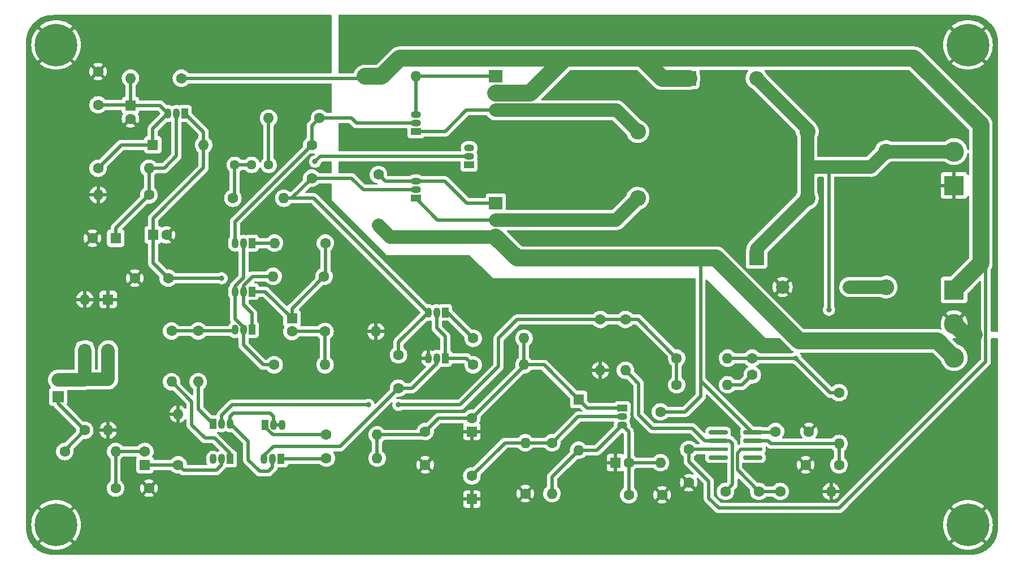
<source format=gbr>
%TF.GenerationSoftware,KiCad,Pcbnew,(6.0.5)*%
%TF.CreationDate,2022-06-29T10:50:50+01:00*%
%TF.ProjectId,PCB,5043422e-6b69-4636-9164-5f7063625858,rev?*%
%TF.SameCoordinates,Original*%
%TF.FileFunction,Copper,L1,Top*%
%TF.FilePolarity,Positive*%
%FSLAX46Y46*%
G04 Gerber Fmt 4.6, Leading zero omitted, Abs format (unit mm)*
G04 Created by KiCad (PCBNEW (6.0.5)) date 2022-06-29 10:50:50*
%MOMM*%
%LPD*%
G01*
G04 APERTURE LIST*
G04 Aperture macros list*
%AMRoundRect*
0 Rectangle with rounded corners*
0 $1 Rounding radius*
0 $2 $3 $4 $5 $6 $7 $8 $9 X,Y pos of 4 corners*
0 Add a 4 corners polygon primitive as box body*
4,1,4,$2,$3,$4,$5,$6,$7,$8,$9,$2,$3,0*
0 Add four circle primitives for the rounded corners*
1,1,$1+$1,$2,$3*
1,1,$1+$1,$4,$5*
1,1,$1+$1,$6,$7*
1,1,$1+$1,$8,$9*
0 Add four rect primitives between the rounded corners*
20,1,$1+$1,$2,$3,$4,$5,0*
20,1,$1+$1,$4,$5,$6,$7,0*
20,1,$1+$1,$6,$7,$8,$9,0*
20,1,$1+$1,$8,$9,$2,$3,0*%
G04 Aperture macros list end*
%TA.AperFunction,ComponentPad*%
%ADD10R,2.200000X2.200000*%
%TD*%
%TA.AperFunction,ComponentPad*%
%ADD11O,2.200000X2.200000*%
%TD*%
%TA.AperFunction,ComponentPad*%
%ADD12C,1.600000*%
%TD*%
%TA.AperFunction,ComponentPad*%
%ADD13O,1.600000X1.600000*%
%TD*%
%TA.AperFunction,ComponentPad*%
%ADD14R,1.050000X1.500000*%
%TD*%
%TA.AperFunction,ComponentPad*%
%ADD15O,1.050000X1.500000*%
%TD*%
%TA.AperFunction,ComponentPad*%
%ADD16C,6.400000*%
%TD*%
%TA.AperFunction,ComponentPad*%
%ADD17C,0.800000*%
%TD*%
%TA.AperFunction,ComponentPad*%
%ADD18R,1.500000X1.050000*%
%TD*%
%TA.AperFunction,ComponentPad*%
%ADD19O,1.500000X1.050000*%
%TD*%
%TA.AperFunction,ComponentPad*%
%ADD20C,2.400000*%
%TD*%
%TA.AperFunction,ComponentPad*%
%ADD21O,2.400000X2.400000*%
%TD*%
%TA.AperFunction,ComponentPad*%
%ADD22R,3.000000X3.000000*%
%TD*%
%TA.AperFunction,ComponentPad*%
%ADD23C,3.000000*%
%TD*%
%TA.AperFunction,ComponentPad*%
%ADD24R,1.600000X1.600000*%
%TD*%
%TA.AperFunction,ComponentPad*%
%ADD25R,1.700000X1.700000*%
%TD*%
%TA.AperFunction,ComponentPad*%
%ADD26O,1.700000X1.700000*%
%TD*%
%TA.AperFunction,ComponentPad*%
%ADD27C,2.000000*%
%TD*%
%TA.AperFunction,ComponentPad*%
%ADD28R,2.000000X1.905000*%
%TD*%
%TA.AperFunction,ComponentPad*%
%ADD29O,2.000000X1.905000*%
%TD*%
%TA.AperFunction,SMDPad,CuDef*%
%ADD30RoundRect,0.150000X1.250000X0.150000X-1.250000X0.150000X-1.250000X-0.150000X1.250000X-0.150000X0*%
%TD*%
%TA.AperFunction,SMDPad,CuDef*%
%ADD31RoundRect,0.133750X1.266250X0.133750X-1.266250X0.133750X-1.266250X-0.133750X1.266250X-0.133750X0*%
%TD*%
%TA.AperFunction,SMDPad,CuDef*%
%ADD32RoundRect,0.148750X1.251250X0.148750X-1.251250X0.148750X-1.251250X-0.148750X1.251250X-0.148750X0*%
%TD*%
%TA.AperFunction,SMDPad,CuDef*%
%ADD33RoundRect,0.151250X1.248750X0.151250X-1.248750X0.151250X-1.248750X-0.151250X1.248750X-0.151250X0*%
%TD*%
%TA.AperFunction,ComponentPad*%
%ADD34C,1.440000*%
%TD*%
%TA.AperFunction,ViaPad*%
%ADD35C,0.800000*%
%TD*%
%TA.AperFunction,Conductor*%
%ADD36C,0.500000*%
%TD*%
%TA.AperFunction,Conductor*%
%ADD37C,2.500000*%
%TD*%
%TA.AperFunction,Conductor*%
%ADD38C,2.000000*%
%TD*%
G04 APERTURE END LIST*
D10*
%TO.P,D6,1,K*%
%TO.N,/Output*%
X189630000Y-96000000D03*
D11*
%TO.P,D6,2,A*%
%TO.N,VEE*%
X179470000Y-96000000D03*
%TD*%
D12*
%TO.P,R29,1*%
%TO.N,VCC*%
X130975000Y-68730000D03*
D13*
%TO.P,R29,2*%
%TO.N,/vb15*%
X138595000Y-68730000D03*
%TD*%
D14*
%TO.P,Q8,1,E*%
%TO.N,/Vcc_reg*%
X114040000Y-101000000D03*
D15*
%TO.P,Q8,2,B*%
%TO.N,/ve5*%
X112770000Y-101000000D03*
%TO.P,Q8,3,C*%
%TO.N,/vb5*%
X111500000Y-101000000D03*
%TD*%
D16*
%TO.P,H4,1,1*%
%TO.N,GND*%
X221318021Y-64000000D03*
D17*
X219620965Y-65697056D03*
X223718021Y-64000000D03*
X218918021Y-64000000D03*
X223015077Y-65697056D03*
X223015077Y-62302944D03*
X221318021Y-66400000D03*
X219620965Y-62302944D03*
X221318021Y-61600000D03*
%TD*%
D18*
%TO.P,Q2,1,E*%
%TO.N,/Vee_reg*%
X169500000Y-118500000D03*
D19*
%TO.P,Q2,2,B*%
%TO.N,/vb2*%
X169500000Y-119770000D03*
%TO.P,Q2,3,C*%
%TO.N,/vc2*%
X169500000Y-121040000D03*
%TD*%
D14*
%TO.P,Q10,1,E*%
%TO.N,/ve10*%
X114040000Y-93730000D03*
D15*
%TO.P,Q10,2,B*%
%TO.N,/vb5*%
X112770000Y-93730000D03*
%TO.P,Q10,3,C*%
%TO.N,/vc12*%
X111500000Y-93730000D03*
%TD*%
D12*
%TO.P,R17,1*%
%TO.N,/ve4*%
X125190000Y-126000000D03*
D13*
%TO.P,R17,2*%
%TO.N,/Vee_reg*%
X132810000Y-126000000D03*
%TD*%
D20*
%TO.P,R33,1*%
%TO.N,/Output*%
X209050000Y-80000000D03*
D21*
%TO.P,R33,2*%
%TO.N,Net-(C19-Pad1)*%
X209050000Y-100320000D03*
%TD*%
D22*
%TO.P,J1,1,Pin_1*%
%TO.N,VCC*%
X219250000Y-100750000D03*
D23*
%TO.P,J1,2,Pin_2*%
%TO.N,GND*%
X219250000Y-105830000D03*
%TO.P,J1,3,Pin_3*%
%TO.N,VEE*%
X219250000Y-110910000D03*
%TD*%
D12*
%TO.P,R10,1*%
%TO.N,/vb1*%
X98620000Y-86500000D03*
D13*
%TO.P,R10,2*%
%TO.N,GND*%
X91000000Y-86500000D03*
%TD*%
D12*
%TO.P,R27,1*%
%TO.N,Net-(R27-Pad1)*%
X111190000Y-87000000D03*
D13*
%TO.P,R27,2*%
%TO.N,/ve12*%
X118810000Y-87000000D03*
%TD*%
D14*
%TO.P,Q6,1,E*%
%TO.N,/ve6*%
X116000000Y-121000000D03*
D15*
%TO.P,Q6,2,B*%
%TO.N,/vc7*%
X117270000Y-121000000D03*
%TO.P,Q6,3,C*%
X118540000Y-121000000D03*
%TD*%
D24*
%TO.P,D1,1,K*%
%TO.N,/vc1*%
X99190000Y-79000000D03*
D13*
%TO.P,D1,2,A*%
%TO.N,/Vcc_reg*%
X106810000Y-79000000D03*
%TD*%
D12*
%TO.P,C6,1*%
%TO.N,GND*%
X175500000Y-131500000D03*
%TO.P,C6,2*%
%TO.N,/vc2*%
X170500000Y-131500000D03*
%TD*%
%TO.P,R21,1*%
%TO.N,/ve6*%
X125190000Y-122500000D03*
D13*
%TO.P,R21,2*%
%TO.N,/Vee_reg*%
X132810000Y-122500000D03*
%TD*%
D25*
%TO.P,J2,1,Pin_1*%
%TO.N,/Input*%
X85000000Y-116775000D03*
D26*
%TO.P,J2,2,Pin_2*%
%TO.N,GND2*%
X85000000Y-114235000D03*
%TD*%
D20*
%TO.P,R32,1*%
%TO.N,/Output*%
X197250000Y-87000000D03*
D21*
%TO.P,R32,2*%
%TO.N,/vc16*%
X171850000Y-87000000D03*
%TD*%
D14*
%TO.P,Q9,1,E*%
%TO.N,/ve9*%
X143000000Y-111000000D03*
D15*
%TO.P,Q9,2,B*%
%TO.N,/vc3*%
X141730000Y-111000000D03*
%TO.P,Q9,3,C*%
%TO.N,GND*%
X140460000Y-111000000D03*
%TD*%
D12*
%TO.P,C4,1*%
%TO.N,Net-(C4-Pad1)*%
X189000000Y-113500000D03*
%TO.P,C4,2*%
%TO.N,/Output*%
X189000000Y-111000000D03*
%TD*%
%TO.P,C5,1*%
%TO.N,/vc1*%
X91000000Y-73000000D03*
%TO.P,C5,2*%
%TO.N,GND*%
X91000000Y-68000000D03*
%TD*%
D10*
%TO.P,D5,1,K*%
%TO.N,VCC*%
X179470000Y-69000000D03*
D11*
%TO.P,D5,2,A*%
%TO.N,/Output*%
X189630000Y-69000000D03*
%TD*%
D12*
%TO.P,C18,1*%
%TO.N,/vc12*%
X123000000Y-79000000D03*
%TO.P,C18,2*%
%TO.N,/ve12*%
X123000000Y-84000000D03*
%TD*%
%TO.P,C12,1*%
%TO.N,/Vcc_reg*%
X101500000Y-99000000D03*
%TO.P,C12,2*%
%TO.N,GND*%
X96500000Y-99000000D03*
%TD*%
D24*
%TO.P,D4,1,K*%
%TO.N,GND*%
X92500000Y-102190000D03*
D13*
%TO.P,D4,2,A*%
%TO.N,GND2*%
X92500000Y-109810000D03*
%TD*%
D12*
%TO.P,R22,1*%
%TO.N,/vb5*%
X117380000Y-112000000D03*
D13*
%TO.P,R22,2*%
%TO.N,/bootstrap_res*%
X125000000Y-112000000D03*
%TD*%
D24*
%TO.P,C8,1*%
%TO.N,/vb1*%
X93652651Y-93000000D03*
D12*
%TO.P,C8,2*%
%TO.N,GND*%
X90152651Y-93000000D03*
%TD*%
%TO.P,C1,1*%
%TO.N,/op_out*%
X185000000Y-131000000D03*
%TO.P,C1,2*%
%TO.N,/op_in-*%
X190000000Y-131000000D03*
%TD*%
%TO.P,R25,1*%
%TO.N,/Vcc_reg*%
X125040000Y-93730000D03*
D13*
%TO.P,R25,2*%
%TO.N,/ve10*%
X117420000Y-93730000D03*
%TD*%
D12*
%TO.P,C7,1*%
%TO.N,/op_in+*%
X202000000Y-127000000D03*
%TO.P,C7,2*%
%TO.N,GND*%
X197000000Y-127000000D03*
%TD*%
D17*
%TO.P,H3,1,1*%
%TO.N,GND*%
X84697056Y-138400000D03*
X86394112Y-137697056D03*
X86394112Y-134302944D03*
X83000000Y-137697056D03*
X82297056Y-136000000D03*
X87097056Y-136000000D03*
X84697056Y-133600000D03*
X83000000Y-134302944D03*
D16*
X84697056Y-136000000D03*
%TD*%
D12*
%TO.P,R12,1*%
%TO.N,/vb2*%
X159000000Y-123690000D03*
D13*
%TO.P,R12,2*%
%TO.N,/vc2*%
X159000000Y-131310000D03*
%TD*%
D24*
%TO.P,C16,1*%
%TO.N,/Vcc_reg*%
X120040000Y-105000000D03*
D12*
%TO.P,C16,2*%
%TO.N,/bootstrap_res*%
X120040000Y-107000000D03*
%TD*%
D24*
%TO.P,D3,1,K*%
%TO.N,GND2*%
X89000000Y-109810000D03*
D13*
%TO.P,D3,2,A*%
%TO.N,GND*%
X89000000Y-102190000D03*
%TD*%
D24*
%TO.P,C15,1*%
%TO.N,/Vinput+*%
X98000000Y-127000000D03*
D12*
%TO.P,C15,2*%
%TO.N,Net-(C14-Pad1)*%
X98000000Y-125000000D03*
%TD*%
%TO.P,R6,1*%
%TO.N,/Vinput-*%
X177690000Y-111000000D03*
D13*
%TO.P,R6,2*%
%TO.N,/Output*%
X185310000Y-111000000D03*
%TD*%
D18*
%TO.P,Q13,1,E*%
%TO.N,/vc15*%
X138595000Y-77000000D03*
D19*
%TO.P,Q13,2,B*%
%TO.N,/vc12*%
X138595000Y-75730000D03*
%TO.P,Q13,3,C*%
%TO.N,/vb15*%
X138595000Y-74460000D03*
%TD*%
D12*
%TO.P,R30,1*%
%TO.N,/vb16*%
X133000000Y-83440000D03*
D13*
%TO.P,R30,2*%
%TO.N,VEE*%
X133000000Y-91060000D03*
%TD*%
D12*
%TO.P,R15,1*%
%TO.N,GND2*%
X92500000Y-114190000D03*
D13*
%TO.P,R15,2*%
%TO.N,GND*%
X92500000Y-121810000D03*
%TD*%
D24*
%TO.P,C10,1*%
%TO.N,/Vcc_reg*%
X99250000Y-92500000D03*
D12*
%TO.P,C10,2*%
%TO.N,GND*%
X101250000Y-92500000D03*
%TD*%
D14*
%TO.P,Q1,1,E*%
%TO.N,/Vcc_reg*%
X104000000Y-74280000D03*
D15*
%TO.P,Q1,2,B*%
%TO.N,/vb1*%
X102730000Y-74280000D03*
%TO.P,Q1,3,C*%
%TO.N,/vc1*%
X101460000Y-74280000D03*
%TD*%
D12*
%TO.P,C21,1*%
%TO.N,GND*%
X197500000Y-122000000D03*
%TO.P,C21,2*%
%TO.N,VEE*%
X192500000Y-122000000D03*
%TD*%
%TO.P,R19,1*%
%TO.N,/Vinput+*%
X103000000Y-127000000D03*
D13*
%TO.P,R19,2*%
%TO.N,GND*%
X103000000Y-119380000D03*
%TD*%
D16*
%TO.P,H2,1,1*%
%TO.N,GND*%
X221318021Y-136000000D03*
D17*
X219620965Y-137697056D03*
X223015077Y-134302944D03*
X223015077Y-137697056D03*
X223718021Y-136000000D03*
X219620965Y-134302944D03*
X221318021Y-133600000D03*
X218918021Y-136000000D03*
X221318021Y-138400000D03*
%TD*%
D27*
%TO.P,C19,1*%
%TO.N,Net-(C19-Pad1)*%
X203550000Y-100320000D03*
%TO.P,C19,2*%
%TO.N,GND*%
X193550000Y-100320000D03*
%TD*%
D12*
%TO.P,R4,1*%
%TO.N,VCC*%
X103475000Y-69000000D03*
D13*
%TO.P,R4,2*%
%TO.N,/vc1*%
X95855000Y-69000000D03*
%TD*%
D12*
%TO.P,R9,1*%
%TO.N,/vc1*%
X91000000Y-82500000D03*
D13*
%TO.P,R9,2*%
%TO.N,/vb1*%
X98620000Y-82500000D03*
%TD*%
D24*
%TO.P,C11,1*%
%TO.N,GND*%
X147000000Y-122000000D03*
D12*
%TO.P,C11,2*%
%TO.N,/Vee_reg*%
X147000000Y-120000000D03*
%TD*%
D24*
%TO.P,C9,1*%
%TO.N,GND*%
X147000000Y-132152651D03*
D12*
%TO.P,C9,2*%
%TO.N,/vb2*%
X147000000Y-128652651D03*
%TD*%
%TO.P,R8,1*%
%TO.N,/Output*%
X202000000Y-116190000D03*
D13*
%TO.P,R8,2*%
%TO.N,/op_in+*%
X202000000Y-123810000D03*
%TD*%
D18*
%TO.P,Q14,1,E*%
%TO.N,/vc16*%
X138595000Y-87000000D03*
D19*
%TO.P,Q14,2,B*%
%TO.N,/ve12*%
X138595000Y-85730000D03*
%TO.P,Q14,3,C*%
%TO.N,/vb16*%
X138595000Y-84460000D03*
%TD*%
D12*
%TO.P,R3,1*%
%TO.N,VEE*%
X175250000Y-119055000D03*
D13*
%TO.P,R3,2*%
%TO.N,/vc2*%
X175250000Y-126675000D03*
%TD*%
D12*
%TO.P,R24,1*%
%TO.N,/ve9*%
X147190000Y-112000000D03*
D13*
%TO.P,R24,2*%
%TO.N,/Vee_reg*%
X154810000Y-112000000D03*
%TD*%
D14*
%TO.P,Q11,1,E*%
%TO.N,/ve11*%
X143000000Y-104140000D03*
D15*
%TO.P,Q11,2,B*%
%TO.N,/ve9*%
X141730000Y-104140000D03*
%TO.P,Q11,3,C*%
%TO.N,/ve12*%
X140460000Y-104140000D03*
%TD*%
D12*
%TO.P,R1,1*%
%TO.N,/Vinput-*%
X170000000Y-105190000D03*
D13*
%TO.P,R1,2*%
%TO.N,/op_out*%
X170000000Y-112810000D03*
%TD*%
D24*
%TO.P,C2,1*%
%TO.N,/vc1*%
X95855000Y-73089775D03*
D12*
%TO.P,C2,2*%
%TO.N,GND*%
X95855000Y-75089775D03*
%TD*%
D14*
%TO.P,Q3,1,E*%
%TO.N,/ve3*%
X110770000Y-126140000D03*
D15*
%TO.P,Q3,2,B*%
%TO.N,/Vinput+*%
X109500000Y-126140000D03*
%TO.P,Q3,3,C*%
%TO.N,/vc3*%
X108230000Y-126140000D03*
%TD*%
D22*
%TO.P,J3,1,Pin_1*%
%TO.N,GND*%
X219250000Y-85080000D03*
D23*
%TO.P,J3,2,Pin_2*%
%TO.N,/Output*%
X219250000Y-80000000D03*
%TD*%
D12*
%TO.P,R16,1*%
%TO.N,/pair_tail*%
X102000000Y-106920000D03*
D13*
%TO.P,R16,2*%
%TO.N,/ve3*%
X102000000Y-114540000D03*
%TD*%
D12*
%TO.P,R26,1*%
%TO.N,/vc12*%
X124170000Y-75000000D03*
D13*
%TO.P,R26,2*%
%TO.N,/vb12*%
X116550000Y-75000000D03*
%TD*%
D12*
%TO.P,R28,1*%
%TO.N,/ve11*%
X147190000Y-108000000D03*
D13*
%TO.P,R28,2*%
%TO.N,/Vee_reg*%
X154810000Y-108000000D03*
%TD*%
D17*
%TO.P,H1,1,1*%
%TO.N,GND*%
X86394112Y-65697056D03*
X84697056Y-61600000D03*
X83000000Y-65697056D03*
X87097056Y-64000000D03*
D16*
X84697056Y-64000000D03*
D17*
X83000000Y-62302944D03*
X82297056Y-64000000D03*
X84697056Y-66400000D03*
X86394112Y-62302944D03*
%TD*%
D18*
%TO.P,Q12,1,E*%
%TO.N,/ve12*%
X146595000Y-82000000D03*
D19*
%TO.P,Q12,2,B*%
%TO.N,/vb12*%
X146595000Y-80730000D03*
%TO.P,Q12,3,C*%
%TO.N,/vc12*%
X146595000Y-79460000D03*
%TD*%
D12*
%TO.P,R14,1*%
%TO.N,/Input*%
X86000000Y-125000000D03*
D13*
%TO.P,R14,2*%
%TO.N,Net-(C14-Pad1)*%
X93620000Y-125000000D03*
%TD*%
D12*
%TO.P,R13,1*%
%TO.N,/Input*%
X89000000Y-121810000D03*
D13*
%TO.P,R13,2*%
%TO.N,GND2*%
X89000000Y-114190000D03*
%TD*%
D12*
%TO.P,R18,1*%
%TO.N,/Vcc_reg*%
X124850000Y-98730000D03*
D13*
%TO.P,R18,2*%
%TO.N,/ve5*%
X117230000Y-98730000D03*
%TD*%
D12*
%TO.P,C13,1*%
%TO.N,GND*%
X140000000Y-127000000D03*
%TO.P,C13,2*%
%TO.N,/Vee_reg*%
X140000000Y-122000000D03*
%TD*%
D28*
%TO.P,Q16,1,B*%
%TO.N,/vb16*%
X150595000Y-87730000D03*
D29*
%TO.P,Q16,2,C*%
%TO.N,/vc16*%
X150595000Y-90270000D03*
%TO.P,Q16,3,E*%
%TO.N,VEE*%
X150595000Y-92810000D03*
%TD*%
D12*
%TO.P,C20,1*%
%TO.N,VCC*%
X179500000Y-124667500D03*
%TO.P,C20,2*%
%TO.N,GND*%
X179500000Y-129667500D03*
%TD*%
%TO.P,R11,1*%
%TO.N,GND*%
X155000000Y-131310000D03*
D13*
%TO.P,R11,2*%
%TO.N,/vb2*%
X155000000Y-123690000D03*
%TD*%
D30*
%TO.P,U1,1,NC*%
%TO.N,unconnected-(U1-Pad1)*%
X189100000Y-125905000D03*
D31*
%TO.P,U1,2,-*%
%TO.N,/op_in-*%
X189100000Y-124667500D03*
D30*
%TO.P,U1,3,+*%
%TO.N,/op_in+*%
X189100000Y-123365000D03*
D32*
%TO.P,U1,4,V-*%
%TO.N,VEE*%
X189100000Y-122097500D03*
%TO.P,U1,5,NC*%
%TO.N,unconnected-(U1-Pad5)*%
X183900000Y-122097500D03*
D30*
%TO.P,U1,6*%
%TO.N,/op_out*%
X183900000Y-123365000D03*
D31*
%TO.P,U1,7,V+*%
%TO.N,VCC*%
X183900000Y-124667500D03*
D33*
%TO.P,U1,8,NC*%
%TO.N,unconnected-(U1-Pad8)*%
X183900000Y-125902500D03*
%TD*%
D20*
%TO.P,R31,1*%
%TO.N,/vc15*%
X171850000Y-77000000D03*
D21*
%TO.P,R31,2*%
%TO.N,/Output*%
X197250000Y-77000000D03*
%TD*%
D24*
%TO.P,C3,1*%
%TO.N,GND*%
X168500000Y-126675000D03*
D12*
%TO.P,C3,2*%
%TO.N,/vc2*%
X170500000Y-126675000D03*
%TD*%
%TO.P,C14,1*%
%TO.N,Net-(C14-Pad1)*%
X93620000Y-130500000D03*
%TO.P,C14,2*%
%TO.N,GND*%
X98620000Y-130500000D03*
%TD*%
D24*
%TO.P,D2,1,K*%
%TO.N,/Vee_reg*%
X163000000Y-117190000D03*
D13*
%TO.P,D2,2,A*%
%TO.N,/vc2*%
X163000000Y-124810000D03*
%TD*%
D14*
%TO.P,Q5,1,E*%
%TO.N,/ve5*%
X114040000Y-106730000D03*
D15*
%TO.P,Q5,2,B*%
%TO.N,/vb5*%
X112770000Y-106730000D03*
%TO.P,Q5,3,C*%
%TO.N,/pair_tail*%
X111500000Y-106730000D03*
%TD*%
D12*
%TO.P,C17,1*%
%TO.N,/vc3*%
X136000000Y-115500000D03*
%TO.P,C17,2*%
%TO.N,/ve12*%
X136000000Y-110500000D03*
%TD*%
D28*
%TO.P,Q15,1,B*%
%TO.N,/vb15*%
X150595000Y-68730000D03*
D29*
%TO.P,Q15,2,C*%
%TO.N,VCC*%
X150595000Y-71270000D03*
%TO.P,Q15,3,E*%
%TO.N,/vc15*%
X150595000Y-73810000D03*
%TD*%
D12*
%TO.P,R7,1*%
%TO.N,/op_in-*%
X193190000Y-131000000D03*
D13*
%TO.P,R7,2*%
%TO.N,GND*%
X200810000Y-131000000D03*
%TD*%
D12*
%TO.P,R23,1*%
%TO.N,/bootstrap_res*%
X125000000Y-107000000D03*
D13*
%TO.P,R23,2*%
%TO.N,GND*%
X132620000Y-107000000D03*
%TD*%
D14*
%TO.P,Q7,1,E*%
%TO.N,/ve7*%
X108230000Y-120860000D03*
D15*
%TO.P,Q7,2,B*%
%TO.N,/Vinput-*%
X109500000Y-120860000D03*
%TO.P,Q7,3,C*%
%TO.N,/vc7*%
X110770000Y-120860000D03*
%TD*%
D34*
%TO.P,RV1,1,1*%
%TO.N,/vb12*%
X116550000Y-82000000D03*
%TO.P,RV1,2,2*%
%TO.N,Net-(R27-Pad1)*%
X114010000Y-82000000D03*
%TO.P,RV1,3,3*%
X111470000Y-82000000D03*
%TD*%
D12*
%TO.P,R5,1*%
%TO.N,/Vinput-*%
X177690000Y-115000000D03*
D13*
%TO.P,R5,2*%
%TO.N,Net-(C4-Pad1)*%
X185310000Y-115000000D03*
%TD*%
D12*
%TO.P,R2,1*%
%TO.N,/Vinput-*%
X166250000Y-105190000D03*
D13*
%TO.P,R2,2*%
%TO.N,GND*%
X166250000Y-112810000D03*
%TD*%
D14*
%TO.P,Q4,1,E*%
%TO.N,/ve4*%
X118410000Y-126140000D03*
D15*
%TO.P,Q4,2,B*%
%TO.N,/vc7*%
X117140000Y-126140000D03*
%TO.P,Q4,3,C*%
%TO.N,/vc3*%
X115870000Y-126140000D03*
%TD*%
D12*
%TO.P,R20,1*%
%TO.N,/pair_tail*%
X106000000Y-106920000D03*
D13*
%TO.P,R20,2*%
%TO.N,/ve7*%
X106000000Y-114540000D03*
%TD*%
D35*
%TO.N,GND*%
X164750000Y-131250000D03*
X166250000Y-81750000D03*
X118750000Y-65750000D03*
X97000000Y-119000000D03*
X160000000Y-101500000D03*
X156250000Y-118250000D03*
X208250000Y-85000000D03*
X182500000Y-137500000D03*
X216000000Y-74750000D03*
X130000000Y-100000000D03*
X176750000Y-61500000D03*
X146000000Y-98000000D03*
X179000000Y-77250000D03*
X130000000Y-112500000D03*
X83500000Y-78500000D03*
X155250000Y-81750000D03*
X208250000Y-97000000D03*
X136250000Y-61500000D03*
X97000000Y-104500000D03*
X135500000Y-131250000D03*
X209500000Y-115400000D03*
X107250000Y-131500000D03*
X209000000Y-137500000D03*
X179000000Y-87750000D03*
X83500000Y-102000000D03*
X195000000Y-70300000D03*
X209000000Y-61500000D03*
X94750000Y-66000000D03*
X200250000Y-112500000D03*
%TO.N,/Output*%
X195500000Y-111000000D03*
X200500000Y-103750000D03*
%TO.N,/Vcc_reg*%
X109500000Y-99000000D03*
%TO.N,/Vinput-*%
X131500000Y-118000000D03*
X136000000Y-118000000D03*
%TO.N,/vb12*%
X123500000Y-81500000D03*
%TD*%
D36*
%TO.N,/op_out*%
X174000000Y-121500000D02*
X172000000Y-119500000D01*
X186050480Y-123800480D02*
X186050480Y-129949520D01*
X186050480Y-129949520D02*
X185000000Y-131000000D01*
X181865000Y-123365000D02*
X180000000Y-121500000D01*
X183900000Y-123365000D02*
X185615000Y-123365000D01*
X172000000Y-114810000D02*
X170000000Y-112810000D01*
X183900000Y-123365000D02*
X181865000Y-123365000D01*
X180000000Y-121500000D02*
X174000000Y-121500000D01*
X185615000Y-123365000D02*
X186050480Y-123800480D01*
X172000000Y-119500000D02*
X172000000Y-114810000D01*
%TO.N,/op_in-*%
X193190000Y-131000000D02*
X190000000Y-131000000D01*
X186750000Y-127750000D02*
X186750000Y-125250000D01*
X190000000Y-131000000D02*
X186750000Y-127750000D01*
X187332500Y-124667500D02*
X189100000Y-124667500D01*
X186750000Y-125250000D02*
X187332500Y-124667500D01*
%TO.N,/vc1*%
X94500000Y-79000000D02*
X91000000Y-82500000D01*
X95855000Y-73089775D02*
X95855000Y-69000000D01*
X99190000Y-79000000D02*
X94500000Y-79000000D01*
X99190000Y-76550000D02*
X101460000Y-74280000D01*
X95855000Y-73089775D02*
X100269775Y-73089775D01*
X99190000Y-79000000D02*
X99190000Y-76550000D01*
X95765225Y-73000000D02*
X95855000Y-73089775D01*
X100269775Y-73089775D02*
X101460000Y-74280000D01*
X91000000Y-73000000D02*
X95765225Y-73000000D01*
D37*
%TO.N,GND*%
X221500000Y-107500000D02*
X222250000Y-107500000D01*
X219250000Y-105830000D02*
X220920000Y-107500000D01*
X220920000Y-107500000D02*
X221500000Y-107500000D01*
D36*
%TO.N,/vc2*%
X163000000Y-124810000D02*
X165730000Y-124810000D01*
X170500000Y-131500000D02*
X170500000Y-126675000D01*
X170500000Y-122040000D02*
X169500000Y-121040000D01*
X170500000Y-126675000D02*
X170500000Y-122040000D01*
X159000000Y-131310000D02*
X159000000Y-128810000D01*
X159000000Y-128810000D02*
X163000000Y-124810000D01*
X165730000Y-124810000D02*
X169500000Y-121040000D01*
X170500000Y-126675000D02*
X175250000Y-126675000D01*
%TO.N,Net-(C4-Pad1)*%
X185310000Y-115000000D02*
X187500000Y-115000000D01*
X187500000Y-115000000D02*
X189000000Y-113500000D01*
%TO.N,/Output*%
X200500000Y-83050000D02*
X201250000Y-82300000D01*
D38*
X209050000Y-80000000D02*
X219250000Y-80000000D01*
X202750000Y-82300000D02*
X206750000Y-82300000D01*
D36*
X200690000Y-116190000D02*
X202000000Y-116190000D01*
D38*
X197250000Y-87000000D02*
X197250000Y-82300000D01*
D36*
X185310000Y-111000000D02*
X189000000Y-111000000D01*
X195500000Y-111000000D02*
X200690000Y-116190000D01*
X200500000Y-103750000D02*
X200500000Y-83050000D01*
D38*
X197250000Y-82300000D02*
X201250000Y-82300000D01*
X206750000Y-82300000D02*
X209050000Y-80000000D01*
X197250000Y-76620000D02*
X189630000Y-69000000D01*
X189630000Y-94620000D02*
X197250000Y-87000000D01*
X201250000Y-82300000D02*
X202750000Y-82300000D01*
D36*
X195500000Y-111000000D02*
X189000000Y-111000000D01*
D38*
X197250000Y-82300000D02*
X197250000Y-77000000D01*
X189630000Y-96000000D02*
X189630000Y-94620000D01*
D36*
%TO.N,/op_in+*%
X202000000Y-127000000D02*
X202000000Y-123810000D01*
X191810000Y-123810000D02*
X191365000Y-123365000D01*
X191365000Y-123365000D02*
X188975000Y-123365000D01*
X202000000Y-123810000D02*
X191810000Y-123810000D01*
%TO.N,/vb1*%
X98620000Y-86500000D02*
X98620000Y-82500000D01*
X102730000Y-80670000D02*
X102730000Y-74280000D01*
X98620000Y-82500000D02*
X100900000Y-82500000D01*
X93652651Y-93000000D02*
X93652651Y-91467349D01*
X93652651Y-91467349D02*
X98620000Y-86500000D01*
X100900000Y-82500000D02*
X102730000Y-80670000D01*
%TO.N,/vb2*%
X155000000Y-123690000D02*
X151962651Y-123690000D01*
X169500000Y-119770000D02*
X162920000Y-119770000D01*
X159000000Y-123690000D02*
X155000000Y-123690000D01*
X151962651Y-123690000D02*
X147000000Y-128652651D01*
X162920000Y-119770000D02*
X159000000Y-123690000D01*
%TO.N,/Vcc_reg*%
X114040000Y-101000000D02*
X116040000Y-101000000D01*
X106810000Y-77090000D02*
X104000000Y-74280000D01*
X106810000Y-79000000D02*
X106810000Y-82440000D01*
X106810000Y-82440000D02*
X99250000Y-90000000D01*
X120040000Y-103540000D02*
X124850000Y-98730000D01*
X101500000Y-99000000D02*
X109500000Y-99000000D01*
X101500000Y-99000000D02*
X99250000Y-96750000D01*
X99250000Y-92500000D02*
X99250000Y-90000000D01*
X106810000Y-79000000D02*
X106810000Y-77090000D01*
X99250000Y-96750000D02*
X99250000Y-92500000D01*
X116040000Y-101000000D02*
X120040000Y-105000000D01*
X120040000Y-105000000D02*
X120040000Y-103540000D01*
X125040000Y-98540000D02*
X124850000Y-98730000D01*
X125040000Y-93730000D02*
X125040000Y-98540000D01*
%TO.N,/Vee_reg*%
X154810000Y-112000000D02*
X154810000Y-108000000D01*
X139500000Y-122500000D02*
X140000000Y-122000000D01*
X132810000Y-122500000D02*
X132810000Y-126000000D01*
X154810000Y-112190000D02*
X154810000Y-112000000D01*
X147000000Y-120000000D02*
X154810000Y-112190000D01*
X157810000Y-112000000D02*
X163000000Y-117190000D01*
X164310000Y-118500000D02*
X163000000Y-117190000D01*
X147000000Y-120000000D02*
X142000000Y-120000000D01*
X142000000Y-120000000D02*
X140000000Y-122000000D01*
X169500000Y-118500000D02*
X164310000Y-118500000D01*
X154810000Y-112000000D02*
X157810000Y-112000000D01*
X132810000Y-122500000D02*
X139500000Y-122500000D01*
%TO.N,Net-(C14-Pad1)*%
X98000000Y-125000000D02*
X93620000Y-125000000D01*
X93620000Y-125000000D02*
X93620000Y-130500000D01*
%TO.N,/Vinput+*%
X103799999Y-127799999D02*
X103000000Y-127000000D01*
X109500000Y-127000000D02*
X108700001Y-127799999D01*
X108700001Y-127799999D02*
X103799999Y-127799999D01*
X109500000Y-126140000D02*
X109500000Y-127000000D01*
X98000000Y-127000000D02*
X103000000Y-127000000D01*
%TO.N,/bootstrap_res*%
X125000000Y-112000000D02*
X125000000Y-107000000D01*
X125000000Y-107000000D02*
X120040000Y-107000000D01*
%TO.N,/vc3*%
X117250000Y-124250000D02*
X115870000Y-125630000D01*
X136000000Y-115500000D02*
X127250000Y-124250000D01*
X141730000Y-111800000D02*
X141730000Y-111000000D01*
X138030000Y-115500000D02*
X141730000Y-111800000D01*
X127250000Y-124250000D02*
X117250000Y-124250000D01*
X115870000Y-125630000D02*
X115870000Y-126140000D01*
X136000000Y-115500000D02*
X138030000Y-115500000D01*
%TO.N,/ve12*%
X140460000Y-104140000D02*
X123320000Y-87000000D01*
X138595000Y-85730000D02*
X130730000Y-85730000D01*
X130730000Y-85730000D02*
X129000000Y-84000000D01*
X123320000Y-87000000D02*
X118810000Y-87000000D01*
X129000000Y-84000000D02*
X123000000Y-84000000D01*
X136000000Y-108600000D02*
X140460000Y-104140000D01*
X120000000Y-87000000D02*
X123000000Y-84000000D01*
X118810000Y-87000000D02*
X120000000Y-87000000D01*
X136000000Y-110500000D02*
X136000000Y-108600000D01*
%TO.N,/vc12*%
X111500000Y-90500000D02*
X123000000Y-79000000D01*
X123000000Y-76170000D02*
X124170000Y-75000000D01*
X138595000Y-75730000D02*
X129730000Y-75730000D01*
X111500000Y-93730000D02*
X111500000Y-90500000D01*
X124170000Y-75000000D02*
X129000000Y-75000000D01*
X129730000Y-75730000D02*
X129000000Y-75000000D01*
X123000000Y-79000000D02*
X123000000Y-76170000D01*
D38*
%TO.N,Net-(C19-Pad1)*%
X203550000Y-100320000D02*
X209050000Y-100320000D01*
%TO.N,GND2*%
X88955000Y-114235000D02*
X89000000Y-114190000D01*
X85000000Y-114235000D02*
X88955000Y-114235000D01*
X89000000Y-109810000D02*
X89000000Y-114190000D01*
X92500000Y-114190000D02*
X92500000Y-109810000D01*
X89000000Y-114190000D02*
X92500000Y-114190000D01*
D37*
%TO.N,VCC*%
X179470000Y-69000000D02*
X175500000Y-69000000D01*
X172500000Y-66000000D02*
X161000000Y-66000000D01*
X223250000Y-76000000D02*
X213250000Y-66000000D01*
D36*
X224000000Y-97500000D02*
X223250000Y-96750000D01*
D37*
X161000000Y-66000000D02*
X136190000Y-66000000D01*
X133460000Y-68730000D02*
X136190000Y-66000000D01*
X213250000Y-66000000D02*
X172500000Y-66000000D01*
X150595000Y-71270000D02*
X155730000Y-71270000D01*
D36*
X183900000Y-124667500D02*
X179500000Y-124667500D01*
X182500000Y-129500000D02*
X182500000Y-132000000D01*
D37*
X175500000Y-69000000D02*
X172500000Y-66000000D01*
D36*
X130705000Y-69000000D02*
X130975000Y-68730000D01*
D37*
X223250000Y-96750000D02*
X223250000Y-76000000D01*
D36*
X182500000Y-132000000D02*
X184000000Y-133500000D01*
D37*
X155730000Y-71270000D02*
X161000000Y-66000000D01*
D36*
X103475000Y-69000000D02*
X130705000Y-69000000D01*
X179500000Y-126500000D02*
X182500000Y-129500000D01*
D37*
X219250000Y-100750000D02*
X223250000Y-96750000D01*
D36*
X184000000Y-133500000D02*
X202000000Y-133500000D01*
X224000000Y-111500000D02*
X224000000Y-97500000D01*
X179500000Y-124667500D02*
X179500000Y-126500000D01*
X202000000Y-133500000D02*
X224000000Y-111500000D01*
D37*
X130975000Y-68730000D02*
X133460000Y-68730000D01*
%TO.N,VEE*%
X150595000Y-92810000D02*
X153785000Y-96000000D01*
D36*
X192405000Y-122095000D02*
X188975000Y-122095000D01*
X181250000Y-114370000D02*
X181250000Y-96000000D01*
D38*
X133000000Y-91060000D02*
X134750000Y-92810000D01*
D37*
X153785000Y-96000000D02*
X179470000Y-96000000D01*
X196000000Y-108400489D02*
X216740489Y-108400489D01*
D36*
X188975000Y-122095000D02*
X181315000Y-114435000D01*
D37*
X179470000Y-96000000D02*
X181250000Y-96000000D01*
D36*
X181315000Y-114435000D02*
X181250000Y-114370000D01*
X178945000Y-119055000D02*
X181315000Y-116685000D01*
D37*
X219250000Y-110910000D02*
X216740489Y-108400489D01*
D36*
X175250000Y-119055000D02*
X178945000Y-119055000D01*
D38*
X134750000Y-92810000D02*
X150595000Y-92810000D01*
D37*
X196000000Y-108400489D02*
X183599511Y-96000000D01*
D36*
X181315000Y-116685000D02*
X181315000Y-114435000D01*
X192500000Y-122000000D02*
X192405000Y-122095000D01*
D37*
X181250000Y-96000000D02*
X183599511Y-96000000D01*
D36*
%TO.N,/Input*%
X86000000Y-125000000D02*
X86000000Y-124810000D01*
X85000000Y-117810000D02*
X89000000Y-121810000D01*
X85000000Y-116775000D02*
X85000000Y-117810000D01*
X86000000Y-124810000D02*
X89000000Y-121810000D01*
%TO.N,/ve3*%
X105000000Y-121000000D02*
X107000000Y-123000000D01*
X110770000Y-125270000D02*
X110770000Y-126140000D01*
X108500000Y-123000000D02*
X110770000Y-125270000D01*
X107000000Y-123000000D02*
X108500000Y-123000000D01*
X105000000Y-117540000D02*
X105000000Y-121000000D01*
X102000000Y-114540000D02*
X105000000Y-117540000D01*
%TO.N,/ve4*%
X118410000Y-126140000D02*
X125050000Y-126140000D01*
X125050000Y-126140000D02*
X125190000Y-126000000D01*
%TO.N,/vc7*%
X110770000Y-119730000D02*
X110770000Y-120860000D01*
X116500000Y-128000000D02*
X115250000Y-128000000D01*
X117140000Y-126140000D02*
X117140000Y-127360000D01*
X117270000Y-121000000D02*
X117270000Y-119770000D01*
X117270000Y-121000000D02*
X118540000Y-121000000D01*
X117140000Y-127360000D02*
X116500000Y-128000000D01*
X116750000Y-119250000D02*
X111250000Y-119250000D01*
X110860000Y-120860000D02*
X110770000Y-120860000D01*
X113500000Y-126250000D02*
X113500000Y-123500000D01*
X115250000Y-128000000D02*
X113500000Y-126250000D01*
X111250000Y-119250000D02*
X110770000Y-119730000D01*
X117270000Y-119770000D02*
X116750000Y-119250000D01*
X113500000Y-123500000D02*
X110860000Y-120860000D01*
%TO.N,/ve5*%
X112770000Y-100095978D02*
X114135978Y-98730000D01*
X114135978Y-98730000D02*
X117230000Y-98730000D01*
X114040000Y-104290000D02*
X114040000Y-106730000D01*
X112770000Y-103020000D02*
X114040000Y-104290000D01*
X112770000Y-101000000D02*
X112770000Y-100095978D01*
X112770000Y-101000000D02*
X112770000Y-103020000D01*
%TO.N,/vb5*%
X111500000Y-101000000D02*
X111500000Y-100200000D01*
X111500000Y-105126821D02*
X112770000Y-106396821D01*
X112770000Y-109020000D02*
X115750000Y-112000000D01*
X112770000Y-106730000D02*
X112770000Y-109020000D01*
X112770000Y-98930000D02*
X112770000Y-93730000D01*
X115750000Y-112000000D02*
X117380000Y-112000000D01*
X111500000Y-100200000D02*
X112770000Y-98930000D01*
X111500000Y-101000000D02*
X111500000Y-105126821D01*
X112770000Y-106396821D02*
X112770000Y-106730000D01*
%TO.N,/pair_tail*%
X102000000Y-106920000D02*
X106000000Y-106920000D01*
X106000000Y-106920000D02*
X111310000Y-106920000D01*
X111310000Y-106920000D02*
X111500000Y-106730000D01*
%TO.N,/ve6*%
X116000000Y-121333179D02*
X117166821Y-122500000D01*
X116000000Y-121000000D02*
X116000000Y-121333179D01*
X117166821Y-122500000D02*
X125190000Y-122500000D01*
%TO.N,/ve7*%
X106000000Y-118630000D02*
X108230000Y-120860000D01*
X106000000Y-114540000D02*
X106000000Y-118630000D01*
%TO.N,/Vinput-*%
X109500000Y-119610000D02*
X109500000Y-120860000D01*
X111110000Y-118000000D02*
X109500000Y-119610000D01*
X171880000Y-105190000D02*
X177690000Y-111000000D01*
X153810000Y-105190000D02*
X166250000Y-105190000D01*
X151000000Y-108000000D02*
X153810000Y-105190000D01*
X151000000Y-112250000D02*
X151000000Y-108000000D01*
X170000000Y-105190000D02*
X171880000Y-105190000D01*
X131500000Y-118000000D02*
X111110000Y-118000000D01*
X177690000Y-115000000D02*
X177690000Y-111000000D01*
X145250000Y-118000000D02*
X151000000Y-112250000D01*
X136000000Y-118000000D02*
X145250000Y-118000000D01*
X166250000Y-105190000D02*
X170000000Y-105190000D01*
%TO.N,/ve9*%
X143000000Y-107750000D02*
X141730000Y-106480000D01*
X143000000Y-111000000D02*
X146190000Y-111000000D01*
X146190000Y-111000000D02*
X147190000Y-112000000D01*
X143000000Y-111000000D02*
X143000000Y-107750000D01*
X141730000Y-106480000D02*
X141730000Y-104140000D01*
%TO.N,/ve10*%
X114040000Y-93730000D02*
X117420000Y-93730000D01*
%TO.N,/ve11*%
X143330000Y-104140000D02*
X147190000Y-108000000D01*
X143000000Y-104140000D02*
X143330000Y-104140000D01*
%TO.N,/vb12*%
X146595000Y-80730000D02*
X124270000Y-80730000D01*
X116550000Y-82000000D02*
X116550000Y-75000000D01*
X123500000Y-81500000D02*
X124270000Y-80730000D01*
%TO.N,/vc15*%
X143000000Y-77000000D02*
X138595000Y-77000000D01*
X150595000Y-73810000D02*
X146190000Y-73810000D01*
D38*
X168660000Y-73810000D02*
X171850000Y-77000000D01*
X150595000Y-73810000D02*
X168660000Y-73810000D01*
D36*
X146190000Y-73810000D02*
X143000000Y-77000000D01*
%TO.N,/vb15*%
X138595000Y-68730000D02*
X138595000Y-74460000D01*
X138595000Y-68730000D02*
X150595000Y-68730000D01*
%TO.N,/vc16*%
X141865000Y-90270000D02*
X138595000Y-87000000D01*
X150595000Y-90270000D02*
X141865000Y-90270000D01*
D38*
X150595000Y-90270000D02*
X168580000Y-90270000D01*
X168580000Y-90270000D02*
X171850000Y-87000000D01*
D36*
%TO.N,/vb16*%
X138595000Y-84460000D02*
X134020000Y-84460000D01*
X146230000Y-87730000D02*
X150595000Y-87730000D01*
X142960000Y-84460000D02*
X146230000Y-87730000D01*
X138595000Y-84460000D02*
X142960000Y-84460000D01*
X134020000Y-84460000D02*
X133000000Y-83440000D01*
%TO.N,Net-(R27-Pad1)*%
X111470000Y-82000000D02*
X111470000Y-86720000D01*
X111470000Y-86720000D02*
X111190000Y-87000000D01*
X114010000Y-82000000D02*
X111470000Y-82000000D01*
%TD*%
%TA.AperFunction,Conductor*%
%TO.N,GND*%
G36*
X125942121Y-59528502D02*
G01*
X125988614Y-59582158D01*
X126000000Y-59634500D01*
X126000000Y-68115500D01*
X125979998Y-68183621D01*
X125926342Y-68230114D01*
X125874000Y-68241500D01*
X104606867Y-68241500D01*
X104538746Y-68221498D01*
X104503655Y-68187772D01*
X104481198Y-68155700D01*
X104319300Y-67993802D01*
X104314792Y-67990645D01*
X104314789Y-67990643D01*
X104236611Y-67935902D01*
X104131749Y-67862477D01*
X104126767Y-67860154D01*
X104126762Y-67860151D01*
X103929225Y-67768039D01*
X103929224Y-67768039D01*
X103924243Y-67765716D01*
X103918935Y-67764294D01*
X103918933Y-67764293D01*
X103708402Y-67707881D01*
X103708400Y-67707881D01*
X103703087Y-67706457D01*
X103475000Y-67686502D01*
X103246913Y-67706457D01*
X103241600Y-67707881D01*
X103241598Y-67707881D01*
X103031067Y-67764293D01*
X103031065Y-67764294D01*
X103025757Y-67765716D01*
X103020776Y-67768039D01*
X103020775Y-67768039D01*
X102823238Y-67860151D01*
X102823233Y-67860154D01*
X102818251Y-67862477D01*
X102713389Y-67935902D01*
X102635211Y-67990643D01*
X102635208Y-67990645D01*
X102630700Y-67993802D01*
X102468802Y-68155700D01*
X102337477Y-68343251D01*
X102335154Y-68348233D01*
X102335151Y-68348238D01*
X102263727Y-68501409D01*
X102240716Y-68550757D01*
X102239294Y-68556065D01*
X102239293Y-68556067D01*
X102187972Y-68747597D01*
X102181457Y-68771913D01*
X102161502Y-69000000D01*
X102181457Y-69228087D01*
X102182881Y-69233400D01*
X102182881Y-69233402D01*
X102223971Y-69386749D01*
X102240716Y-69449243D01*
X102243039Y-69454224D01*
X102243039Y-69454225D01*
X102335151Y-69651762D01*
X102335154Y-69651767D01*
X102337477Y-69656749D01*
X102468802Y-69844300D01*
X102630700Y-70006198D01*
X102635208Y-70009355D01*
X102635211Y-70009357D01*
X102712887Y-70063746D01*
X102818251Y-70137523D01*
X102823233Y-70139846D01*
X102823238Y-70139849D01*
X102967578Y-70207155D01*
X103025757Y-70234284D01*
X103031065Y-70235706D01*
X103031067Y-70235707D01*
X103241598Y-70292119D01*
X103241600Y-70292119D01*
X103246913Y-70293543D01*
X103475000Y-70313498D01*
X103703087Y-70293543D01*
X103708400Y-70292119D01*
X103708402Y-70292119D01*
X103918933Y-70235707D01*
X103918935Y-70235706D01*
X103924243Y-70234284D01*
X103982422Y-70207155D01*
X104126762Y-70139849D01*
X104126767Y-70139846D01*
X104131749Y-70137523D01*
X104237113Y-70063746D01*
X104314789Y-70009357D01*
X104314792Y-70009355D01*
X104319300Y-70006198D01*
X104481198Y-69844300D01*
X104503655Y-69812229D01*
X104559110Y-69767901D01*
X104606867Y-69758500D01*
X125874000Y-69758500D01*
X125942121Y-69778502D01*
X125988614Y-69832158D01*
X126000000Y-69884500D01*
X126000000Y-74115500D01*
X125979998Y-74183621D01*
X125926342Y-74230114D01*
X125874000Y-74241500D01*
X125301867Y-74241500D01*
X125233746Y-74221498D01*
X125198655Y-74187772D01*
X125176198Y-74155700D01*
X125014300Y-73993802D01*
X125009792Y-73990645D01*
X125009789Y-73990643D01*
X124835032Y-73868277D01*
X124826749Y-73862477D01*
X124821767Y-73860154D01*
X124821762Y-73860151D01*
X124624225Y-73768039D01*
X124624224Y-73768039D01*
X124619243Y-73765716D01*
X124613935Y-73764294D01*
X124613933Y-73764293D01*
X124403402Y-73707881D01*
X124403400Y-73707881D01*
X124398087Y-73706457D01*
X124170000Y-73686502D01*
X123941913Y-73706457D01*
X123936600Y-73707881D01*
X123936598Y-73707881D01*
X123726067Y-73764293D01*
X123726065Y-73764294D01*
X123720757Y-73765716D01*
X123715776Y-73768039D01*
X123715775Y-73768039D01*
X123518238Y-73860151D01*
X123518233Y-73860154D01*
X123513251Y-73862477D01*
X123504968Y-73868277D01*
X123330211Y-73990643D01*
X123330208Y-73990645D01*
X123325700Y-73993802D01*
X123163802Y-74155700D01*
X123032477Y-74343251D01*
X123030154Y-74348233D01*
X123030151Y-74348238D01*
X122957358Y-74504345D01*
X122935716Y-74550757D01*
X122934294Y-74556065D01*
X122934293Y-74556067D01*
X122880103Y-74758307D01*
X122876457Y-74771913D01*
X122856502Y-75000000D01*
X122856981Y-75005475D01*
X122870755Y-75162913D01*
X122856766Y-75232518D01*
X122834329Y-75262990D01*
X122511089Y-75586230D01*
X122496677Y-75598616D01*
X122485082Y-75607149D01*
X122485077Y-75607154D01*
X122479182Y-75611492D01*
X122474443Y-75617070D01*
X122474440Y-75617073D01*
X122444965Y-75651768D01*
X122438035Y-75659284D01*
X122432340Y-75664979D01*
X122430060Y-75667861D01*
X122414719Y-75687251D01*
X122411928Y-75690655D01*
X122383335Y-75724311D01*
X122364667Y-75746285D01*
X122361339Y-75752801D01*
X122357972Y-75757850D01*
X122354805Y-75762979D01*
X122350266Y-75768716D01*
X122319345Y-75834875D01*
X122317442Y-75838769D01*
X122284231Y-75903808D01*
X122282492Y-75910916D01*
X122280393Y-75916559D01*
X122278476Y-75922322D01*
X122275378Y-75928950D01*
X122261209Y-75997073D01*
X122260514Y-76000412D01*
X122259544Y-76004696D01*
X122242192Y-76075610D01*
X122241500Y-76086764D01*
X122241464Y-76086762D01*
X122241225Y-76090755D01*
X122240851Y-76094947D01*
X122239360Y-76102115D01*
X122240381Y-76139849D01*
X122241454Y-76179521D01*
X122241500Y-76182928D01*
X122241500Y-77868133D01*
X122221498Y-77936254D01*
X122187772Y-77971345D01*
X122155700Y-77993802D01*
X121993802Y-78155700D01*
X121862477Y-78343251D01*
X121860154Y-78348233D01*
X121860151Y-78348238D01*
X121786830Y-78505477D01*
X121765716Y-78550757D01*
X121764294Y-78556065D01*
X121764293Y-78556067D01*
X121716777Y-78733399D01*
X121706457Y-78771913D01*
X121686502Y-79000000D01*
X121686981Y-79005475D01*
X121700755Y-79162913D01*
X121686766Y-79232518D01*
X121664329Y-79262990D01*
X111011089Y-89916230D01*
X110996677Y-89928616D01*
X110985082Y-89937149D01*
X110985077Y-89937154D01*
X110979182Y-89941492D01*
X110974443Y-89947070D01*
X110974440Y-89947073D01*
X110944965Y-89981768D01*
X110938035Y-89989284D01*
X110932340Y-89994979D01*
X110930060Y-89997861D01*
X110914719Y-90017251D01*
X110911928Y-90020655D01*
X110905809Y-90027858D01*
X110864667Y-90076285D01*
X110861339Y-90082801D01*
X110857972Y-90087850D01*
X110854805Y-90092979D01*
X110850266Y-90098716D01*
X110819345Y-90164875D01*
X110817442Y-90168769D01*
X110784231Y-90233808D01*
X110782492Y-90240916D01*
X110780393Y-90246559D01*
X110778476Y-90252322D01*
X110775378Y-90258950D01*
X110773888Y-90266112D01*
X110773888Y-90266113D01*
X110760514Y-90330412D01*
X110759544Y-90334696D01*
X110742192Y-90405610D01*
X110741500Y-90416764D01*
X110741464Y-90416762D01*
X110741225Y-90420755D01*
X110740851Y-90424947D01*
X110739360Y-90432115D01*
X110739558Y-90439432D01*
X110741454Y-90509521D01*
X110741500Y-90512928D01*
X110741500Y-92755175D01*
X110721498Y-92823296D01*
X110712021Y-92836166D01*
X110647082Y-92913557D01*
X110647078Y-92913563D01*
X110643119Y-92918281D01*
X110640155Y-92923673D01*
X110640152Y-92923677D01*
X110592927Y-93009580D01*
X110545477Y-93095891D01*
X110484193Y-93289084D01*
X110483507Y-93295201D01*
X110483506Y-93295205D01*
X110477569Y-93348134D01*
X110466500Y-93446817D01*
X110466500Y-94006004D01*
X110481277Y-94156713D01*
X110539858Y-94350742D01*
X110635010Y-94529698D01*
X110763110Y-94686763D01*
X110767857Y-94690690D01*
X110767859Y-94690692D01*
X110914528Y-94812027D01*
X110914531Y-94812029D01*
X110919278Y-94815956D01*
X111097565Y-94912356D01*
X111166733Y-94933767D01*
X111285293Y-94970468D01*
X111285296Y-94970469D01*
X111291180Y-94972290D01*
X111297305Y-94972934D01*
X111297306Y-94972934D01*
X111486622Y-94992832D01*
X111486623Y-94992832D01*
X111492750Y-94993476D01*
X111576014Y-94985898D01*
X111688457Y-94975665D01*
X111688460Y-94975664D01*
X111694596Y-94975106D01*
X111700502Y-94973368D01*
X111700506Y-94973367D01*
X111849925Y-94929390D01*
X111920921Y-94929345D01*
X111980672Y-94967691D01*
X112010206Y-95032253D01*
X112011500Y-95050264D01*
X112011500Y-98563629D01*
X111991498Y-98631750D01*
X111974595Y-98652724D01*
X111011089Y-99616230D01*
X110996677Y-99628616D01*
X110985082Y-99637149D01*
X110985077Y-99637154D01*
X110979182Y-99641492D01*
X110974443Y-99647070D01*
X110974440Y-99647073D01*
X110944965Y-99681768D01*
X110938035Y-99689284D01*
X110932340Y-99694979D01*
X110930060Y-99697861D01*
X110914719Y-99717251D01*
X110911928Y-99720655D01*
X110869409Y-99770703D01*
X110864667Y-99776285D01*
X110861339Y-99782801D01*
X110857972Y-99787850D01*
X110854805Y-99792979D01*
X110850266Y-99798716D01*
X110819345Y-99864875D01*
X110817442Y-99868769D01*
X110784231Y-99933808D01*
X110782492Y-99940916D01*
X110780393Y-99946559D01*
X110778476Y-99952322D01*
X110775378Y-99958950D01*
X110773888Y-99966114D01*
X110762003Y-100023252D01*
X110735165Y-100078584D01*
X110728093Y-100087012D01*
X110643119Y-100188281D01*
X110640155Y-100193673D01*
X110640152Y-100193677D01*
X110549498Y-100358577D01*
X110545477Y-100365891D01*
X110484193Y-100559084D01*
X110466500Y-100716817D01*
X110466500Y-101276004D01*
X110481277Y-101426713D01*
X110539858Y-101620742D01*
X110635010Y-101799698D01*
X110638904Y-101804472D01*
X110638905Y-101804474D01*
X110713143Y-101895498D01*
X110740697Y-101960930D01*
X110741500Y-101975134D01*
X110741500Y-105059751D01*
X110740067Y-105078701D01*
X110736801Y-105100170D01*
X110737394Y-105107462D01*
X110737394Y-105107465D01*
X110741085Y-105152839D01*
X110741500Y-105163054D01*
X110741500Y-105171114D01*
X110741925Y-105174758D01*
X110744789Y-105199328D01*
X110745222Y-105203703D01*
X110751140Y-105276458D01*
X110753396Y-105283422D01*
X110754587Y-105289381D01*
X110755971Y-105295236D01*
X110756818Y-105302502D01*
X110781735Y-105371148D01*
X110783152Y-105375276D01*
X110800400Y-105428516D01*
X110805649Y-105444720D01*
X110809445Y-105450975D01*
X110811951Y-105456449D01*
X110814670Y-105461879D01*
X110817167Y-105468758D01*
X110821180Y-105474878D01*
X110821180Y-105474879D01*
X110857186Y-105529797D01*
X110859531Y-105533514D01*
X110867613Y-105546832D01*
X110885854Y-105615445D01*
X110864104Y-105683028D01*
X110838849Y-105710395D01*
X110773399Y-105763019D01*
X110643119Y-105918281D01*
X110640155Y-105923673D01*
X110640152Y-105923677D01*
X110545477Y-106095891D01*
X110542994Y-106094526D01*
X110505482Y-106139895D01*
X110434929Y-106161500D01*
X107131867Y-106161500D01*
X107063746Y-106141498D01*
X107028655Y-106107772D01*
X107006198Y-106075700D01*
X106844300Y-105913802D01*
X106839792Y-105910645D01*
X106839789Y-105910643D01*
X106745637Y-105844717D01*
X106656749Y-105782477D01*
X106651767Y-105780154D01*
X106651762Y-105780151D01*
X106454225Y-105688039D01*
X106454224Y-105688039D01*
X106449243Y-105685716D01*
X106443935Y-105684294D01*
X106443933Y-105684293D01*
X106233402Y-105627881D01*
X106233400Y-105627881D01*
X106228087Y-105626457D01*
X106000000Y-105606502D01*
X105771913Y-105626457D01*
X105766600Y-105627881D01*
X105766598Y-105627881D01*
X105556067Y-105684293D01*
X105556065Y-105684294D01*
X105550757Y-105685716D01*
X105545776Y-105688039D01*
X105545775Y-105688039D01*
X105348238Y-105780151D01*
X105348233Y-105780154D01*
X105343251Y-105782477D01*
X105254363Y-105844717D01*
X105160211Y-105910643D01*
X105160208Y-105910645D01*
X105155700Y-105913802D01*
X104993802Y-106075700D01*
X104971345Y-106107771D01*
X104915890Y-106152099D01*
X104868133Y-106161500D01*
X103131867Y-106161500D01*
X103063746Y-106141498D01*
X103028655Y-106107772D01*
X103006198Y-106075700D01*
X102844300Y-105913802D01*
X102839792Y-105910645D01*
X102839789Y-105910643D01*
X102745637Y-105844717D01*
X102656749Y-105782477D01*
X102651767Y-105780154D01*
X102651762Y-105780151D01*
X102454225Y-105688039D01*
X102454224Y-105688039D01*
X102449243Y-105685716D01*
X102443935Y-105684294D01*
X102443933Y-105684293D01*
X102233402Y-105627881D01*
X102233400Y-105627881D01*
X102228087Y-105626457D01*
X102000000Y-105606502D01*
X101771913Y-105626457D01*
X101766600Y-105627881D01*
X101766598Y-105627881D01*
X101556067Y-105684293D01*
X101556065Y-105684294D01*
X101550757Y-105685716D01*
X101545776Y-105688039D01*
X101545775Y-105688039D01*
X101348238Y-105780151D01*
X101348233Y-105780154D01*
X101343251Y-105782477D01*
X101254363Y-105844717D01*
X101160211Y-105910643D01*
X101160208Y-105910645D01*
X101155700Y-105913802D01*
X100993802Y-106075700D01*
X100862477Y-106263251D01*
X100860154Y-106268233D01*
X100860151Y-106268238D01*
X100777207Y-106446115D01*
X100765716Y-106470757D01*
X100764294Y-106476065D01*
X100764293Y-106476067D01*
X100712474Y-106669457D01*
X100706457Y-106691913D01*
X100686502Y-106920000D01*
X100706457Y-107148087D01*
X100707881Y-107153400D01*
X100707881Y-107153402D01*
X100759765Y-107347032D01*
X100765716Y-107369243D01*
X100768039Y-107374224D01*
X100768039Y-107374225D01*
X100860151Y-107571762D01*
X100860154Y-107571767D01*
X100862477Y-107576749D01*
X100931489Y-107675308D01*
X100989741Y-107758500D01*
X100993802Y-107764300D01*
X101155700Y-107926198D01*
X101160208Y-107929355D01*
X101160211Y-107929357D01*
X101174600Y-107939432D01*
X101343251Y-108057523D01*
X101348233Y-108059846D01*
X101348238Y-108059849D01*
X101545775Y-108151961D01*
X101550757Y-108154284D01*
X101556065Y-108155706D01*
X101556067Y-108155707D01*
X101766598Y-108212119D01*
X101766600Y-108212119D01*
X101771913Y-108213543D01*
X102000000Y-108233498D01*
X102228087Y-108213543D01*
X102233400Y-108212119D01*
X102233402Y-108212119D01*
X102443933Y-108155707D01*
X102443935Y-108155706D01*
X102449243Y-108154284D01*
X102454225Y-108151961D01*
X102651762Y-108059849D01*
X102651767Y-108059846D01*
X102656749Y-108057523D01*
X102825400Y-107939432D01*
X102839789Y-107929357D01*
X102839792Y-107929355D01*
X102844300Y-107926198D01*
X103006198Y-107764300D01*
X103028655Y-107732229D01*
X103084110Y-107687901D01*
X103131867Y-107678500D01*
X104868133Y-107678500D01*
X104936254Y-107698502D01*
X104971345Y-107732228D01*
X104993802Y-107764300D01*
X105155700Y-107926198D01*
X105160208Y-107929355D01*
X105160211Y-107929357D01*
X105174600Y-107939432D01*
X105343251Y-108057523D01*
X105348233Y-108059846D01*
X105348238Y-108059849D01*
X105545775Y-108151961D01*
X105550757Y-108154284D01*
X105556065Y-108155706D01*
X105556067Y-108155707D01*
X105766598Y-108212119D01*
X105766600Y-108212119D01*
X105771913Y-108213543D01*
X106000000Y-108233498D01*
X106228087Y-108213543D01*
X106233400Y-108212119D01*
X106233402Y-108212119D01*
X106443933Y-108155707D01*
X106443935Y-108155706D01*
X106449243Y-108154284D01*
X106454225Y-108151961D01*
X106651762Y-108059849D01*
X106651767Y-108059846D01*
X106656749Y-108057523D01*
X106825400Y-107939432D01*
X106839789Y-107929357D01*
X106839792Y-107929355D01*
X106844300Y-107926198D01*
X107006198Y-107764300D01*
X107028655Y-107732229D01*
X107084110Y-107687901D01*
X107131867Y-107678500D01*
X110707759Y-107678500D01*
X110775880Y-107698502D01*
X110788074Y-107707415D01*
X110914528Y-107812027D01*
X110914531Y-107812029D01*
X110919278Y-107815956D01*
X111097565Y-107912356D01*
X111161396Y-107932115D01*
X111285293Y-107970468D01*
X111285296Y-107970469D01*
X111291180Y-107972290D01*
X111297305Y-107972934D01*
X111297306Y-107972934D01*
X111486622Y-107992832D01*
X111486623Y-107992832D01*
X111492750Y-107993476D01*
X111576014Y-107985898D01*
X111688457Y-107975665D01*
X111688460Y-107975664D01*
X111694596Y-107975106D01*
X111700502Y-107973368D01*
X111700506Y-107973367D01*
X111849925Y-107929390D01*
X111920921Y-107929345D01*
X111980672Y-107967691D01*
X112010206Y-108032253D01*
X112011500Y-108050264D01*
X112011500Y-108952930D01*
X112010067Y-108971880D01*
X112006801Y-108993349D01*
X112007394Y-109000641D01*
X112007394Y-109000644D01*
X112011085Y-109046018D01*
X112011500Y-109056233D01*
X112011500Y-109064293D01*
X112011925Y-109067937D01*
X112014789Y-109092507D01*
X112015222Y-109096882D01*
X112017583Y-109125901D01*
X112021140Y-109169637D01*
X112023396Y-109176601D01*
X112024587Y-109182560D01*
X112025971Y-109188415D01*
X112026818Y-109195681D01*
X112051735Y-109264327D01*
X112053152Y-109268455D01*
X112061280Y-109293543D01*
X112075649Y-109337899D01*
X112079445Y-109344154D01*
X112081951Y-109349628D01*
X112084670Y-109355058D01*
X112087167Y-109361937D01*
X112091180Y-109368057D01*
X112091180Y-109368058D01*
X112127186Y-109422976D01*
X112129523Y-109426680D01*
X112167405Y-109489107D01*
X112171121Y-109493315D01*
X112171122Y-109493316D01*
X112174803Y-109497484D01*
X112174776Y-109497508D01*
X112177429Y-109500500D01*
X112180132Y-109503733D01*
X112184144Y-109509852D01*
X112189456Y-109514884D01*
X112240383Y-109563128D01*
X112242825Y-109565506D01*
X115166230Y-112488911D01*
X115178616Y-112503323D01*
X115187149Y-112514918D01*
X115187154Y-112514923D01*
X115191492Y-112520818D01*
X115197070Y-112525557D01*
X115197073Y-112525560D01*
X115231768Y-112555035D01*
X115239284Y-112561965D01*
X115244979Y-112567660D01*
X115247861Y-112569940D01*
X115267251Y-112585281D01*
X115270655Y-112588072D01*
X115285284Y-112600500D01*
X115326285Y-112635333D01*
X115332801Y-112638661D01*
X115337850Y-112642028D01*
X115342979Y-112645195D01*
X115348716Y-112649734D01*
X115414875Y-112680655D01*
X115418769Y-112682558D01*
X115483808Y-112715769D01*
X115490916Y-112717508D01*
X115496559Y-112719607D01*
X115502322Y-112721524D01*
X115508950Y-112724622D01*
X115516112Y-112726112D01*
X115516113Y-112726112D01*
X115580412Y-112739486D01*
X115584696Y-112740456D01*
X115655610Y-112757808D01*
X115661212Y-112758156D01*
X115661215Y-112758156D01*
X115666764Y-112758500D01*
X115666762Y-112758536D01*
X115670755Y-112758775D01*
X115674947Y-112759149D01*
X115682115Y-112760640D01*
X115759520Y-112758546D01*
X115762928Y-112758500D01*
X116248133Y-112758500D01*
X116316254Y-112778502D01*
X116351345Y-112812228D01*
X116373802Y-112844300D01*
X116535700Y-113006198D01*
X116540208Y-113009355D01*
X116540211Y-113009357D01*
X116599337Y-113050757D01*
X116723251Y-113137523D01*
X116728233Y-113139846D01*
X116728238Y-113139849D01*
X116925775Y-113231961D01*
X116930757Y-113234284D01*
X116936065Y-113235706D01*
X116936067Y-113235707D01*
X117146598Y-113292119D01*
X117146600Y-113292119D01*
X117151913Y-113293543D01*
X117380000Y-113313498D01*
X117608087Y-113293543D01*
X117613400Y-113292119D01*
X117613402Y-113292119D01*
X117823933Y-113235707D01*
X117823935Y-113235706D01*
X117829243Y-113234284D01*
X117834225Y-113231961D01*
X118031762Y-113139849D01*
X118031767Y-113139846D01*
X118036749Y-113137523D01*
X118160663Y-113050757D01*
X118219789Y-113009357D01*
X118219792Y-113009355D01*
X118224300Y-113006198D01*
X118386198Y-112844300D01*
X118393572Y-112833770D01*
X118465519Y-112731018D01*
X118517523Y-112656749D01*
X118519846Y-112651767D01*
X118519849Y-112651762D01*
X118611961Y-112454225D01*
X118611961Y-112454224D01*
X118614284Y-112449243D01*
X118621135Y-112423677D01*
X118672119Y-112233402D01*
X118672119Y-112233400D01*
X118673543Y-112228087D01*
X118693498Y-112000000D01*
X118673543Y-111771913D01*
X118669949Y-111758500D01*
X118615707Y-111556067D01*
X118615706Y-111556065D01*
X118614284Y-111550757D01*
X118603955Y-111528606D01*
X118519849Y-111348238D01*
X118519846Y-111348233D01*
X118517523Y-111343251D01*
X118386198Y-111155700D01*
X118224300Y-110993802D01*
X118219792Y-110990645D01*
X118219789Y-110990643D01*
X118108166Y-110912484D01*
X118036749Y-110862477D01*
X118031767Y-110860154D01*
X118031762Y-110860151D01*
X117834225Y-110768039D01*
X117834224Y-110768039D01*
X117829243Y-110765716D01*
X117823935Y-110764294D01*
X117823933Y-110764293D01*
X117613402Y-110707881D01*
X117613400Y-110707881D01*
X117608087Y-110706457D01*
X117380000Y-110686502D01*
X117151913Y-110706457D01*
X117146600Y-110707881D01*
X117146598Y-110707881D01*
X116936067Y-110764293D01*
X116936065Y-110764294D01*
X116930757Y-110765716D01*
X116925776Y-110768039D01*
X116925775Y-110768039D01*
X116728238Y-110860151D01*
X116728233Y-110860154D01*
X116723251Y-110862477D01*
X116651834Y-110912484D01*
X116540211Y-110990643D01*
X116540208Y-110990645D01*
X116535700Y-110993802D01*
X116373802Y-111155700D01*
X116351345Y-111187771D01*
X116295890Y-111232099D01*
X116248133Y-111241500D01*
X116116371Y-111241500D01*
X116048250Y-111221498D01*
X116027276Y-111204595D01*
X113565405Y-108742724D01*
X113531379Y-108680412D01*
X113528500Y-108653629D01*
X113528500Y-108114500D01*
X113548502Y-108046379D01*
X113602158Y-107999886D01*
X113654500Y-107988500D01*
X114613134Y-107988500D01*
X114675316Y-107981745D01*
X114811705Y-107930615D01*
X114928261Y-107843261D01*
X115015615Y-107726705D01*
X115066745Y-107590316D01*
X115073500Y-107528134D01*
X115073500Y-105931866D01*
X115066745Y-105869684D01*
X115015615Y-105733295D01*
X114928261Y-105616739D01*
X114921080Y-105611357D01*
X114848935Y-105557287D01*
X114806420Y-105500427D01*
X114798500Y-105456461D01*
X114798500Y-104357069D01*
X114799933Y-104338118D01*
X114802099Y-104323883D01*
X114802099Y-104323881D01*
X114803199Y-104316651D01*
X114798915Y-104263982D01*
X114798500Y-104253767D01*
X114798500Y-104245707D01*
X114795211Y-104217493D01*
X114794778Y-104213118D01*
X114789454Y-104147661D01*
X114789453Y-104147658D01*
X114788860Y-104140363D01*
X114786604Y-104133399D01*
X114785413Y-104127440D01*
X114784029Y-104121585D01*
X114783182Y-104114319D01*
X114758265Y-104045673D01*
X114756848Y-104041545D01*
X114736607Y-103979064D01*
X114736606Y-103979062D01*
X114734351Y-103972101D01*
X114730555Y-103965846D01*
X114728049Y-103960372D01*
X114725330Y-103954942D01*
X114722833Y-103948063D01*
X114717500Y-103939928D01*
X114689932Y-103897881D01*
X114682809Y-103887016D01*
X114680472Y-103883312D01*
X114676631Y-103876981D01*
X114656568Y-103843919D01*
X114645509Y-103825693D01*
X114645505Y-103825688D01*
X114642595Y-103820892D01*
X114635197Y-103812516D01*
X114635223Y-103812493D01*
X114632574Y-103809503D01*
X114629866Y-103806264D01*
X114625856Y-103800148D01*
X114620549Y-103795121D01*
X114620546Y-103795117D01*
X114569617Y-103746872D01*
X114567175Y-103744494D01*
X113565405Y-102742724D01*
X113531379Y-102680412D01*
X113528500Y-102653629D01*
X113528500Y-102384500D01*
X113548502Y-102316379D01*
X113602158Y-102269886D01*
X113654500Y-102258500D01*
X114613134Y-102258500D01*
X114675316Y-102251745D01*
X114811705Y-102200615D01*
X114928261Y-102113261D01*
X115015615Y-101996705D01*
X115023785Y-101974912D01*
X115063972Y-101867714D01*
X115063973Y-101867711D01*
X115066745Y-101860316D01*
X115067372Y-101854547D01*
X115102126Y-101793709D01*
X115165081Y-101760887D01*
X115189493Y-101758500D01*
X115673629Y-101758500D01*
X115741750Y-101778502D01*
X115762724Y-101795405D01*
X118694595Y-104727276D01*
X118728621Y-104789588D01*
X118731500Y-104816371D01*
X118731500Y-105848134D01*
X118738255Y-105910316D01*
X118789385Y-106046705D01*
X118876739Y-106163261D01*
X118883919Y-106168642D01*
X118890269Y-106174992D01*
X118888029Y-106177232D01*
X118921171Y-106221565D01*
X118926190Y-106292384D01*
X118908051Y-106333790D01*
X118908383Y-106333981D01*
X118906661Y-106336964D01*
X118906295Y-106337799D01*
X118905634Y-106338743D01*
X118902477Y-106343251D01*
X118900154Y-106348233D01*
X118900151Y-106348238D01*
X118847736Y-106460644D01*
X118805716Y-106550757D01*
X118804294Y-106556065D01*
X118804293Y-106556067D01*
X118756756Y-106733478D01*
X118746457Y-106771913D01*
X118726502Y-107000000D01*
X118746457Y-107228087D01*
X118747881Y-107233400D01*
X118747881Y-107233402D01*
X118802989Y-107439064D01*
X118805716Y-107449243D01*
X118808039Y-107454224D01*
X118808039Y-107454225D01*
X118900151Y-107651762D01*
X118900154Y-107651767D01*
X118902477Y-107656749D01*
X118956493Y-107733891D01*
X119027081Y-107834701D01*
X119033802Y-107844300D01*
X119195700Y-108006198D01*
X119200208Y-108009355D01*
X119200211Y-108009357D01*
X119264491Y-108054366D01*
X119383251Y-108137523D01*
X119388233Y-108139846D01*
X119388238Y-108139849D01*
X119565715Y-108222607D01*
X119590757Y-108234284D01*
X119596065Y-108235706D01*
X119596067Y-108235707D01*
X119806598Y-108292119D01*
X119806600Y-108292119D01*
X119811913Y-108293543D01*
X120040000Y-108313498D01*
X120268087Y-108293543D01*
X120273400Y-108292119D01*
X120273402Y-108292119D01*
X120483933Y-108235707D01*
X120483935Y-108235706D01*
X120489243Y-108234284D01*
X120514285Y-108222607D01*
X120691762Y-108139849D01*
X120691767Y-108139846D01*
X120696749Y-108137523D01*
X120815509Y-108054366D01*
X120879789Y-108009357D01*
X120879792Y-108009355D01*
X120884300Y-108006198D01*
X121046198Y-107844300D01*
X121068655Y-107812229D01*
X121124110Y-107767901D01*
X121171867Y-107758500D01*
X123868133Y-107758500D01*
X123936254Y-107778502D01*
X123971345Y-107812228D01*
X123993802Y-107844300D01*
X124155700Y-108006198D01*
X124187771Y-108028655D01*
X124232099Y-108084110D01*
X124241500Y-108131867D01*
X124241500Y-110868133D01*
X124221498Y-110936254D01*
X124187772Y-110971345D01*
X124155700Y-110993802D01*
X123993802Y-111155700D01*
X123862477Y-111343251D01*
X123860154Y-111348233D01*
X123860151Y-111348238D01*
X123776045Y-111528606D01*
X123765716Y-111550757D01*
X123764294Y-111556065D01*
X123764293Y-111556067D01*
X123710051Y-111758500D01*
X123706457Y-111771913D01*
X123686502Y-112000000D01*
X123706457Y-112228087D01*
X123707881Y-112233400D01*
X123707881Y-112233402D01*
X123758866Y-112423677D01*
X123765716Y-112449243D01*
X123768039Y-112454224D01*
X123768039Y-112454225D01*
X123860151Y-112651762D01*
X123860154Y-112651767D01*
X123862477Y-112656749D01*
X123914481Y-112731018D01*
X123986429Y-112833770D01*
X123993802Y-112844300D01*
X124155700Y-113006198D01*
X124160208Y-113009355D01*
X124160211Y-113009357D01*
X124219337Y-113050757D01*
X124343251Y-113137523D01*
X124348233Y-113139846D01*
X124348238Y-113139849D01*
X124545775Y-113231961D01*
X124550757Y-113234284D01*
X124556065Y-113235706D01*
X124556067Y-113235707D01*
X124766598Y-113292119D01*
X124766600Y-113292119D01*
X124771913Y-113293543D01*
X125000000Y-113313498D01*
X125228087Y-113293543D01*
X125233400Y-113292119D01*
X125233402Y-113292119D01*
X125443933Y-113235707D01*
X125443935Y-113235706D01*
X125449243Y-113234284D01*
X125454225Y-113231961D01*
X125651762Y-113139849D01*
X125651767Y-113139846D01*
X125656749Y-113137523D01*
X125780663Y-113050757D01*
X125839789Y-113009357D01*
X125839792Y-113009355D01*
X125844300Y-113006198D01*
X126006198Y-112844300D01*
X126013572Y-112833770D01*
X126085519Y-112731018D01*
X126137523Y-112656749D01*
X126139846Y-112651767D01*
X126139849Y-112651762D01*
X126231961Y-112454225D01*
X126231961Y-112454224D01*
X126234284Y-112449243D01*
X126241135Y-112423677D01*
X126292119Y-112233402D01*
X126292119Y-112233400D01*
X126293543Y-112228087D01*
X126313498Y-112000000D01*
X126293543Y-111771913D01*
X126289949Y-111758500D01*
X126235707Y-111556067D01*
X126235706Y-111556065D01*
X126234284Y-111550757D01*
X126223955Y-111528606D01*
X126139849Y-111348238D01*
X126139846Y-111348233D01*
X126137523Y-111343251D01*
X126006198Y-111155700D01*
X125844300Y-110993802D01*
X125812229Y-110971345D01*
X125767901Y-110915890D01*
X125758500Y-110868133D01*
X125758500Y-108131867D01*
X125778502Y-108063746D01*
X125812228Y-108028655D01*
X125844300Y-108006198D01*
X126006198Y-107844300D01*
X126012920Y-107834701D01*
X126083507Y-107733891D01*
X126137523Y-107656749D01*
X126139846Y-107651767D01*
X126139849Y-107651762D01*
X126231961Y-107454225D01*
X126231961Y-107454224D01*
X126234284Y-107449243D01*
X126237012Y-107439064D01*
X126283245Y-107266522D01*
X131337273Y-107266522D01*
X131384764Y-107443761D01*
X131388510Y-107454053D01*
X131480586Y-107651511D01*
X131486069Y-107661007D01*
X131611028Y-107839467D01*
X131618084Y-107847875D01*
X131772125Y-108001916D01*
X131780533Y-108008972D01*
X131958993Y-108133931D01*
X131968489Y-108139414D01*
X132165947Y-108231490D01*
X132176239Y-108235236D01*
X132348503Y-108281394D01*
X132362599Y-108281058D01*
X132366000Y-108273116D01*
X132366000Y-108267967D01*
X132874000Y-108267967D01*
X132877973Y-108281498D01*
X132886522Y-108282727D01*
X133063761Y-108235236D01*
X133074053Y-108231490D01*
X133271511Y-108139414D01*
X133281007Y-108133931D01*
X133459467Y-108008972D01*
X133467875Y-108001916D01*
X133621916Y-107847875D01*
X133628972Y-107839467D01*
X133753931Y-107661007D01*
X133759414Y-107651511D01*
X133851490Y-107454053D01*
X133855236Y-107443761D01*
X133901394Y-107271497D01*
X133901058Y-107257401D01*
X133893116Y-107254000D01*
X132892115Y-107254000D01*
X132876876Y-107258475D01*
X132875671Y-107259865D01*
X132874000Y-107267548D01*
X132874000Y-108267967D01*
X132366000Y-108267967D01*
X132366000Y-107272115D01*
X132361525Y-107256876D01*
X132360135Y-107255671D01*
X132352452Y-107254000D01*
X131352033Y-107254000D01*
X131338502Y-107257973D01*
X131337273Y-107266522D01*
X126283245Y-107266522D01*
X126292119Y-107233402D01*
X126292119Y-107233400D01*
X126293543Y-107228087D01*
X126313498Y-107000000D01*
X126293543Y-106771913D01*
X126283244Y-106733478D01*
X126281911Y-106728503D01*
X131338606Y-106728503D01*
X131338942Y-106742599D01*
X131346884Y-106746000D01*
X132347885Y-106746000D01*
X132363124Y-106741525D01*
X132364329Y-106740135D01*
X132366000Y-106732452D01*
X132366000Y-106727885D01*
X132874000Y-106727885D01*
X132878475Y-106743124D01*
X132879865Y-106744329D01*
X132887548Y-106746000D01*
X133887967Y-106746000D01*
X133901498Y-106742027D01*
X133902727Y-106733478D01*
X133855236Y-106556239D01*
X133851490Y-106545947D01*
X133759414Y-106348489D01*
X133753931Y-106338993D01*
X133628972Y-106160533D01*
X133621916Y-106152125D01*
X133467875Y-105998084D01*
X133459467Y-105991028D01*
X133281007Y-105866069D01*
X133271511Y-105860586D01*
X133074053Y-105768510D01*
X133063761Y-105764764D01*
X132891497Y-105718606D01*
X132877401Y-105718942D01*
X132874000Y-105726884D01*
X132874000Y-106727885D01*
X132366000Y-106727885D01*
X132366000Y-105732033D01*
X132362027Y-105718502D01*
X132353478Y-105717273D01*
X132176239Y-105764764D01*
X132165947Y-105768510D01*
X131968489Y-105860586D01*
X131958993Y-105866069D01*
X131780533Y-105991028D01*
X131772125Y-105998084D01*
X131618084Y-106152125D01*
X131611028Y-106160533D01*
X131486069Y-106338993D01*
X131480586Y-106348489D01*
X131388510Y-106545947D01*
X131384764Y-106556239D01*
X131338606Y-106728503D01*
X126281911Y-106728503D01*
X126235707Y-106556067D01*
X126235706Y-106556065D01*
X126234284Y-106550757D01*
X126192264Y-106460644D01*
X126139849Y-106348238D01*
X126139846Y-106348233D01*
X126137523Y-106343251D01*
X126034555Y-106196198D01*
X126009357Y-106160211D01*
X126009355Y-106160208D01*
X126006198Y-106155700D01*
X125844300Y-105993802D01*
X125839792Y-105990645D01*
X125839789Y-105990643D01*
X125678261Y-105877540D01*
X125656749Y-105862477D01*
X125651767Y-105860154D01*
X125651762Y-105860151D01*
X125454225Y-105768039D01*
X125454224Y-105768039D01*
X125449243Y-105765716D01*
X125443935Y-105764294D01*
X125443933Y-105764293D01*
X125233402Y-105707881D01*
X125233400Y-105707881D01*
X125228087Y-105706457D01*
X125000000Y-105686502D01*
X124771913Y-105706457D01*
X124766600Y-105707881D01*
X124766598Y-105707881D01*
X124556067Y-105764293D01*
X124556065Y-105764294D01*
X124550757Y-105765716D01*
X124545776Y-105768039D01*
X124545775Y-105768039D01*
X124348238Y-105860151D01*
X124348233Y-105860154D01*
X124343251Y-105862477D01*
X124321739Y-105877540D01*
X124160211Y-105990643D01*
X124160208Y-105990645D01*
X124155700Y-105993802D01*
X123993802Y-106155700D01*
X123971345Y-106187771D01*
X123915890Y-106232099D01*
X123868133Y-106241500D01*
X121395148Y-106241500D01*
X121327027Y-106221498D01*
X121280534Y-106167842D01*
X121270430Y-106097568D01*
X121284628Y-106054992D01*
X121285234Y-106053884D01*
X121290615Y-106046705D01*
X121341745Y-105910316D01*
X121348500Y-105848134D01*
X121348500Y-104151866D01*
X121341745Y-104089684D01*
X121290615Y-103953295D01*
X121203261Y-103836739D01*
X121098161Y-103757971D01*
X121055646Y-103701112D01*
X121050620Y-103630293D01*
X121084631Y-103568050D01*
X124587010Y-100065671D01*
X124649322Y-100031645D01*
X124687087Y-100029245D01*
X124844525Y-100043019D01*
X124850000Y-100043498D01*
X125078087Y-100023543D01*
X125083400Y-100022119D01*
X125083402Y-100022119D01*
X125293933Y-99965707D01*
X125293935Y-99965706D01*
X125299243Y-99964284D01*
X125337255Y-99946559D01*
X125501762Y-99869849D01*
X125501767Y-99869846D01*
X125506749Y-99867523D01*
X125662450Y-99758500D01*
X125689789Y-99739357D01*
X125689792Y-99739355D01*
X125694300Y-99736198D01*
X125856198Y-99574300D01*
X125874871Y-99547633D01*
X125938838Y-99456278D01*
X125987523Y-99386749D01*
X125989846Y-99381767D01*
X125989849Y-99381762D01*
X126081961Y-99184225D01*
X126081961Y-99184224D01*
X126084284Y-99179243D01*
X126121593Y-99040007D01*
X126142119Y-98963402D01*
X126142119Y-98963400D01*
X126143543Y-98958087D01*
X126163498Y-98730000D01*
X126143543Y-98501913D01*
X126142119Y-98496598D01*
X126085707Y-98286067D01*
X126085706Y-98286065D01*
X126084284Y-98280757D01*
X126052578Y-98212763D01*
X125989849Y-98078238D01*
X125989846Y-98078233D01*
X125987523Y-98073251D01*
X125909693Y-97962099D01*
X125859357Y-97890211D01*
X125859355Y-97890208D01*
X125856198Y-97885700D01*
X125835405Y-97864907D01*
X125801379Y-97802595D01*
X125798500Y-97775812D01*
X125798500Y-94861867D01*
X125818502Y-94793746D01*
X125852228Y-94758655D01*
X125884300Y-94736198D01*
X126046198Y-94574300D01*
X126177523Y-94386749D01*
X126179846Y-94381767D01*
X126179849Y-94381762D01*
X126271961Y-94184225D01*
X126271961Y-94184224D01*
X126274284Y-94179243D01*
X126278567Y-94163261D01*
X126332119Y-93963402D01*
X126332119Y-93963400D01*
X126333543Y-93958087D01*
X126353498Y-93730000D01*
X126333543Y-93501913D01*
X126310982Y-93417715D01*
X126275707Y-93286067D01*
X126275706Y-93286065D01*
X126274284Y-93280757D01*
X126252160Y-93233312D01*
X126179849Y-93078238D01*
X126179846Y-93078233D01*
X126177523Y-93073251D01*
X126046198Y-92885700D01*
X125884300Y-92723802D01*
X125879792Y-92720645D01*
X125879789Y-92720643D01*
X125752065Y-92631210D01*
X125696749Y-92592477D01*
X125691767Y-92590154D01*
X125691762Y-92590151D01*
X125494225Y-92498039D01*
X125494224Y-92498039D01*
X125489243Y-92495716D01*
X125483935Y-92494294D01*
X125483933Y-92494293D01*
X125273402Y-92437881D01*
X125273400Y-92437881D01*
X125268087Y-92436457D01*
X125040000Y-92416502D01*
X124811913Y-92436457D01*
X124806600Y-92437881D01*
X124806598Y-92437881D01*
X124596067Y-92494293D01*
X124596065Y-92494294D01*
X124590757Y-92495716D01*
X124585776Y-92498039D01*
X124585775Y-92498039D01*
X124388238Y-92590151D01*
X124388233Y-92590154D01*
X124383251Y-92592477D01*
X124327935Y-92631210D01*
X124200211Y-92720643D01*
X124200208Y-92720645D01*
X124195700Y-92723802D01*
X124033802Y-92885700D01*
X123902477Y-93073251D01*
X123900154Y-93078233D01*
X123900151Y-93078238D01*
X123827840Y-93233312D01*
X123805716Y-93280757D01*
X123804294Y-93286065D01*
X123804293Y-93286067D01*
X123769018Y-93417715D01*
X123746457Y-93501913D01*
X123726502Y-93730000D01*
X123746457Y-93958087D01*
X123747881Y-93963400D01*
X123747881Y-93963402D01*
X123801434Y-94163261D01*
X123805716Y-94179243D01*
X123808039Y-94184224D01*
X123808039Y-94184225D01*
X123900151Y-94381762D01*
X123900154Y-94381767D01*
X123902477Y-94386749D01*
X124033802Y-94574300D01*
X124195700Y-94736198D01*
X124227771Y-94758655D01*
X124272099Y-94814110D01*
X124281500Y-94861867D01*
X124281500Y-97471055D01*
X124261498Y-97539176D01*
X124208749Y-97585250D01*
X124193251Y-97592477D01*
X124093558Y-97662283D01*
X124010211Y-97720643D01*
X124010208Y-97720645D01*
X124005700Y-97723802D01*
X123843802Y-97885700D01*
X123840645Y-97890208D01*
X123840643Y-97890211D01*
X123790307Y-97962099D01*
X123712477Y-98073251D01*
X123710154Y-98078233D01*
X123710151Y-98078238D01*
X123647422Y-98212763D01*
X123615716Y-98280757D01*
X123614294Y-98286065D01*
X123614293Y-98286067D01*
X123557881Y-98496598D01*
X123556457Y-98501913D01*
X123536502Y-98730000D01*
X123536981Y-98735475D01*
X123550755Y-98892913D01*
X123536766Y-98962518D01*
X123514329Y-98992990D01*
X119551089Y-102956230D01*
X119536677Y-102968616D01*
X119525082Y-102977149D01*
X119525077Y-102977154D01*
X119519182Y-102981492D01*
X119514443Y-102987070D01*
X119514440Y-102987073D01*
X119484965Y-103021768D01*
X119478035Y-103029284D01*
X119472340Y-103034979D01*
X119470060Y-103037861D01*
X119454719Y-103057251D01*
X119451928Y-103060656D01*
X119412444Y-103107130D01*
X119353094Y-103146094D01*
X119282101Y-103146785D01*
X119227325Y-103114644D01*
X116623770Y-100511089D01*
X116611384Y-100496677D01*
X116602851Y-100485082D01*
X116602846Y-100485077D01*
X116598508Y-100479182D01*
X116592930Y-100474443D01*
X116592927Y-100474440D01*
X116558232Y-100444965D01*
X116550716Y-100438035D01*
X116545021Y-100432340D01*
X116538880Y-100427482D01*
X116522749Y-100414719D01*
X116519345Y-100411928D01*
X116469297Y-100369409D01*
X116469295Y-100369408D01*
X116463715Y-100364667D01*
X116457199Y-100361339D01*
X116452150Y-100357972D01*
X116447021Y-100354805D01*
X116441284Y-100350266D01*
X116375125Y-100319345D01*
X116371225Y-100317439D01*
X116361586Y-100312517D01*
X116306192Y-100284231D01*
X116299084Y-100282492D01*
X116293441Y-100280393D01*
X116287678Y-100278476D01*
X116281050Y-100275378D01*
X116209583Y-100260513D01*
X116205299Y-100259543D01*
X116134390Y-100242192D01*
X116128788Y-100241844D01*
X116128785Y-100241844D01*
X116123236Y-100241500D01*
X116123238Y-100241464D01*
X116119245Y-100241225D01*
X116115053Y-100240851D01*
X116107885Y-100239360D01*
X116041675Y-100241151D01*
X116030479Y-100241454D01*
X116027072Y-100241500D01*
X115189493Y-100241500D01*
X115121372Y-100221498D01*
X115074879Y-100167842D01*
X115067457Y-100146237D01*
X115066745Y-100139684D01*
X115053914Y-100105456D01*
X115018767Y-100011703D01*
X115015615Y-100003295D01*
X114928261Y-99886739D01*
X114811705Y-99799385D01*
X114675316Y-99748255D01*
X114613134Y-99741500D01*
X114501349Y-99741500D01*
X114433228Y-99721498D01*
X114386735Y-99667842D01*
X114376631Y-99597568D01*
X114406125Y-99532988D01*
X114412254Y-99526405D01*
X114413254Y-99525405D01*
X114475566Y-99491379D01*
X114502349Y-99488500D01*
X116098133Y-99488500D01*
X116166254Y-99508502D01*
X116201345Y-99542228D01*
X116223802Y-99574300D01*
X116385700Y-99736198D01*
X116390208Y-99739355D01*
X116390211Y-99739357D01*
X116417550Y-99758500D01*
X116573251Y-99867523D01*
X116578233Y-99869846D01*
X116578238Y-99869849D01*
X116742745Y-99946559D01*
X116780757Y-99964284D01*
X116786065Y-99965706D01*
X116786067Y-99965707D01*
X116996598Y-100022119D01*
X116996600Y-100022119D01*
X117001913Y-100023543D01*
X117230000Y-100043498D01*
X117458087Y-100023543D01*
X117463400Y-100022119D01*
X117463402Y-100022119D01*
X117673933Y-99965707D01*
X117673935Y-99965706D01*
X117679243Y-99964284D01*
X117717255Y-99946559D01*
X117881762Y-99869849D01*
X117881767Y-99869846D01*
X117886749Y-99867523D01*
X118042450Y-99758500D01*
X118069789Y-99739357D01*
X118069792Y-99739355D01*
X118074300Y-99736198D01*
X118236198Y-99574300D01*
X118254871Y-99547633D01*
X118318838Y-99456278D01*
X118367523Y-99386749D01*
X118369846Y-99381767D01*
X118369849Y-99381762D01*
X118461961Y-99184225D01*
X118461961Y-99184224D01*
X118464284Y-99179243D01*
X118501593Y-99040007D01*
X118522119Y-98963402D01*
X118522119Y-98963400D01*
X118523543Y-98958087D01*
X118543498Y-98730000D01*
X118523543Y-98501913D01*
X118522119Y-98496598D01*
X118465707Y-98286067D01*
X118465706Y-98286065D01*
X118464284Y-98280757D01*
X118432578Y-98212763D01*
X118369849Y-98078238D01*
X118369846Y-98078233D01*
X118367523Y-98073251D01*
X118289693Y-97962099D01*
X118239357Y-97890211D01*
X118239355Y-97890208D01*
X118236198Y-97885700D01*
X118074300Y-97723802D01*
X118069792Y-97720645D01*
X118069789Y-97720643D01*
X117986442Y-97662283D01*
X117886749Y-97592477D01*
X117881767Y-97590154D01*
X117881762Y-97590151D01*
X117684225Y-97498039D01*
X117684224Y-97498039D01*
X117679243Y-97495716D01*
X117673935Y-97494294D01*
X117673933Y-97494293D01*
X117463402Y-97437881D01*
X117463400Y-97437881D01*
X117458087Y-97436457D01*
X117230000Y-97416502D01*
X117001913Y-97436457D01*
X116996600Y-97437881D01*
X116996598Y-97437881D01*
X116786067Y-97494293D01*
X116786065Y-97494294D01*
X116780757Y-97495716D01*
X116775776Y-97498039D01*
X116775775Y-97498039D01*
X116578238Y-97590151D01*
X116578233Y-97590154D01*
X116573251Y-97592477D01*
X116473558Y-97662283D01*
X116390211Y-97720643D01*
X116390208Y-97720645D01*
X116385700Y-97723802D01*
X116223802Y-97885700D01*
X116201345Y-97917771D01*
X116145890Y-97962099D01*
X116098133Y-97971500D01*
X114203048Y-97971500D01*
X114184098Y-97970067D01*
X114169863Y-97967901D01*
X114169859Y-97967901D01*
X114162629Y-97966801D01*
X114155337Y-97967394D01*
X114155334Y-97967394D01*
X114109960Y-97971085D01*
X114099745Y-97971500D01*
X114091685Y-97971500D01*
X114088051Y-97971924D01*
X114088045Y-97971924D01*
X114075020Y-97973443D01*
X114063458Y-97974791D01*
X114059110Y-97975221D01*
X114037037Y-97977016D01*
X113993640Y-97980546D01*
X113993637Y-97980547D01*
X113986342Y-97981140D01*
X113979378Y-97983396D01*
X113973439Y-97984583D01*
X113967568Y-97985970D01*
X113960297Y-97986818D01*
X113953421Y-97989314D01*
X113953412Y-97989316D01*
X113891680Y-98011725D01*
X113887576Y-98013135D01*
X113818079Y-98035648D01*
X113811824Y-98039444D01*
X113806365Y-98041943D01*
X113800917Y-98044671D01*
X113794041Y-98047167D01*
X113732988Y-98087196D01*
X113729326Y-98089506D01*
X113719866Y-98095247D01*
X113651254Y-98113486D01*
X113583671Y-98091736D01*
X113538576Y-98036901D01*
X113528500Y-97987528D01*
X113528500Y-95114500D01*
X113548502Y-95046379D01*
X113602158Y-94999886D01*
X113654500Y-94988500D01*
X114613134Y-94988500D01*
X114675316Y-94981745D01*
X114811705Y-94930615D01*
X114928261Y-94843261D01*
X115015615Y-94726705D01*
X115032379Y-94681987D01*
X115063972Y-94597714D01*
X115063973Y-94597711D01*
X115066745Y-94590316D01*
X115067372Y-94584547D01*
X115102126Y-94523709D01*
X115165081Y-94490887D01*
X115189493Y-94488500D01*
X116288133Y-94488500D01*
X116356254Y-94508502D01*
X116391345Y-94542228D01*
X116413802Y-94574300D01*
X116575700Y-94736198D01*
X116580208Y-94739355D01*
X116580211Y-94739357D01*
X116607769Y-94758653D01*
X116763251Y-94867523D01*
X116768233Y-94869846D01*
X116768238Y-94869849D01*
X116965775Y-94961961D01*
X116970757Y-94964284D01*
X116976065Y-94965706D01*
X116976067Y-94965707D01*
X117186598Y-95022119D01*
X117186600Y-95022119D01*
X117191913Y-95023543D01*
X117420000Y-95043498D01*
X117648087Y-95023543D01*
X117653400Y-95022119D01*
X117653402Y-95022119D01*
X117863933Y-94965707D01*
X117863935Y-94965706D01*
X117869243Y-94964284D01*
X117874225Y-94961961D01*
X118071762Y-94869849D01*
X118071767Y-94869846D01*
X118076749Y-94867523D01*
X118232231Y-94758653D01*
X118259789Y-94739357D01*
X118259792Y-94739355D01*
X118264300Y-94736198D01*
X118426198Y-94574300D01*
X118557523Y-94386749D01*
X118559846Y-94381767D01*
X118559849Y-94381762D01*
X118651961Y-94184225D01*
X118651961Y-94184224D01*
X118654284Y-94179243D01*
X118658567Y-94163261D01*
X118712119Y-93963402D01*
X118712119Y-93963400D01*
X118713543Y-93958087D01*
X118733498Y-93730000D01*
X118713543Y-93501913D01*
X118690982Y-93417715D01*
X118655707Y-93286067D01*
X118655706Y-93286065D01*
X118654284Y-93280757D01*
X118632160Y-93233312D01*
X118559849Y-93078238D01*
X118559846Y-93078233D01*
X118557523Y-93073251D01*
X118426198Y-92885700D01*
X118264300Y-92723802D01*
X118259792Y-92720645D01*
X118259789Y-92720643D01*
X118132065Y-92631210D01*
X118076749Y-92592477D01*
X118071767Y-92590154D01*
X118071762Y-92590151D01*
X117874225Y-92498039D01*
X117874224Y-92498039D01*
X117869243Y-92495716D01*
X117863935Y-92494294D01*
X117863933Y-92494293D01*
X117653402Y-92437881D01*
X117653400Y-92437881D01*
X117648087Y-92436457D01*
X117420000Y-92416502D01*
X117191913Y-92436457D01*
X117186600Y-92437881D01*
X117186598Y-92437881D01*
X116976067Y-92494293D01*
X116976065Y-92494294D01*
X116970757Y-92495716D01*
X116965776Y-92498039D01*
X116965775Y-92498039D01*
X116768238Y-92590151D01*
X116768233Y-92590154D01*
X116763251Y-92592477D01*
X116707935Y-92631210D01*
X116580211Y-92720643D01*
X116580208Y-92720645D01*
X116575700Y-92723802D01*
X116413802Y-92885700D01*
X116391345Y-92917771D01*
X116335890Y-92962099D01*
X116288133Y-92971500D01*
X115189493Y-92971500D01*
X115121372Y-92951498D01*
X115074879Y-92897842D01*
X115067457Y-92876237D01*
X115066745Y-92869684D01*
X115028134Y-92766688D01*
X115018767Y-92741703D01*
X115015615Y-92733295D01*
X114928261Y-92616739D01*
X114811705Y-92529385D01*
X114675316Y-92478255D01*
X114613134Y-92471500D01*
X113466866Y-92471500D01*
X113404684Y-92478255D01*
X113379463Y-92487710D01*
X113276704Y-92526232D01*
X113276701Y-92526234D01*
X113268295Y-92529385D01*
X113261106Y-92534773D01*
X113260863Y-92534906D01*
X113191506Y-92550076D01*
X113163092Y-92544752D01*
X113154587Y-92542119D01*
X112978820Y-92487710D01*
X112972695Y-92487066D01*
X112972694Y-92487066D01*
X112783378Y-92467168D01*
X112783377Y-92467168D01*
X112777250Y-92466524D01*
X112693986Y-92474102D01*
X112581543Y-92484335D01*
X112581540Y-92484336D01*
X112575404Y-92484894D01*
X112569498Y-92486632D01*
X112569494Y-92486633D01*
X112420075Y-92530610D01*
X112349079Y-92530655D01*
X112289328Y-92492309D01*
X112259794Y-92427747D01*
X112258500Y-92409736D01*
X112258500Y-90866371D01*
X112278502Y-90798250D01*
X112295405Y-90777276D01*
X122737010Y-80335671D01*
X122799322Y-80301645D01*
X122837087Y-80299245D01*
X122994525Y-80313019D01*
X123000000Y-80313498D01*
X123228087Y-80293543D01*
X123233400Y-80292119D01*
X123233402Y-80292119D01*
X123328054Y-80266757D01*
X123399030Y-80268447D01*
X123457826Y-80308241D01*
X123485774Y-80373505D01*
X123474001Y-80443519D01*
X123449760Y-80477559D01*
X123343669Y-80583650D01*
X123280772Y-80617801D01*
X123224176Y-80629831D01*
X123224167Y-80629834D01*
X123217712Y-80631206D01*
X123211682Y-80633891D01*
X123211681Y-80633891D01*
X123049278Y-80706197D01*
X123049276Y-80706198D01*
X123043248Y-80708882D01*
X122888747Y-80821134D01*
X122884326Y-80826044D01*
X122884325Y-80826045D01*
X122779280Y-80942710D01*
X122760960Y-80963056D01*
X122709516Y-81052160D01*
X122682305Y-81099291D01*
X122665473Y-81128444D01*
X122606458Y-81310072D01*
X122605768Y-81316633D01*
X122605768Y-81316635D01*
X122598227Y-81388385D01*
X122586496Y-81500000D01*
X122587186Y-81506565D01*
X122603846Y-81665073D01*
X122606458Y-81689928D01*
X122665473Y-81871556D01*
X122760960Y-82036944D01*
X122888747Y-82178866D01*
X123043248Y-82291118D01*
X123049276Y-82293802D01*
X123049278Y-82293803D01*
X123187855Y-82355501D01*
X123217712Y-82368794D01*
X123304620Y-82387267D01*
X123398056Y-82407128D01*
X123398061Y-82407128D01*
X123404513Y-82408500D01*
X123595487Y-82408500D01*
X123601939Y-82407128D01*
X123601944Y-82407128D01*
X123695380Y-82387267D01*
X123782288Y-82368794D01*
X123812145Y-82355501D01*
X123950722Y-82293803D01*
X123950724Y-82293802D01*
X123956752Y-82291118D01*
X124111253Y-82178866D01*
X124239040Y-82036944D01*
X124334527Y-81871556D01*
X124389387Y-81702714D01*
X124420125Y-81652556D01*
X124547276Y-81525405D01*
X124609588Y-81491379D01*
X124636371Y-81488500D01*
X125874000Y-81488500D01*
X125942121Y-81508502D01*
X125988614Y-81562158D01*
X126000000Y-81614500D01*
X126000000Y-83115500D01*
X125979998Y-83183621D01*
X125926342Y-83230114D01*
X125874000Y-83241500D01*
X124131867Y-83241500D01*
X124063746Y-83221498D01*
X124028655Y-83187772D01*
X124006198Y-83155700D01*
X123844300Y-82993802D01*
X123839792Y-82990645D01*
X123839789Y-82990643D01*
X123740350Y-82921015D01*
X123656749Y-82862477D01*
X123651767Y-82860154D01*
X123651762Y-82860151D01*
X123454225Y-82768039D01*
X123454224Y-82768039D01*
X123449243Y-82765716D01*
X123443935Y-82764294D01*
X123443933Y-82764293D01*
X123233402Y-82707881D01*
X123233400Y-82707881D01*
X123228087Y-82706457D01*
X123000000Y-82686502D01*
X122771913Y-82706457D01*
X122766600Y-82707881D01*
X122766598Y-82707881D01*
X122556067Y-82764293D01*
X122556065Y-82764294D01*
X122550757Y-82765716D01*
X122545776Y-82768039D01*
X122545775Y-82768039D01*
X122348238Y-82860151D01*
X122348233Y-82860154D01*
X122343251Y-82862477D01*
X122259650Y-82921015D01*
X122160211Y-82990643D01*
X122160208Y-82990645D01*
X122155700Y-82993802D01*
X121993802Y-83155700D01*
X121990645Y-83160208D01*
X121990643Y-83160211D01*
X121950511Y-83217526D01*
X121862477Y-83343251D01*
X121860154Y-83348233D01*
X121860151Y-83348238D01*
X121796101Y-83485595D01*
X121765716Y-83550757D01*
X121764294Y-83556065D01*
X121764293Y-83556067D01*
X121707881Y-83766598D01*
X121706457Y-83771913D01*
X121686502Y-84000000D01*
X121686981Y-84005475D01*
X121700755Y-84162913D01*
X121686766Y-84232518D01*
X121664329Y-84262990D01*
X119883004Y-86044316D01*
X119820692Y-86078341D01*
X119749877Y-86073277D01*
X119704814Y-86044316D01*
X119654300Y-85993802D01*
X119649792Y-85990645D01*
X119649789Y-85990643D01*
X119571611Y-85935902D01*
X119466749Y-85862477D01*
X119461765Y-85860153D01*
X119461762Y-85860151D01*
X119264225Y-85768039D01*
X119264224Y-85768039D01*
X119259243Y-85765716D01*
X119253935Y-85764294D01*
X119253933Y-85764293D01*
X119043402Y-85707881D01*
X119043400Y-85707881D01*
X119038087Y-85706457D01*
X118810000Y-85686502D01*
X118581913Y-85706457D01*
X118576600Y-85707881D01*
X118576598Y-85707881D01*
X118366067Y-85764293D01*
X118366065Y-85764294D01*
X118360757Y-85765716D01*
X118355776Y-85768039D01*
X118355775Y-85768039D01*
X118158238Y-85860151D01*
X118158235Y-85860153D01*
X118153251Y-85862477D01*
X118048389Y-85935902D01*
X117970211Y-85990643D01*
X117970208Y-85990645D01*
X117965700Y-85993802D01*
X117803802Y-86155700D01*
X117800645Y-86160208D01*
X117800643Y-86160211D01*
X117749341Y-86233478D01*
X117672477Y-86343251D01*
X117670154Y-86348233D01*
X117670151Y-86348238D01*
X117603749Y-86490640D01*
X117575716Y-86550757D01*
X117574294Y-86556065D01*
X117574293Y-86556067D01*
X117517881Y-86766598D01*
X117516457Y-86771913D01*
X117496502Y-87000000D01*
X117516457Y-87228087D01*
X117517881Y-87233400D01*
X117517881Y-87233402D01*
X117548641Y-87348197D01*
X117575716Y-87449243D01*
X117578039Y-87454224D01*
X117578039Y-87454225D01*
X117670151Y-87651762D01*
X117670154Y-87651767D01*
X117672477Y-87656749D01*
X117675634Y-87661257D01*
X117773935Y-87801645D01*
X117803802Y-87844300D01*
X117965700Y-88006198D01*
X117970208Y-88009355D01*
X117970211Y-88009357D01*
X118004691Y-88033500D01*
X118153251Y-88137523D01*
X118158233Y-88139846D01*
X118158238Y-88139849D01*
X118342252Y-88225655D01*
X118360757Y-88234284D01*
X118366065Y-88235706D01*
X118366067Y-88235707D01*
X118576598Y-88292119D01*
X118576600Y-88292119D01*
X118581913Y-88293543D01*
X118810000Y-88313498D01*
X119038087Y-88293543D01*
X119043400Y-88292119D01*
X119043402Y-88292119D01*
X119253933Y-88235707D01*
X119253935Y-88235706D01*
X119259243Y-88234284D01*
X119277748Y-88225655D01*
X119461762Y-88139849D01*
X119461767Y-88139846D01*
X119466749Y-88137523D01*
X119615309Y-88033500D01*
X119649789Y-88009357D01*
X119649792Y-88009355D01*
X119654300Y-88006198D01*
X119816198Y-87844300D01*
X119837794Y-87813458D01*
X119893252Y-87769130D01*
X119959954Y-87761162D01*
X119966110Y-87762098D01*
X119966112Y-87762098D01*
X119973349Y-87763199D01*
X119980641Y-87762606D01*
X119980644Y-87762606D01*
X120026018Y-87758915D01*
X120036233Y-87758500D01*
X122953629Y-87758500D01*
X123021750Y-87778502D01*
X123042724Y-87795405D01*
X139298224Y-104050905D01*
X139332250Y-104113217D01*
X139327185Y-104184032D01*
X139298224Y-104229095D01*
X135511089Y-108016230D01*
X135496677Y-108028616D01*
X135485082Y-108037149D01*
X135485077Y-108037154D01*
X135479182Y-108041492D01*
X135474443Y-108047070D01*
X135474440Y-108047073D01*
X135444965Y-108081768D01*
X135438035Y-108089284D01*
X135432340Y-108094979D01*
X135430060Y-108097861D01*
X135414719Y-108117251D01*
X135411928Y-108120655D01*
X135383358Y-108154284D01*
X135364667Y-108176285D01*
X135361339Y-108182801D01*
X135357972Y-108187850D01*
X135354805Y-108192979D01*
X135350266Y-108198716D01*
X135319345Y-108264875D01*
X135317442Y-108268769D01*
X135284231Y-108333808D01*
X135282492Y-108340916D01*
X135280393Y-108346559D01*
X135278476Y-108352322D01*
X135275378Y-108358950D01*
X135273888Y-108366112D01*
X135273888Y-108366113D01*
X135260514Y-108430412D01*
X135259544Y-108434696D01*
X135242192Y-108505610D01*
X135241500Y-108516764D01*
X135241464Y-108516762D01*
X135241225Y-108520755D01*
X135240851Y-108524947D01*
X135239360Y-108532115D01*
X135239558Y-108539432D01*
X135241454Y-108609521D01*
X135241500Y-108612928D01*
X135241500Y-109368133D01*
X135221498Y-109436254D01*
X135187772Y-109471345D01*
X135155700Y-109493802D01*
X134993802Y-109655700D01*
X134990645Y-109660208D01*
X134990643Y-109660211D01*
X134972234Y-109686502D01*
X134862477Y-109843251D01*
X134860154Y-109848233D01*
X134860151Y-109848238D01*
X134768039Y-110045775D01*
X134765716Y-110050757D01*
X134764294Y-110056065D01*
X134764293Y-110056067D01*
X134709511Y-110260514D01*
X134706457Y-110271913D01*
X134686502Y-110500000D01*
X134706457Y-110728087D01*
X134707881Y-110733400D01*
X134707881Y-110733402D01*
X134762236Y-110936254D01*
X134765716Y-110949243D01*
X134768039Y-110954224D01*
X134768039Y-110954225D01*
X134860151Y-111151762D01*
X134860154Y-111151767D01*
X134862477Y-111156749D01*
X134923240Y-111243527D01*
X134975688Y-111318430D01*
X134993802Y-111344300D01*
X135155700Y-111506198D01*
X135160208Y-111509355D01*
X135160211Y-111509357D01*
X135219337Y-111550757D01*
X135343251Y-111637523D01*
X135348233Y-111639846D01*
X135348238Y-111639849D01*
X135545775Y-111731961D01*
X135550757Y-111734284D01*
X135556065Y-111735706D01*
X135556067Y-111735707D01*
X135766598Y-111792119D01*
X135766600Y-111792119D01*
X135771913Y-111793543D01*
X136000000Y-111813498D01*
X136228087Y-111793543D01*
X136233400Y-111792119D01*
X136233402Y-111792119D01*
X136443933Y-111735707D01*
X136443935Y-111735706D01*
X136449243Y-111734284D01*
X136454225Y-111731961D01*
X136651762Y-111639849D01*
X136651767Y-111639846D01*
X136656749Y-111637523D01*
X136780663Y-111550757D01*
X136839789Y-111509357D01*
X136839792Y-111509355D01*
X136844300Y-111506198D01*
X137006198Y-111344300D01*
X137024313Y-111318430D01*
X137076760Y-111243527D01*
X137137523Y-111156749D01*
X137139846Y-111151767D01*
X137139849Y-111151762D01*
X137231961Y-110954225D01*
X137231961Y-110954224D01*
X137234284Y-110949243D01*
X137237765Y-110936254D01*
X137292119Y-110733402D01*
X137292119Y-110733400D01*
X137293543Y-110728087D01*
X137293561Y-110727885D01*
X139427000Y-110727885D01*
X139431475Y-110743124D01*
X139432865Y-110744329D01*
X139440548Y-110746000D01*
X140187885Y-110746000D01*
X140203124Y-110741525D01*
X140204329Y-110740135D01*
X140206000Y-110732452D01*
X140206000Y-109791014D01*
X140202027Y-109777483D01*
X140194232Y-109776363D01*
X140077068Y-109810846D01*
X140065700Y-109815439D01*
X139897089Y-109903586D01*
X139886827Y-109910302D01*
X139738557Y-110029515D01*
X139729787Y-110038103D01*
X139607501Y-110183838D01*
X139600563Y-110193969D01*
X139508906Y-110360692D01*
X139504076Y-110371962D01*
X139446548Y-110553315D01*
X139443998Y-110565309D01*
X139427393Y-110713350D01*
X139427000Y-110720374D01*
X139427000Y-110727885D01*
X137293561Y-110727885D01*
X137313498Y-110500000D01*
X137293543Y-110271913D01*
X137290489Y-110260514D01*
X137235707Y-110056067D01*
X137235706Y-110056065D01*
X137234284Y-110050757D01*
X137231961Y-110045775D01*
X137139849Y-109848238D01*
X137139846Y-109848233D01*
X137137523Y-109843251D01*
X137027766Y-109686502D01*
X137009357Y-109660211D01*
X137009355Y-109660208D01*
X137006198Y-109655700D01*
X136844300Y-109493802D01*
X136812229Y-109471345D01*
X136767901Y-109415890D01*
X136758500Y-109368133D01*
X136758500Y-108966371D01*
X136778502Y-108898250D01*
X136795405Y-108877276D01*
X140244165Y-105428516D01*
X140306477Y-105394490D01*
X140346430Y-105392301D01*
X140405379Y-105398497D01*
X140446622Y-105402832D01*
X140446623Y-105402832D01*
X140452750Y-105403476D01*
X140536014Y-105395898D01*
X140648457Y-105385665D01*
X140648460Y-105385664D01*
X140654596Y-105385106D01*
X140660502Y-105383368D01*
X140660506Y-105383367D01*
X140809925Y-105339390D01*
X140880921Y-105339345D01*
X140940672Y-105377691D01*
X140970206Y-105442253D01*
X140971500Y-105460264D01*
X140971500Y-106412930D01*
X140970067Y-106431880D01*
X140966801Y-106453349D01*
X140967394Y-106460641D01*
X140967394Y-106460644D01*
X140971085Y-106506018D01*
X140971500Y-106516233D01*
X140971500Y-106524293D01*
X140971925Y-106527937D01*
X140974789Y-106552507D01*
X140975222Y-106556882D01*
X140981140Y-106629637D01*
X140983396Y-106636601D01*
X140984587Y-106642560D01*
X140985971Y-106648415D01*
X140986818Y-106655681D01*
X141011735Y-106724327D01*
X141013152Y-106728455D01*
X141027231Y-106771913D01*
X141035649Y-106797899D01*
X141039445Y-106804154D01*
X141041951Y-106809628D01*
X141044670Y-106815058D01*
X141047167Y-106821937D01*
X141051180Y-106828057D01*
X141051180Y-106828058D01*
X141087186Y-106882976D01*
X141089523Y-106886680D01*
X141127405Y-106949107D01*
X141131121Y-106953315D01*
X141131122Y-106953316D01*
X141134803Y-106957484D01*
X141134776Y-106957508D01*
X141137429Y-106960500D01*
X141140132Y-106963733D01*
X141144144Y-106969852D01*
X141149456Y-106974884D01*
X141200383Y-107023128D01*
X141202825Y-107025506D01*
X142204595Y-108027276D01*
X142238621Y-108089588D01*
X142241500Y-108116371D01*
X142241500Y-109680503D01*
X142221498Y-109748624D01*
X142167842Y-109795117D01*
X142097568Y-109805221D01*
X142078241Y-109800868D01*
X141944707Y-109759532D01*
X141944704Y-109759531D01*
X141938820Y-109757710D01*
X141932695Y-109757066D01*
X141932694Y-109757066D01*
X141743378Y-109737168D01*
X141743377Y-109737168D01*
X141737250Y-109736524D01*
X141676378Y-109742064D01*
X141541543Y-109754335D01*
X141541540Y-109754336D01*
X141535404Y-109754894D01*
X141529498Y-109756632D01*
X141529494Y-109756633D01*
X141388091Y-109798251D01*
X141340971Y-109812119D01*
X141335514Y-109814972D01*
X141335511Y-109814973D01*
X141166819Y-109903162D01*
X141166815Y-109903165D01*
X141161355Y-109906019D01*
X141161103Y-109906221D01*
X141095088Y-109926201D01*
X141034115Y-109911041D01*
X140867658Y-109821038D01*
X140856353Y-109816286D01*
X140731308Y-109777578D01*
X140717205Y-109777372D01*
X140714000Y-109784127D01*
X140714000Y-110553758D01*
X140713215Y-110567803D01*
X140696500Y-110716817D01*
X140696500Y-111128000D01*
X140676498Y-111196121D01*
X140622842Y-111242614D01*
X140570500Y-111254000D01*
X139445115Y-111254000D01*
X139429876Y-111258475D01*
X139428671Y-111259865D01*
X139427000Y-111267548D01*
X139427000Y-111272890D01*
X139427300Y-111279035D01*
X139441170Y-111420481D01*
X139443553Y-111432519D01*
X139498542Y-111614651D01*
X139503217Y-111625993D01*
X139592535Y-111793977D01*
X139599322Y-111804193D01*
X139719572Y-111951634D01*
X139728216Y-111960338D01*
X139874809Y-112081610D01*
X139884980Y-112088470D01*
X140050341Y-112177881D01*
X140100750Y-112227876D01*
X140116127Y-112297187D01*
X140091591Y-112363809D01*
X140079507Y-112377812D01*
X137752724Y-114704595D01*
X137690412Y-114738621D01*
X137663629Y-114741500D01*
X137131867Y-114741500D01*
X137063746Y-114721498D01*
X137028655Y-114687772D01*
X137006198Y-114655700D01*
X136844300Y-114493802D01*
X136839792Y-114490645D01*
X136839789Y-114490643D01*
X136725518Y-114410630D01*
X136656749Y-114362477D01*
X136651767Y-114360154D01*
X136651762Y-114360151D01*
X136454225Y-114268039D01*
X136454224Y-114268039D01*
X136449243Y-114265716D01*
X136443935Y-114264294D01*
X136443933Y-114264293D01*
X136233402Y-114207881D01*
X136233400Y-114207881D01*
X136228087Y-114206457D01*
X136000000Y-114186502D01*
X135771913Y-114206457D01*
X135766600Y-114207881D01*
X135766598Y-114207881D01*
X135556067Y-114264293D01*
X135556065Y-114264294D01*
X135550757Y-114265716D01*
X135545776Y-114268039D01*
X135545775Y-114268039D01*
X135348238Y-114360151D01*
X135348233Y-114360154D01*
X135343251Y-114362477D01*
X135274482Y-114410630D01*
X135160211Y-114490643D01*
X135160208Y-114490645D01*
X135155700Y-114493802D01*
X134993802Y-114655700D01*
X134990645Y-114660208D01*
X134990643Y-114660211D01*
X134982673Y-114671594D01*
X134862477Y-114843251D01*
X134860154Y-114848233D01*
X134860151Y-114848238D01*
X134786831Y-115005475D01*
X134765716Y-115050757D01*
X134764294Y-115056065D01*
X134764293Y-115056067D01*
X134714659Y-115241302D01*
X134706457Y-115271913D01*
X134686502Y-115500000D01*
X134686981Y-115505475D01*
X134700755Y-115662913D01*
X134686766Y-115732518D01*
X134664329Y-115762990D01*
X132593793Y-117833526D01*
X132531481Y-117867552D01*
X132460666Y-117862487D01*
X132403830Y-117819940D01*
X132384865Y-117783367D01*
X132366971Y-117728295D01*
X132334527Y-117628444D01*
X132239040Y-117463056D01*
X132199783Y-117419456D01*
X132115675Y-117326045D01*
X132115674Y-117326044D01*
X132111253Y-117321134D01*
X132001647Y-117241500D01*
X131962094Y-117212763D01*
X131962093Y-117212762D01*
X131956752Y-117208882D01*
X131950724Y-117206198D01*
X131950722Y-117206197D01*
X131788319Y-117133891D01*
X131788318Y-117133891D01*
X131782288Y-117131206D01*
X131676477Y-117108715D01*
X131601944Y-117092872D01*
X131601939Y-117092872D01*
X131595487Y-117091500D01*
X131404513Y-117091500D01*
X131398061Y-117092872D01*
X131398056Y-117092872D01*
X131323523Y-117108715D01*
X131217712Y-117131206D01*
X131211682Y-117133891D01*
X131211681Y-117133891D01*
X131049278Y-117206197D01*
X131049276Y-117206198D01*
X131043248Y-117208882D01*
X131037909Y-117212761D01*
X131037902Y-117212765D01*
X131031472Y-117217437D01*
X130957413Y-117241500D01*
X111177070Y-117241500D01*
X111158120Y-117240067D01*
X111143885Y-117237901D01*
X111143881Y-117237901D01*
X111136651Y-117236801D01*
X111129359Y-117237394D01*
X111129356Y-117237394D01*
X111083982Y-117241085D01*
X111073767Y-117241500D01*
X111065707Y-117241500D01*
X111062073Y-117241924D01*
X111062067Y-117241924D01*
X111049042Y-117243443D01*
X111037480Y-117244791D01*
X111033132Y-117245221D01*
X110960364Y-117251140D01*
X110953403Y-117253395D01*
X110947463Y-117254582D01*
X110941588Y-117255971D01*
X110934319Y-117256818D01*
X110865670Y-117281736D01*
X110861542Y-117283153D01*
X110799064Y-117303393D01*
X110799062Y-117303394D01*
X110792101Y-117305649D01*
X110785846Y-117309445D01*
X110780372Y-117311951D01*
X110774942Y-117314670D01*
X110768063Y-117317167D01*
X110761943Y-117321180D01*
X110761942Y-117321180D01*
X110707024Y-117357186D01*
X110703320Y-117359523D01*
X110640893Y-117397405D01*
X110632516Y-117404803D01*
X110632492Y-117404776D01*
X110629500Y-117407429D01*
X110626267Y-117410132D01*
X110620148Y-117414144D01*
X110615116Y-117419456D01*
X110566872Y-117470383D01*
X110564494Y-117472825D01*
X109011089Y-119026230D01*
X108996677Y-119038616D01*
X108985082Y-119047149D01*
X108985077Y-119047154D01*
X108979182Y-119051492D01*
X108974443Y-119057070D01*
X108974440Y-119057073D01*
X108944965Y-119091768D01*
X108938035Y-119099284D01*
X108932340Y-119104979D01*
X108930060Y-119107861D01*
X108914719Y-119127251D01*
X108911928Y-119130655D01*
X108871382Y-119178381D01*
X108864667Y-119186285D01*
X108861339Y-119192801D01*
X108857972Y-119197850D01*
X108854805Y-119202979D01*
X108850266Y-119208716D01*
X108819345Y-119274875D01*
X108817442Y-119278769D01*
X108784231Y-119343808D01*
X108782492Y-119350916D01*
X108780393Y-119356559D01*
X108778476Y-119362322D01*
X108775378Y-119368950D01*
X108773888Y-119376112D01*
X108773888Y-119376113D01*
X108760514Y-119440412D01*
X108759543Y-119444700D01*
X108744974Y-119504243D01*
X108744679Y-119505447D01*
X108709060Y-119566862D01*
X108645892Y-119599270D01*
X108622290Y-119601500D01*
X108096371Y-119601500D01*
X108028250Y-119581498D01*
X108007276Y-119564595D01*
X106795405Y-118352724D01*
X106761379Y-118290412D01*
X106758500Y-118263629D01*
X106758500Y-115671867D01*
X106778502Y-115603746D01*
X106812228Y-115568655D01*
X106844300Y-115546198D01*
X107006198Y-115384300D01*
X107023437Y-115359681D01*
X107103985Y-115244646D01*
X107137523Y-115196749D01*
X107139846Y-115191767D01*
X107139849Y-115191762D01*
X107231961Y-114994225D01*
X107231961Y-114994224D01*
X107234284Y-114989243D01*
X107250692Y-114928010D01*
X107292119Y-114773402D01*
X107292119Y-114773400D01*
X107293543Y-114768087D01*
X107313498Y-114540000D01*
X107293543Y-114311913D01*
X107288433Y-114292841D01*
X107235707Y-114096067D01*
X107235706Y-114096065D01*
X107234284Y-114090757D01*
X107213097Y-114045320D01*
X107139849Y-113888238D01*
X107139846Y-113888233D01*
X107137523Y-113883251D01*
X107064098Y-113778389D01*
X107009357Y-113700211D01*
X107009355Y-113700208D01*
X107006198Y-113695700D01*
X106844300Y-113533802D01*
X106839792Y-113530645D01*
X106839789Y-113530643D01*
X106748539Y-113466749D01*
X106656749Y-113402477D01*
X106651767Y-113400154D01*
X106651762Y-113400151D01*
X106454225Y-113308039D01*
X106454224Y-113308039D01*
X106449243Y-113305716D01*
X106443935Y-113304294D01*
X106443933Y-113304293D01*
X106233402Y-113247881D01*
X106233400Y-113247881D01*
X106228087Y-113246457D01*
X106000000Y-113226502D01*
X105771913Y-113246457D01*
X105766600Y-113247881D01*
X105766598Y-113247881D01*
X105556067Y-113304293D01*
X105556065Y-113304294D01*
X105550757Y-113305716D01*
X105545776Y-113308039D01*
X105545775Y-113308039D01*
X105348238Y-113400151D01*
X105348233Y-113400154D01*
X105343251Y-113402477D01*
X105251461Y-113466749D01*
X105160211Y-113530643D01*
X105160208Y-113530645D01*
X105155700Y-113533802D01*
X104993802Y-113695700D01*
X104990645Y-113700208D01*
X104990643Y-113700211D01*
X104935902Y-113778389D01*
X104862477Y-113883251D01*
X104860154Y-113888233D01*
X104860151Y-113888238D01*
X104786903Y-114045320D01*
X104765716Y-114090757D01*
X104764294Y-114096065D01*
X104764293Y-114096067D01*
X104711567Y-114292841D01*
X104706457Y-114311913D01*
X104686502Y-114540000D01*
X104706457Y-114768087D01*
X104707881Y-114773400D01*
X104707881Y-114773402D01*
X104749309Y-114928010D01*
X104765716Y-114989243D01*
X104768039Y-114994224D01*
X104768039Y-114994225D01*
X104860151Y-115191762D01*
X104860154Y-115191767D01*
X104862477Y-115196749D01*
X104896015Y-115244646D01*
X104976564Y-115359681D01*
X104993802Y-115384300D01*
X105155700Y-115546198D01*
X105187771Y-115568655D01*
X105232099Y-115624110D01*
X105241500Y-115671867D01*
X105241500Y-116404629D01*
X105221498Y-116472750D01*
X105167842Y-116519243D01*
X105097568Y-116529347D01*
X105032988Y-116499853D01*
X105026405Y-116493724D01*
X103335671Y-114802990D01*
X103301645Y-114740678D01*
X103299245Y-114702913D01*
X103313019Y-114545475D01*
X103313498Y-114540000D01*
X103293543Y-114311913D01*
X103288433Y-114292841D01*
X103235707Y-114096067D01*
X103235706Y-114096065D01*
X103234284Y-114090757D01*
X103213097Y-114045320D01*
X103139849Y-113888238D01*
X103139846Y-113888233D01*
X103137523Y-113883251D01*
X103064098Y-113778389D01*
X103009357Y-113700211D01*
X103009355Y-113700208D01*
X103006198Y-113695700D01*
X102844300Y-113533802D01*
X102839792Y-113530645D01*
X102839789Y-113530643D01*
X102748539Y-113466749D01*
X102656749Y-113402477D01*
X102651767Y-113400154D01*
X102651762Y-113400151D01*
X102454225Y-113308039D01*
X102454224Y-113308039D01*
X102449243Y-113305716D01*
X102443935Y-113304294D01*
X102443933Y-113304293D01*
X102233402Y-113247881D01*
X102233400Y-113247881D01*
X102228087Y-113246457D01*
X102000000Y-113226502D01*
X101771913Y-113246457D01*
X101766600Y-113247881D01*
X101766598Y-113247881D01*
X101556067Y-113304293D01*
X101556065Y-113304294D01*
X101550757Y-113305716D01*
X101545776Y-113308039D01*
X101545775Y-113308039D01*
X101348238Y-113400151D01*
X101348233Y-113400154D01*
X101343251Y-113402477D01*
X101251461Y-113466749D01*
X101160211Y-113530643D01*
X101160208Y-113530645D01*
X101155700Y-113533802D01*
X100993802Y-113695700D01*
X100990645Y-113700208D01*
X100990643Y-113700211D01*
X100935902Y-113778389D01*
X100862477Y-113883251D01*
X100860154Y-113888233D01*
X100860151Y-113888238D01*
X100786903Y-114045320D01*
X100765716Y-114090757D01*
X100764294Y-114096065D01*
X100764293Y-114096067D01*
X100711567Y-114292841D01*
X100706457Y-114311913D01*
X100686502Y-114540000D01*
X100706457Y-114768087D01*
X100707881Y-114773400D01*
X100707881Y-114773402D01*
X100749309Y-114928010D01*
X100765716Y-114989243D01*
X100768039Y-114994224D01*
X100768039Y-114994225D01*
X100860151Y-115191762D01*
X100860154Y-115191767D01*
X100862477Y-115196749D01*
X100896015Y-115244646D01*
X100976564Y-115359681D01*
X100993802Y-115384300D01*
X101155700Y-115546198D01*
X101160208Y-115549355D01*
X101160211Y-115549357D01*
X101186075Y-115567467D01*
X101343251Y-115677523D01*
X101348233Y-115679846D01*
X101348238Y-115679849D01*
X101545775Y-115771961D01*
X101550757Y-115774284D01*
X101556065Y-115775706D01*
X101556067Y-115775707D01*
X101766598Y-115832119D01*
X101766600Y-115832119D01*
X101771913Y-115833543D01*
X102000000Y-115853498D01*
X102005475Y-115853019D01*
X102162913Y-115839245D01*
X102232518Y-115853234D01*
X102262990Y-115875671D01*
X104204595Y-117817276D01*
X104238621Y-117879588D01*
X104241500Y-117906371D01*
X104241500Y-118472997D01*
X104221498Y-118541118D01*
X104167842Y-118587611D01*
X104097568Y-118597715D01*
X104032988Y-118568221D01*
X104012286Y-118545267D01*
X104008970Y-118540530D01*
X104001916Y-118532125D01*
X103847875Y-118378084D01*
X103839467Y-118371028D01*
X103661007Y-118246069D01*
X103651511Y-118240586D01*
X103454053Y-118148510D01*
X103443761Y-118144764D01*
X103271497Y-118098606D01*
X103257401Y-118098942D01*
X103254000Y-118106884D01*
X103254000Y-120647967D01*
X103257973Y-120661498D01*
X103266522Y-120662727D01*
X103443761Y-120615236D01*
X103454053Y-120611490D01*
X103651511Y-120519414D01*
X103661007Y-120513931D01*
X103839467Y-120388972D01*
X103847875Y-120381916D01*
X104001916Y-120227875D01*
X104008970Y-120219470D01*
X104012286Y-120214733D01*
X104067743Y-120170404D01*
X104138362Y-120163095D01*
X104201723Y-120195125D01*
X104237708Y-120256326D01*
X104241500Y-120287003D01*
X104241500Y-120932930D01*
X104240067Y-120951880D01*
X104237965Y-120965700D01*
X104236801Y-120973349D01*
X104237394Y-120980641D01*
X104237394Y-120980644D01*
X104241085Y-121026018D01*
X104241500Y-121036233D01*
X104241500Y-121044293D01*
X104241925Y-121047937D01*
X104244789Y-121072507D01*
X104245222Y-121076882D01*
X104250155Y-121137523D01*
X104251140Y-121149637D01*
X104253396Y-121156601D01*
X104254587Y-121162560D01*
X104255971Y-121168415D01*
X104256818Y-121175681D01*
X104281735Y-121244327D01*
X104283152Y-121248455D01*
X104298629Y-121296228D01*
X104305649Y-121317899D01*
X104309445Y-121324154D01*
X104311951Y-121329628D01*
X104314670Y-121335057D01*
X104317167Y-121341937D01*
X104357195Y-121402990D01*
X104359519Y-121406673D01*
X104394496Y-121464314D01*
X104394499Y-121464318D01*
X104397405Y-121469107D01*
X104401114Y-121473306D01*
X104401117Y-121473311D01*
X104404803Y-121477484D01*
X104404776Y-121477508D01*
X104407429Y-121480500D01*
X104410132Y-121483733D01*
X104414144Y-121489852D01*
X104446360Y-121520371D01*
X104470383Y-121543128D01*
X104472825Y-121545506D01*
X106416230Y-123488911D01*
X106428616Y-123503323D01*
X106437149Y-123514918D01*
X106437154Y-123514923D01*
X106441492Y-123520818D01*
X106447070Y-123525557D01*
X106447073Y-123525560D01*
X106481768Y-123555035D01*
X106489284Y-123561965D01*
X106494979Y-123567660D01*
X106497861Y-123569940D01*
X106517251Y-123585281D01*
X106520655Y-123588072D01*
X106570703Y-123630591D01*
X106576285Y-123635333D01*
X106582801Y-123638661D01*
X106587850Y-123642028D01*
X106592979Y-123645195D01*
X106598716Y-123649734D01*
X106664875Y-123680655D01*
X106668769Y-123682558D01*
X106733808Y-123715769D01*
X106740916Y-123717508D01*
X106746559Y-123719607D01*
X106752322Y-123721524D01*
X106758950Y-123724622D01*
X106766112Y-123726112D01*
X106766113Y-123726112D01*
X106830412Y-123739486D01*
X106834696Y-123740456D01*
X106905610Y-123757808D01*
X106911212Y-123758156D01*
X106911215Y-123758156D01*
X106916764Y-123758500D01*
X106916762Y-123758536D01*
X106920755Y-123758775D01*
X106924947Y-123759149D01*
X106932115Y-123760640D01*
X107009520Y-123758546D01*
X107012928Y-123758500D01*
X108133629Y-123758500D01*
X108201750Y-123778502D01*
X108222724Y-123795405D01*
X109168337Y-124741018D01*
X109202363Y-124803330D01*
X109197298Y-124874145D01*
X109154751Y-124930981D01*
X109122268Y-124947254D01*
X109122597Y-124948070D01*
X109116879Y-124950380D01*
X109110971Y-124952119D01*
X109105514Y-124954972D01*
X109105511Y-124954973D01*
X109037277Y-124990645D01*
X108931540Y-125045923D01*
X108931538Y-125045923D01*
X108931355Y-125046019D01*
X108931337Y-125045984D01*
X108865559Y-125065889D01*
X108804591Y-125050729D01*
X108795815Y-125045984D01*
X108632435Y-124957644D01*
X108535628Y-124927677D01*
X108444707Y-124899532D01*
X108444704Y-124899531D01*
X108438820Y-124897710D01*
X108432695Y-124897066D01*
X108432694Y-124897066D01*
X108243378Y-124877168D01*
X108243377Y-124877168D01*
X108237250Y-124876524D01*
X108153986Y-124884102D01*
X108041543Y-124894335D01*
X108041540Y-124894336D01*
X108035404Y-124894894D01*
X108029498Y-124896632D01*
X108029494Y-124896633D01*
X107894940Y-124936235D01*
X107840971Y-124952119D01*
X107835514Y-124954972D01*
X107835511Y-124954973D01*
X107767277Y-124990645D01*
X107661355Y-125046019D01*
X107503399Y-125173019D01*
X107373119Y-125328281D01*
X107370155Y-125333673D01*
X107370152Y-125333677D01*
X107290943Y-125477759D01*
X107275477Y-125505891D01*
X107214193Y-125699084D01*
X107213507Y-125705201D01*
X107213506Y-125705205D01*
X107208301Y-125751610D01*
X107196500Y-125856817D01*
X107196500Y-126416004D01*
X107211277Y-126566713D01*
X107269858Y-126760742D01*
X107272750Y-126766181D01*
X107320691Y-126856346D01*
X107335010Y-126925884D01*
X107309462Y-126992124D01*
X107252157Y-127034037D01*
X107209439Y-127041499D01*
X104432587Y-127041499D01*
X104364466Y-127021497D01*
X104317973Y-126967841D01*
X104307066Y-126926481D01*
X104295607Y-126795506D01*
X104293543Y-126771913D01*
X104288969Y-126754842D01*
X104235707Y-126556067D01*
X104235706Y-126556065D01*
X104234284Y-126550757D01*
X104229562Y-126540630D01*
X104139849Y-126348238D01*
X104139846Y-126348233D01*
X104137523Y-126343251D01*
X104055253Y-126225757D01*
X104009357Y-126160211D01*
X104009355Y-126160208D01*
X104006198Y-126155700D01*
X103844300Y-125993802D01*
X103839792Y-125990645D01*
X103839789Y-125990643D01*
X103747059Y-125925713D01*
X103656749Y-125862477D01*
X103651767Y-125860154D01*
X103651762Y-125860151D01*
X103454225Y-125768039D01*
X103454224Y-125768039D01*
X103449243Y-125765716D01*
X103443935Y-125764294D01*
X103443933Y-125764293D01*
X103233402Y-125707881D01*
X103233400Y-125707881D01*
X103228087Y-125706457D01*
X103000000Y-125686502D01*
X102771913Y-125706457D01*
X102766600Y-125707881D01*
X102766598Y-125707881D01*
X102556067Y-125764293D01*
X102556065Y-125764294D01*
X102550757Y-125765716D01*
X102545776Y-125768039D01*
X102545775Y-125768039D01*
X102348238Y-125860151D01*
X102348233Y-125860154D01*
X102343251Y-125862477D01*
X102252941Y-125925713D01*
X102160211Y-125990643D01*
X102160208Y-125990645D01*
X102155700Y-125993802D01*
X101993802Y-126155700D01*
X101971345Y-126187771D01*
X101915890Y-126232099D01*
X101868133Y-126241500D01*
X99431291Y-126241500D01*
X99363170Y-126221498D01*
X99316677Y-126167842D01*
X99306028Y-126129108D01*
X99303570Y-126106486D01*
X99301745Y-126089684D01*
X99250615Y-125953295D01*
X99163261Y-125836739D01*
X99156081Y-125831358D01*
X99149731Y-125825008D01*
X99151971Y-125822768D01*
X99118829Y-125778435D01*
X99113810Y-125707616D01*
X99131949Y-125666210D01*
X99131617Y-125666019D01*
X99133339Y-125663036D01*
X99133705Y-125662201D01*
X99134368Y-125661255D01*
X99134369Y-125661254D01*
X99137523Y-125656749D01*
X99139846Y-125651767D01*
X99139849Y-125651762D01*
X99231961Y-125454225D01*
X99231961Y-125454224D01*
X99234284Y-125449243D01*
X99235947Y-125443039D01*
X99292119Y-125233402D01*
X99292119Y-125233400D01*
X99293543Y-125228087D01*
X99313498Y-125000000D01*
X99293543Y-124771913D01*
X99272211Y-124692301D01*
X99235707Y-124556067D01*
X99235706Y-124556065D01*
X99234284Y-124550757D01*
X99226610Y-124534300D01*
X99139849Y-124348238D01*
X99139846Y-124348233D01*
X99137523Y-124343251D01*
X99006198Y-124155700D01*
X98844300Y-123993802D01*
X98839792Y-123990645D01*
X98839789Y-123990643D01*
X98727965Y-123912343D01*
X98656749Y-123862477D01*
X98651767Y-123860154D01*
X98651762Y-123860151D01*
X98454225Y-123768039D01*
X98454224Y-123768039D01*
X98449243Y-123765716D01*
X98443935Y-123764294D01*
X98443933Y-123764293D01*
X98233402Y-123707881D01*
X98233400Y-123707881D01*
X98228087Y-123706457D01*
X98000000Y-123686502D01*
X97771913Y-123706457D01*
X97766600Y-123707881D01*
X97766598Y-123707881D01*
X97556067Y-123764293D01*
X97556065Y-123764294D01*
X97550757Y-123765716D01*
X97545776Y-123768039D01*
X97545775Y-123768039D01*
X97348238Y-123860151D01*
X97348233Y-123860154D01*
X97343251Y-123862477D01*
X97272035Y-123912343D01*
X97160211Y-123990643D01*
X97160208Y-123990645D01*
X97155700Y-123993802D01*
X96993802Y-124155700D01*
X96971345Y-124187771D01*
X96915890Y-124232099D01*
X96868133Y-124241500D01*
X94751867Y-124241500D01*
X94683746Y-124221498D01*
X94648655Y-124187772D01*
X94626198Y-124155700D01*
X94464300Y-123993802D01*
X94459792Y-123990645D01*
X94459789Y-123990643D01*
X94347965Y-123912343D01*
X94276749Y-123862477D01*
X94271767Y-123860154D01*
X94271762Y-123860151D01*
X94074225Y-123768039D01*
X94074224Y-123768039D01*
X94069243Y-123765716D01*
X94063935Y-123764294D01*
X94063933Y-123764293D01*
X93853402Y-123707881D01*
X93853400Y-123707881D01*
X93848087Y-123706457D01*
X93620000Y-123686502D01*
X93391913Y-123706457D01*
X93386600Y-123707881D01*
X93386598Y-123707881D01*
X93176067Y-123764293D01*
X93176065Y-123764294D01*
X93170757Y-123765716D01*
X93165776Y-123768039D01*
X93165775Y-123768039D01*
X92968238Y-123860151D01*
X92968233Y-123860154D01*
X92963251Y-123862477D01*
X92892035Y-123912343D01*
X92780211Y-123990643D01*
X92780208Y-123990645D01*
X92775700Y-123993802D01*
X92613802Y-124155700D01*
X92482477Y-124343251D01*
X92480154Y-124348233D01*
X92480151Y-124348238D01*
X92393390Y-124534300D01*
X92385716Y-124550757D01*
X92384294Y-124556065D01*
X92384293Y-124556067D01*
X92347789Y-124692301D01*
X92326457Y-124771913D01*
X92306502Y-125000000D01*
X92326457Y-125228087D01*
X92327881Y-125233400D01*
X92327881Y-125233402D01*
X92384054Y-125443039D01*
X92385716Y-125449243D01*
X92388039Y-125454224D01*
X92388039Y-125454225D01*
X92480151Y-125651762D01*
X92480154Y-125651767D01*
X92482477Y-125656749D01*
X92516948Y-125705978D01*
X92608508Y-125836739D01*
X92613802Y-125844300D01*
X92775700Y-126006198D01*
X92807771Y-126028655D01*
X92852099Y-126084110D01*
X92861500Y-126131867D01*
X92861500Y-129368133D01*
X92841498Y-129436254D01*
X92807772Y-129471345D01*
X92775700Y-129493802D01*
X92613802Y-129655700D01*
X92610645Y-129660208D01*
X92610643Y-129660211D01*
X92582254Y-129700755D01*
X92482477Y-129843251D01*
X92480154Y-129848233D01*
X92480151Y-129848238D01*
X92404680Y-130010088D01*
X92385716Y-130050757D01*
X92384294Y-130056065D01*
X92384293Y-130056067D01*
X92327881Y-130266598D01*
X92326457Y-130271913D01*
X92306502Y-130500000D01*
X92326457Y-130728087D01*
X92327881Y-130733400D01*
X92327881Y-130733402D01*
X92383564Y-130941210D01*
X92385716Y-130949243D01*
X92388039Y-130954224D01*
X92388039Y-130954225D01*
X92480151Y-131151762D01*
X92480154Y-131151767D01*
X92482477Y-131156749D01*
X92553355Y-131257973D01*
X92588370Y-131307979D01*
X92613802Y-131344300D01*
X92775700Y-131506198D01*
X92780208Y-131509355D01*
X92780211Y-131509357D01*
X92858389Y-131564098D01*
X92963251Y-131637523D01*
X92968233Y-131639846D01*
X92968238Y-131639849D01*
X93145715Y-131722607D01*
X93170757Y-131734284D01*
X93176065Y-131735706D01*
X93176067Y-131735707D01*
X93386598Y-131792119D01*
X93386600Y-131792119D01*
X93391913Y-131793543D01*
X93620000Y-131813498D01*
X93848087Y-131793543D01*
X93853400Y-131792119D01*
X93853402Y-131792119D01*
X94063933Y-131735707D01*
X94063935Y-131735706D01*
X94069243Y-131734284D01*
X94094285Y-131722607D01*
X94271762Y-131639849D01*
X94271767Y-131639846D01*
X94276749Y-131637523D01*
X94350243Y-131586062D01*
X97898493Y-131586062D01*
X97907789Y-131598077D01*
X97958994Y-131633931D01*
X97968489Y-131639414D01*
X98165947Y-131731490D01*
X98176239Y-131735236D01*
X98386688Y-131791625D01*
X98397481Y-131793528D01*
X98614525Y-131812517D01*
X98625475Y-131812517D01*
X98842519Y-131793528D01*
X98853312Y-131791625D01*
X99063761Y-131735236D01*
X99074053Y-131731490D01*
X99271511Y-131639414D01*
X99281006Y-131633931D01*
X99333048Y-131597491D01*
X99341424Y-131587012D01*
X99334356Y-131573566D01*
X98632812Y-130872022D01*
X98618868Y-130864408D01*
X98617035Y-130864539D01*
X98610420Y-130868790D01*
X97904923Y-131574287D01*
X97898493Y-131586062D01*
X94350243Y-131586062D01*
X94381611Y-131564098D01*
X94459789Y-131509357D01*
X94459792Y-131509355D01*
X94464300Y-131506198D01*
X94626198Y-131344300D01*
X94651631Y-131307979D01*
X94686645Y-131257973D01*
X94757523Y-131156749D01*
X94759846Y-131151767D01*
X94759849Y-131151762D01*
X94851961Y-130954225D01*
X94851961Y-130954224D01*
X94854284Y-130949243D01*
X94856437Y-130941210D01*
X94912119Y-130733402D01*
X94912119Y-130733400D01*
X94913543Y-130728087D01*
X94933019Y-130505475D01*
X97307483Y-130505475D01*
X97326472Y-130722519D01*
X97328375Y-130733312D01*
X97384764Y-130943761D01*
X97388510Y-130954053D01*
X97480586Y-131151511D01*
X97486069Y-131161006D01*
X97522509Y-131213048D01*
X97532988Y-131221424D01*
X97546434Y-131214356D01*
X98247978Y-130512812D01*
X98254356Y-130501132D01*
X98984408Y-130501132D01*
X98984539Y-130502965D01*
X98988790Y-130509580D01*
X99694287Y-131215077D01*
X99706062Y-131221507D01*
X99718077Y-131212211D01*
X99753931Y-131161006D01*
X99759414Y-131151511D01*
X99851490Y-130954053D01*
X99855236Y-130943761D01*
X99911625Y-130733312D01*
X99913528Y-130722519D01*
X99932517Y-130505475D01*
X99932517Y-130494525D01*
X99913528Y-130277481D01*
X99911625Y-130266688D01*
X99899916Y-130222988D01*
X154278576Y-130222988D01*
X154285644Y-130236434D01*
X154987188Y-130937978D01*
X155001132Y-130945592D01*
X155002965Y-130945461D01*
X155009580Y-130941210D01*
X155715077Y-130235713D01*
X155721507Y-130223938D01*
X155712211Y-130211923D01*
X155661006Y-130176069D01*
X155651511Y-130170586D01*
X155454053Y-130078510D01*
X155443761Y-130074764D01*
X155233312Y-130018375D01*
X155222519Y-130016472D01*
X155005475Y-129997483D01*
X154994525Y-129997483D01*
X154777481Y-130016472D01*
X154766688Y-130018375D01*
X154556239Y-130074764D01*
X154545947Y-130078510D01*
X154348489Y-130170586D01*
X154338994Y-130176069D01*
X154286952Y-130212509D01*
X154278576Y-130222988D01*
X99899916Y-130222988D01*
X99855236Y-130056239D01*
X99851490Y-130045947D01*
X99759414Y-129848489D01*
X99753931Y-129838994D01*
X99717491Y-129786952D01*
X99707012Y-129778576D01*
X99693566Y-129785644D01*
X98992022Y-130487188D01*
X98984408Y-130501132D01*
X98254356Y-130501132D01*
X98255592Y-130498868D01*
X98255461Y-130497035D01*
X98251210Y-130490420D01*
X97545713Y-129784923D01*
X97533938Y-129778493D01*
X97521923Y-129787789D01*
X97486069Y-129838994D01*
X97480586Y-129848489D01*
X97388510Y-130045947D01*
X97384764Y-130056239D01*
X97328375Y-130266688D01*
X97326472Y-130277481D01*
X97307483Y-130494525D01*
X97307483Y-130505475D01*
X94933019Y-130505475D01*
X94933498Y-130500000D01*
X94913543Y-130271913D01*
X94912119Y-130266598D01*
X94855707Y-130056067D01*
X94855706Y-130056065D01*
X94854284Y-130050757D01*
X94835320Y-130010088D01*
X94759849Y-129848238D01*
X94759846Y-129848233D01*
X94757523Y-129843251D01*
X94657746Y-129700755D01*
X94629357Y-129660211D01*
X94629355Y-129660208D01*
X94626198Y-129655700D01*
X94464300Y-129493802D01*
X94432229Y-129471345D01*
X94387901Y-129415890D01*
X94387330Y-129412988D01*
X97898576Y-129412988D01*
X97905644Y-129426434D01*
X98607188Y-130127978D01*
X98621132Y-130135592D01*
X98622965Y-130135461D01*
X98629580Y-130131210D01*
X99335077Y-129425713D01*
X99341507Y-129413938D01*
X99332211Y-129401923D01*
X99281006Y-129366069D01*
X99271511Y-129360586D01*
X99074053Y-129268510D01*
X99063761Y-129264764D01*
X98853312Y-129208375D01*
X98842519Y-129206472D01*
X98625475Y-129187483D01*
X98614525Y-129187483D01*
X98397481Y-129206472D01*
X98386688Y-129208375D01*
X98176239Y-129264764D01*
X98165947Y-129268510D01*
X97968489Y-129360586D01*
X97958994Y-129366069D01*
X97906952Y-129402509D01*
X97898576Y-129412988D01*
X94387330Y-129412988D01*
X94378500Y-129368133D01*
X94378500Y-126131867D01*
X94398502Y-126063746D01*
X94432228Y-126028655D01*
X94464300Y-126006198D01*
X94626198Y-125844300D01*
X94648655Y-125812229D01*
X94704110Y-125767901D01*
X94751867Y-125758500D01*
X96644852Y-125758500D01*
X96712973Y-125778502D01*
X96759466Y-125832158D01*
X96769570Y-125902432D01*
X96755372Y-125945008D01*
X96754766Y-125946116D01*
X96749385Y-125953295D01*
X96698255Y-126089684D01*
X96691500Y-126151866D01*
X96691500Y-127848134D01*
X96698255Y-127910316D01*
X96749385Y-128046705D01*
X96836739Y-128163261D01*
X96953295Y-128250615D01*
X97089684Y-128301745D01*
X97151866Y-128308500D01*
X98848134Y-128308500D01*
X98910316Y-128301745D01*
X99046705Y-128250615D01*
X99163261Y-128163261D01*
X99250615Y-128046705D01*
X99301745Y-127910316D01*
X99305230Y-127878232D01*
X99306028Y-127870892D01*
X99333270Y-127805330D01*
X99391634Y-127764904D01*
X99431291Y-127758500D01*
X101868133Y-127758500D01*
X101936254Y-127778502D01*
X101971345Y-127812228D01*
X101993802Y-127844300D01*
X102155700Y-128006198D01*
X102160208Y-128009355D01*
X102160211Y-128009357D01*
X102189081Y-128029572D01*
X102343251Y-128137523D01*
X102348233Y-128139846D01*
X102348238Y-128139849D01*
X102495930Y-128208718D01*
X102550757Y-128234284D01*
X102556065Y-128235706D01*
X102556067Y-128235707D01*
X102766598Y-128292119D01*
X102766600Y-128292119D01*
X102771913Y-128293543D01*
X103000000Y-128313498D01*
X103158692Y-128299614D01*
X103228297Y-128313603D01*
X103251254Y-128329111D01*
X103281768Y-128355035D01*
X103289283Y-128361964D01*
X103294978Y-128367659D01*
X103297860Y-128369939D01*
X103317250Y-128385280D01*
X103320654Y-128388071D01*
X103370702Y-128430590D01*
X103376284Y-128435332D01*
X103382800Y-128438660D01*
X103387849Y-128442027D01*
X103392978Y-128445194D01*
X103398715Y-128449733D01*
X103464874Y-128480654D01*
X103468768Y-128482557D01*
X103533807Y-128515768D01*
X103540915Y-128517507D01*
X103546558Y-128519606D01*
X103552321Y-128521523D01*
X103558949Y-128524621D01*
X103566111Y-128526111D01*
X103566112Y-128526111D01*
X103630411Y-128539485D01*
X103634695Y-128540455D01*
X103705609Y-128557807D01*
X103711211Y-128558155D01*
X103711214Y-128558155D01*
X103716763Y-128558499D01*
X103716761Y-128558535D01*
X103720754Y-128558774D01*
X103724946Y-128559148D01*
X103732114Y-128560639D01*
X103809519Y-128558545D01*
X103812927Y-128558499D01*
X108632931Y-128558499D01*
X108651881Y-128559932D01*
X108666116Y-128562098D01*
X108666120Y-128562098D01*
X108673350Y-128563198D01*
X108680642Y-128562605D01*
X108680645Y-128562605D01*
X108726019Y-128558914D01*
X108736234Y-128558499D01*
X108744294Y-128558499D01*
X108761681Y-128556472D01*
X108772508Y-128555210D01*
X108776883Y-128554777D01*
X108842340Y-128549453D01*
X108842343Y-128549452D01*
X108849638Y-128548859D01*
X108856602Y-128546603D01*
X108862561Y-128545412D01*
X108868416Y-128544028D01*
X108875682Y-128543181D01*
X108944328Y-128518264D01*
X108948456Y-128516847D01*
X109010937Y-128496606D01*
X109010939Y-128496605D01*
X109017900Y-128494350D01*
X109024155Y-128490554D01*
X109029629Y-128488048D01*
X109035059Y-128485329D01*
X109041938Y-128482832D01*
X109048867Y-128478289D01*
X109102977Y-128442813D01*
X109106681Y-128440476D01*
X109169108Y-128402594D01*
X109177485Y-128395196D01*
X109177509Y-128395223D01*
X109180501Y-128392570D01*
X109183734Y-128389867D01*
X109189853Y-128385855D01*
X109243129Y-128329616D01*
X109245507Y-128327174D01*
X109988911Y-127583770D01*
X110003323Y-127571384D01*
X110014918Y-127562851D01*
X110014923Y-127562846D01*
X110020818Y-127558508D01*
X110025557Y-127552930D01*
X110025560Y-127552927D01*
X110055035Y-127518232D01*
X110061965Y-127510716D01*
X110067660Y-127505021D01*
X110075944Y-127494550D01*
X110085281Y-127482749D01*
X110088072Y-127479345D01*
X110119018Y-127442920D01*
X110178367Y-127403956D01*
X110215042Y-127398500D01*
X111343134Y-127398500D01*
X111405316Y-127391745D01*
X111541705Y-127340615D01*
X111658261Y-127253261D01*
X111745615Y-127136705D01*
X111796745Y-127000316D01*
X111802815Y-126944440D01*
X111803131Y-126941531D01*
X111803500Y-126938134D01*
X111803500Y-125341866D01*
X111796745Y-125279684D01*
X111745615Y-125143295D01*
X111658261Y-125026739D01*
X111615278Y-124994525D01*
X111548887Y-124944767D01*
X111548884Y-124944765D01*
X111541705Y-124939385D01*
X111479032Y-124915890D01*
X111472438Y-124913418D01*
X111415673Y-124870777D01*
X111408948Y-124860801D01*
X111375509Y-124805695D01*
X111375509Y-124805694D01*
X111372595Y-124800893D01*
X111365197Y-124792516D01*
X111365224Y-124792492D01*
X111362571Y-124789500D01*
X111359868Y-124786267D01*
X111355856Y-124780148D01*
X111299617Y-124726872D01*
X111297175Y-124724494D01*
X109083770Y-122511089D01*
X109071384Y-122496677D01*
X109062851Y-122485082D01*
X109062846Y-122485077D01*
X109058508Y-122479182D01*
X109052930Y-122474443D01*
X109052927Y-122474440D01*
X109018232Y-122444965D01*
X109010716Y-122438035D01*
X109005021Y-122432340D01*
X108998880Y-122427482D01*
X108982749Y-122414719D01*
X108979345Y-122411928D01*
X108929297Y-122369409D01*
X108929295Y-122369408D01*
X108923715Y-122364667D01*
X108917199Y-122361339D01*
X108912150Y-122357972D01*
X108907020Y-122354804D01*
X108901284Y-122350266D01*
X108873625Y-122337339D01*
X108820383Y-122290375D01*
X108800982Y-122222081D01*
X108821584Y-122154139D01*
X108875647Y-122108121D01*
X108882748Y-122105210D01*
X108993294Y-122063769D01*
X108993299Y-122063766D01*
X109001705Y-122060615D01*
X109008894Y-122055227D01*
X109009137Y-122055094D01*
X109078494Y-122039924D01*
X109106907Y-122045248D01*
X109291180Y-122102290D01*
X109297305Y-122102934D01*
X109297306Y-122102934D01*
X109486622Y-122122832D01*
X109486623Y-122122832D01*
X109492750Y-122123476D01*
X109576014Y-122115898D01*
X109688457Y-122105665D01*
X109688460Y-122105664D01*
X109694596Y-122105106D01*
X109700502Y-122103368D01*
X109700506Y-122103367D01*
X109883120Y-122049620D01*
X109883119Y-122049620D01*
X109889029Y-122047881D01*
X109894486Y-122045028D01*
X109894489Y-122045027D01*
X110032431Y-121972913D01*
X110068460Y-121954077D01*
X110068462Y-121954077D01*
X110068645Y-121953981D01*
X110068663Y-121954016D01*
X110134441Y-121934111D01*
X110195409Y-121949271D01*
X110367565Y-122042356D01*
X110446049Y-122066651D01*
X110555293Y-122100468D01*
X110555296Y-122100469D01*
X110561180Y-122102290D01*
X110567305Y-122102934D01*
X110567306Y-122102934D01*
X110756622Y-122122832D01*
X110756623Y-122122832D01*
X110762750Y-122123476D01*
X110964596Y-122105106D01*
X110964780Y-122107131D01*
X111026164Y-122113105D01*
X111068218Y-122140899D01*
X112704595Y-123777276D01*
X112738621Y-123839588D01*
X112741500Y-123866371D01*
X112741500Y-126182930D01*
X112740067Y-126201880D01*
X112736801Y-126223349D01*
X112737394Y-126230641D01*
X112737394Y-126230644D01*
X112741085Y-126276018D01*
X112741500Y-126286233D01*
X112741500Y-126294293D01*
X112741925Y-126297937D01*
X112744789Y-126322507D01*
X112745222Y-126326882D01*
X112746980Y-126348489D01*
X112751140Y-126399637D01*
X112753396Y-126406601D01*
X112754587Y-126412560D01*
X112755971Y-126418415D01*
X112756818Y-126425681D01*
X112781735Y-126494327D01*
X112783152Y-126498455D01*
X112801872Y-126556239D01*
X112805649Y-126567899D01*
X112809445Y-126574154D01*
X112811951Y-126579628D01*
X112814670Y-126585058D01*
X112817167Y-126591937D01*
X112821180Y-126598057D01*
X112821180Y-126598058D01*
X112857186Y-126652976D01*
X112859523Y-126656680D01*
X112897405Y-126719107D01*
X112901121Y-126723315D01*
X112901122Y-126723316D01*
X112904803Y-126727484D01*
X112904776Y-126727508D01*
X112907429Y-126730500D01*
X112910132Y-126733733D01*
X112914144Y-126739852D01*
X112942473Y-126766688D01*
X112970383Y-126793128D01*
X112972825Y-126795506D01*
X114666230Y-128488911D01*
X114678616Y-128503323D01*
X114687149Y-128514918D01*
X114687154Y-128514923D01*
X114691492Y-128520818D01*
X114697070Y-128525557D01*
X114697073Y-128525560D01*
X114731768Y-128555035D01*
X114739284Y-128561965D01*
X114744980Y-128567661D01*
X114747841Y-128569924D01*
X114747846Y-128569929D01*
X114767266Y-128585293D01*
X114770667Y-128588082D01*
X114826285Y-128635333D01*
X114832798Y-128638659D01*
X114837837Y-128642020D01*
X114842979Y-128645196D01*
X114848716Y-128649734D01*
X114914875Y-128680655D01*
X114918769Y-128682558D01*
X114983808Y-128715769D01*
X114990917Y-128717508D01*
X114996551Y-128719604D01*
X115002321Y-128721523D01*
X115008950Y-128724622D01*
X115016113Y-128726112D01*
X115016116Y-128726113D01*
X115043583Y-128731826D01*
X115080435Y-128739491D01*
X115084701Y-128740457D01*
X115155610Y-128757808D01*
X115161212Y-128758156D01*
X115161215Y-128758156D01*
X115166764Y-128758500D01*
X115166762Y-128758535D01*
X115170734Y-128758775D01*
X115174955Y-128759152D01*
X115182115Y-128760641D01*
X115259542Y-128758546D01*
X115262950Y-128758500D01*
X116432930Y-128758500D01*
X116451880Y-128759933D01*
X116466115Y-128762099D01*
X116466119Y-128762099D01*
X116473349Y-128763199D01*
X116480641Y-128762606D01*
X116480644Y-128762606D01*
X116526018Y-128758915D01*
X116536233Y-128758500D01*
X116544293Y-128758500D01*
X116561680Y-128756473D01*
X116572507Y-128755211D01*
X116576882Y-128754778D01*
X116642339Y-128749454D01*
X116642342Y-128749453D01*
X116649637Y-128748860D01*
X116656601Y-128746604D01*
X116662560Y-128745413D01*
X116668415Y-128744029D01*
X116675681Y-128743182D01*
X116744327Y-128718265D01*
X116748455Y-128716848D01*
X116810936Y-128696607D01*
X116810938Y-128696606D01*
X116817899Y-128694351D01*
X116824154Y-128690555D01*
X116829628Y-128688049D01*
X116835058Y-128685330D01*
X116841937Y-128682833D01*
X116879621Y-128658126D01*
X116902976Y-128642814D01*
X116906680Y-128640477D01*
X116969107Y-128602595D01*
X116977484Y-128595197D01*
X116977508Y-128595224D01*
X116980500Y-128592571D01*
X116983733Y-128589868D01*
X116989852Y-128585856D01*
X117043128Y-128529617D01*
X117045506Y-128527175D01*
X117486619Y-128086062D01*
X139278493Y-128086062D01*
X139287789Y-128098077D01*
X139338994Y-128133931D01*
X139348489Y-128139414D01*
X139545947Y-128231490D01*
X139556239Y-128235236D01*
X139766688Y-128291625D01*
X139777481Y-128293528D01*
X139994525Y-128312517D01*
X140005475Y-128312517D01*
X140222519Y-128293528D01*
X140233312Y-128291625D01*
X140443761Y-128235236D01*
X140454053Y-128231490D01*
X140651511Y-128139414D01*
X140661006Y-128133931D01*
X140713048Y-128097491D01*
X140721424Y-128087012D01*
X140714356Y-128073566D01*
X140012812Y-127372022D01*
X139998868Y-127364408D01*
X139997035Y-127364539D01*
X139990420Y-127368790D01*
X139284923Y-128074287D01*
X139278493Y-128086062D01*
X117486619Y-128086062D01*
X117628911Y-127943770D01*
X117643323Y-127931384D01*
X117654918Y-127922851D01*
X117654923Y-127922846D01*
X117660818Y-127918508D01*
X117665557Y-127912930D01*
X117665560Y-127912927D01*
X117695035Y-127878232D01*
X117701965Y-127870716D01*
X117707661Y-127865020D01*
X117709924Y-127862159D01*
X117709929Y-127862154D01*
X117725293Y-127842734D01*
X117728082Y-127839333D01*
X117735396Y-127830724D01*
X117775333Y-127783715D01*
X117778659Y-127777202D01*
X117782020Y-127772163D01*
X117785196Y-127767021D01*
X117789734Y-127761284D01*
X117820655Y-127695125D01*
X117822561Y-127691225D01*
X117829671Y-127677301D01*
X117855769Y-127626192D01*
X117857508Y-127619083D01*
X117859604Y-127613449D01*
X117861523Y-127607679D01*
X117864622Y-127601050D01*
X117868217Y-127583770D01*
X117879490Y-127529571D01*
X117880451Y-127525323D01*
X117887981Y-127494549D01*
X117923602Y-127433136D01*
X117986771Y-127400730D01*
X118010370Y-127398500D01*
X118983134Y-127398500D01*
X119045316Y-127391745D01*
X119181705Y-127340615D01*
X119298261Y-127253261D01*
X119385615Y-127136705D01*
X119420264Y-127044279D01*
X119433972Y-127007714D01*
X119433973Y-127007711D01*
X119436745Y-127000316D01*
X119437372Y-126994547D01*
X119472126Y-126933709D01*
X119535081Y-126900887D01*
X119559493Y-126898500D01*
X124185812Y-126898500D01*
X124253933Y-126918502D01*
X124274907Y-126935405D01*
X124345700Y-127006198D01*
X124350208Y-127009355D01*
X124350211Y-127009357D01*
X124367549Y-127021497D01*
X124533251Y-127137523D01*
X124538233Y-127139846D01*
X124538238Y-127139849D01*
X124715715Y-127222607D01*
X124740757Y-127234284D01*
X124746065Y-127235706D01*
X124746067Y-127235707D01*
X124956598Y-127292119D01*
X124956600Y-127292119D01*
X124961913Y-127293543D01*
X125190000Y-127313498D01*
X125418087Y-127293543D01*
X125423400Y-127292119D01*
X125423402Y-127292119D01*
X125633933Y-127235707D01*
X125633935Y-127235706D01*
X125639243Y-127234284D01*
X125664285Y-127222607D01*
X125841762Y-127139849D01*
X125841767Y-127139846D01*
X125846749Y-127137523D01*
X126012451Y-127021497D01*
X126029789Y-127009357D01*
X126029792Y-127009355D01*
X126034300Y-127006198D01*
X126196198Y-126844300D01*
X126206472Y-126829628D01*
X126269333Y-126739852D01*
X126327523Y-126656749D01*
X126329846Y-126651767D01*
X126329849Y-126651762D01*
X126421961Y-126454225D01*
X126421961Y-126454224D01*
X126424284Y-126449243D01*
X126426333Y-126441598D01*
X126482119Y-126233402D01*
X126482119Y-126233400D01*
X126483543Y-126228087D01*
X126503498Y-126000000D01*
X131496502Y-126000000D01*
X131516457Y-126228087D01*
X131517881Y-126233400D01*
X131517881Y-126233402D01*
X131573668Y-126441598D01*
X131575716Y-126449243D01*
X131578039Y-126454224D01*
X131578039Y-126454225D01*
X131670151Y-126651762D01*
X131670154Y-126651767D01*
X131672477Y-126656749D01*
X131730667Y-126739852D01*
X131793529Y-126829628D01*
X131803802Y-126844300D01*
X131965700Y-127006198D01*
X131970208Y-127009355D01*
X131970211Y-127009357D01*
X131987549Y-127021497D01*
X132153251Y-127137523D01*
X132158233Y-127139846D01*
X132158238Y-127139849D01*
X132335715Y-127222607D01*
X132360757Y-127234284D01*
X132366065Y-127235706D01*
X132366067Y-127235707D01*
X132576598Y-127292119D01*
X132576600Y-127292119D01*
X132581913Y-127293543D01*
X132810000Y-127313498D01*
X133038087Y-127293543D01*
X133043400Y-127292119D01*
X133043402Y-127292119D01*
X133253933Y-127235707D01*
X133253935Y-127235706D01*
X133259243Y-127234284D01*
X133284285Y-127222607D01*
X133461762Y-127139849D01*
X133461767Y-127139846D01*
X133466749Y-127137523D01*
X133632451Y-127021497D01*
X133649789Y-127009357D01*
X133649792Y-127009355D01*
X133654300Y-127006198D01*
X133655023Y-127005475D01*
X138687483Y-127005475D01*
X138706472Y-127222519D01*
X138708375Y-127233312D01*
X138764764Y-127443761D01*
X138768510Y-127454053D01*
X138860586Y-127651511D01*
X138866069Y-127661006D01*
X138902509Y-127713048D01*
X138912988Y-127721424D01*
X138926434Y-127714356D01*
X139627978Y-127012812D01*
X139634356Y-127001132D01*
X140364408Y-127001132D01*
X140364539Y-127002965D01*
X140368790Y-127009580D01*
X141074287Y-127715077D01*
X141086062Y-127721507D01*
X141098077Y-127712211D01*
X141133931Y-127661006D01*
X141139414Y-127651511D01*
X141231490Y-127454053D01*
X141235236Y-127443761D01*
X141291625Y-127233312D01*
X141293528Y-127222519D01*
X141312517Y-127005475D01*
X141312517Y-126994525D01*
X141293528Y-126777481D01*
X141291625Y-126766688D01*
X141235236Y-126556239D01*
X141231490Y-126545947D01*
X141139414Y-126348489D01*
X141133931Y-126338994D01*
X141097491Y-126286952D01*
X141087012Y-126278576D01*
X141073566Y-126285644D01*
X140372022Y-126987188D01*
X140364408Y-127001132D01*
X139634356Y-127001132D01*
X139635592Y-126998868D01*
X139635461Y-126997035D01*
X139631210Y-126990420D01*
X138925713Y-126284923D01*
X138913938Y-126278493D01*
X138901923Y-126287789D01*
X138866069Y-126338994D01*
X138860586Y-126348489D01*
X138768510Y-126545947D01*
X138764764Y-126556239D01*
X138708375Y-126766688D01*
X138706472Y-126777481D01*
X138687483Y-126994525D01*
X138687483Y-127005475D01*
X133655023Y-127005475D01*
X133816198Y-126844300D01*
X133826472Y-126829628D01*
X133889333Y-126739852D01*
X133947523Y-126656749D01*
X133949846Y-126651767D01*
X133949849Y-126651762D01*
X134041961Y-126454225D01*
X134041961Y-126454224D01*
X134044284Y-126449243D01*
X134046333Y-126441598D01*
X134102119Y-126233402D01*
X134102119Y-126233400D01*
X134103543Y-126228087D01*
X134123498Y-126000000D01*
X134115885Y-125912988D01*
X139278576Y-125912988D01*
X139285644Y-125926434D01*
X139987188Y-126627978D01*
X140001132Y-126635592D01*
X140002965Y-126635461D01*
X140009580Y-126631210D01*
X140715077Y-125925713D01*
X140721507Y-125913938D01*
X140712211Y-125901923D01*
X140661006Y-125866069D01*
X140651511Y-125860586D01*
X140454053Y-125768510D01*
X140443761Y-125764764D01*
X140233312Y-125708375D01*
X140222519Y-125706472D01*
X140005475Y-125687483D01*
X139994525Y-125687483D01*
X139777481Y-125706472D01*
X139766688Y-125708375D01*
X139556239Y-125764764D01*
X139545947Y-125768510D01*
X139348489Y-125860586D01*
X139338994Y-125866069D01*
X139286952Y-125902509D01*
X139278576Y-125912988D01*
X134115885Y-125912988D01*
X134103543Y-125771913D01*
X134101883Y-125765716D01*
X134045707Y-125556067D01*
X134045706Y-125556065D01*
X134044284Y-125550757D01*
X134039564Y-125540634D01*
X133949849Y-125348238D01*
X133949846Y-125348233D01*
X133947523Y-125343251D01*
X133858948Y-125216753D01*
X133819357Y-125160211D01*
X133819355Y-125160208D01*
X133816198Y-125155700D01*
X133654300Y-124993802D01*
X133622229Y-124971345D01*
X133577901Y-124915890D01*
X133568500Y-124868133D01*
X133568500Y-123631867D01*
X133588502Y-123563746D01*
X133622228Y-123528655D01*
X133654300Y-123506198D01*
X133816198Y-123344300D01*
X133838655Y-123312229D01*
X133894110Y-123267901D01*
X133941867Y-123258500D01*
X139432930Y-123258500D01*
X139451880Y-123259933D01*
X139466115Y-123262099D01*
X139466119Y-123262099D01*
X139473349Y-123263199D01*
X139480641Y-123262606D01*
X139480644Y-123262606D01*
X139526018Y-123258915D01*
X139536233Y-123258500D01*
X139544293Y-123258500D01*
X139547938Y-123258075D01*
X139547939Y-123258075D01*
X139572509Y-123255211D01*
X139576882Y-123254778D01*
X139585671Y-123254063D01*
X139593762Y-123253405D01*
X139636588Y-123257283D01*
X139766598Y-123292119D01*
X139766600Y-123292119D01*
X139771913Y-123293543D01*
X140000000Y-123313498D01*
X140228087Y-123293543D01*
X140233400Y-123292119D01*
X140233402Y-123292119D01*
X140443933Y-123235707D01*
X140443935Y-123235706D01*
X140449243Y-123234284D01*
X140466768Y-123226112D01*
X140651762Y-123139849D01*
X140651767Y-123139846D01*
X140656749Y-123137523D01*
X140784051Y-123048385D01*
X140839789Y-123009357D01*
X140839792Y-123009355D01*
X140844300Y-123006198D01*
X141005829Y-122844669D01*
X145692001Y-122844669D01*
X145692371Y-122851490D01*
X145697895Y-122902352D01*
X145701521Y-122917604D01*
X145746676Y-123038054D01*
X145755214Y-123053649D01*
X145831715Y-123155724D01*
X145844276Y-123168285D01*
X145946351Y-123244786D01*
X145961946Y-123253324D01*
X146082394Y-123298478D01*
X146097649Y-123302105D01*
X146148514Y-123307631D01*
X146155328Y-123308000D01*
X146727885Y-123308000D01*
X146743124Y-123303525D01*
X146744329Y-123302135D01*
X146746000Y-123294452D01*
X146746000Y-123289884D01*
X147254000Y-123289884D01*
X147258475Y-123305123D01*
X147259865Y-123306328D01*
X147267548Y-123307999D01*
X147844669Y-123307999D01*
X147851490Y-123307629D01*
X147902352Y-123302105D01*
X147917604Y-123298479D01*
X148038054Y-123253324D01*
X148053649Y-123244786D01*
X148155724Y-123168285D01*
X148168285Y-123155724D01*
X148244786Y-123053649D01*
X148253324Y-123038054D01*
X148298478Y-122917606D01*
X148302105Y-122902351D01*
X148307631Y-122851486D01*
X148308000Y-122844672D01*
X148308000Y-122272115D01*
X148303525Y-122256876D01*
X148302135Y-122255671D01*
X148294452Y-122254000D01*
X147272115Y-122254000D01*
X147256876Y-122258475D01*
X147255671Y-122259865D01*
X147254000Y-122267548D01*
X147254000Y-123289884D01*
X146746000Y-123289884D01*
X146746000Y-122272115D01*
X146741525Y-122256876D01*
X146740135Y-122255671D01*
X146732452Y-122254000D01*
X145710116Y-122254000D01*
X145694877Y-122258475D01*
X145693672Y-122259865D01*
X145692001Y-122267548D01*
X145692001Y-122844669D01*
X141005829Y-122844669D01*
X141006198Y-122844300D01*
X141023664Y-122819357D01*
X141091153Y-122722972D01*
X141137523Y-122656749D01*
X141139846Y-122651767D01*
X141139849Y-122651762D01*
X141231961Y-122454225D01*
X141231961Y-122454224D01*
X141234284Y-122449243D01*
X141248557Y-122395978D01*
X141292119Y-122233402D01*
X141292119Y-122233400D01*
X141293543Y-122228087D01*
X141313498Y-122000000D01*
X141310457Y-121965241D01*
X141299245Y-121837087D01*
X141313234Y-121767482D01*
X141335671Y-121737010D01*
X142277276Y-120795405D01*
X142339588Y-120761379D01*
X142366371Y-120758500D01*
X145645428Y-120758500D01*
X145713549Y-120778502D01*
X145760042Y-120832158D01*
X145770146Y-120902432D01*
X145755948Y-120945008D01*
X145746679Y-120961939D01*
X145701522Y-121082394D01*
X145697895Y-121097649D01*
X145692369Y-121148514D01*
X145692000Y-121155328D01*
X145692000Y-121727885D01*
X145696475Y-121743124D01*
X145697865Y-121744329D01*
X145705548Y-121746000D01*
X148289884Y-121746000D01*
X148305123Y-121741525D01*
X148306328Y-121740135D01*
X148307999Y-121732452D01*
X148307999Y-121155331D01*
X148307629Y-121148510D01*
X148302105Y-121097648D01*
X148298479Y-121082396D01*
X148253324Y-120961946D01*
X148244786Y-120946351D01*
X148168285Y-120844276D01*
X148149373Y-120825364D01*
X148151631Y-120823106D01*
X148118543Y-120778846D01*
X148113524Y-120708027D01*
X148131861Y-120666160D01*
X148131617Y-120666019D01*
X148132885Y-120663823D01*
X148133410Y-120662624D01*
X148134363Y-120661262D01*
X148137523Y-120656749D01*
X148139846Y-120651767D01*
X148139849Y-120651762D01*
X148231961Y-120454225D01*
X148231961Y-120454224D01*
X148234284Y-120449243D01*
X148238560Y-120433287D01*
X148292119Y-120233402D01*
X148292119Y-120233400D01*
X148293543Y-120228087D01*
X148313498Y-120000000D01*
X148310795Y-119969107D01*
X148299245Y-119837087D01*
X148313234Y-119767482D01*
X148335671Y-119737010D01*
X154722757Y-113349924D01*
X154785069Y-113315898D01*
X154808564Y-113313372D01*
X154810000Y-113313498D01*
X155038087Y-113293543D01*
X155043400Y-113292119D01*
X155043402Y-113292119D01*
X155253933Y-113235707D01*
X155253935Y-113235706D01*
X155259243Y-113234284D01*
X155264225Y-113231961D01*
X155461762Y-113139849D01*
X155461767Y-113139846D01*
X155466749Y-113137523D01*
X155590663Y-113050757D01*
X155649789Y-113009357D01*
X155649792Y-113009355D01*
X155654300Y-113006198D01*
X155816198Y-112844300D01*
X155838655Y-112812229D01*
X155894110Y-112767901D01*
X155941867Y-112758500D01*
X157443629Y-112758500D01*
X157511750Y-112778502D01*
X157532724Y-112795405D01*
X161654595Y-116917276D01*
X161688621Y-116979588D01*
X161691500Y-117006371D01*
X161691500Y-118038134D01*
X161698255Y-118100316D01*
X161749385Y-118236705D01*
X161836739Y-118353261D01*
X161953295Y-118440615D01*
X162089684Y-118491745D01*
X162151866Y-118498500D01*
X163183629Y-118498500D01*
X163251750Y-118518502D01*
X163272724Y-118535405D01*
X163533724Y-118796405D01*
X163567750Y-118858717D01*
X163562685Y-118929532D01*
X163520138Y-118986368D01*
X163453618Y-119011179D01*
X163444629Y-119011500D01*
X162987069Y-119011500D01*
X162968121Y-119010067D01*
X162960780Y-119008950D01*
X162953883Y-119007901D01*
X162953881Y-119007901D01*
X162946651Y-119006801D01*
X162939359Y-119007394D01*
X162939356Y-119007394D01*
X162893982Y-119011085D01*
X162883767Y-119011500D01*
X162875707Y-119011500D01*
X162862417Y-119013049D01*
X162847493Y-119014789D01*
X162843118Y-119015222D01*
X162777661Y-119020546D01*
X162777658Y-119020547D01*
X162770363Y-119021140D01*
X162763399Y-119023396D01*
X162757440Y-119024587D01*
X162751585Y-119025971D01*
X162744319Y-119026818D01*
X162675673Y-119051735D01*
X162671545Y-119053152D01*
X162609064Y-119073393D01*
X162609062Y-119073394D01*
X162602101Y-119075649D01*
X162595846Y-119079445D01*
X162590372Y-119081951D01*
X162584942Y-119084670D01*
X162578063Y-119087167D01*
X162571943Y-119091180D01*
X162571942Y-119091180D01*
X162517024Y-119127186D01*
X162513320Y-119129523D01*
X162450893Y-119167405D01*
X162442516Y-119174803D01*
X162442492Y-119174776D01*
X162439500Y-119177429D01*
X162436267Y-119180132D01*
X162430148Y-119184144D01*
X162425116Y-119189456D01*
X162376872Y-119240383D01*
X162374494Y-119242825D01*
X159262990Y-122354329D01*
X159200678Y-122388355D01*
X159162913Y-122390755D01*
X159005475Y-122376981D01*
X159000000Y-122376502D01*
X158771913Y-122396457D01*
X158766600Y-122397881D01*
X158766598Y-122397881D01*
X158556067Y-122454293D01*
X158556065Y-122454294D01*
X158550757Y-122455716D01*
X158545776Y-122458039D01*
X158545775Y-122458039D01*
X158348238Y-122550151D01*
X158348233Y-122550154D01*
X158343251Y-122552477D01*
X158306745Y-122578039D01*
X158160211Y-122680643D01*
X158160208Y-122680645D01*
X158155700Y-122683802D01*
X157993802Y-122845700D01*
X157971345Y-122877771D01*
X157915890Y-122922099D01*
X157868133Y-122931500D01*
X156131867Y-122931500D01*
X156063746Y-122911498D01*
X156028655Y-122877772D01*
X156006198Y-122845700D01*
X155844300Y-122683802D01*
X155839792Y-122680645D01*
X155839789Y-122680643D01*
X155693255Y-122578039D01*
X155656749Y-122552477D01*
X155651767Y-122550154D01*
X155651762Y-122550151D01*
X155454225Y-122458039D01*
X155454224Y-122458039D01*
X155449243Y-122455716D01*
X155443935Y-122454294D01*
X155443933Y-122454293D01*
X155233402Y-122397881D01*
X155233400Y-122397881D01*
X155228087Y-122396457D01*
X155000000Y-122376502D01*
X154771913Y-122396457D01*
X154766600Y-122397881D01*
X154766598Y-122397881D01*
X154556067Y-122454293D01*
X154556065Y-122454294D01*
X154550757Y-122455716D01*
X154545776Y-122458039D01*
X154545775Y-122458039D01*
X154348238Y-122550151D01*
X154348233Y-122550154D01*
X154343251Y-122552477D01*
X154306745Y-122578039D01*
X154160211Y-122680643D01*
X154160208Y-122680645D01*
X154155700Y-122683802D01*
X153993802Y-122845700D01*
X153971345Y-122877771D01*
X153915890Y-122922099D01*
X153868133Y-122931500D01*
X152029714Y-122931500D01*
X152010765Y-122930067D01*
X152010558Y-122930036D01*
X151989302Y-122926802D01*
X151982010Y-122927395D01*
X151982007Y-122927395D01*
X151936642Y-122931085D01*
X151926428Y-122931500D01*
X151918358Y-122931500D01*
X151914738Y-122931922D01*
X151914720Y-122931923D01*
X151890112Y-122934792D01*
X151885751Y-122935224D01*
X151860632Y-122937267D01*
X151820312Y-122940546D01*
X151820309Y-122940547D01*
X151813014Y-122941140D01*
X151806050Y-122943396D01*
X151800091Y-122944587D01*
X151794236Y-122945971D01*
X151786970Y-122946818D01*
X151718324Y-122971735D01*
X151714196Y-122973152D01*
X151651715Y-122993393D01*
X151651713Y-122993394D01*
X151644752Y-122995649D01*
X151638497Y-122999445D01*
X151633023Y-123001951D01*
X151627593Y-123004670D01*
X151620714Y-123007167D01*
X151559667Y-123047191D01*
X151555978Y-123049518D01*
X151546887Y-123055035D01*
X151498344Y-123084491D01*
X151498339Y-123084495D01*
X151493543Y-123087405D01*
X151489336Y-123091121D01*
X151489333Y-123091123D01*
X151487517Y-123092727D01*
X151485167Y-123094803D01*
X151485144Y-123094777D01*
X151482154Y-123097426D01*
X151478915Y-123100134D01*
X151472799Y-123104144D01*
X151467772Y-123109451D01*
X151467768Y-123109454D01*
X151419523Y-123160383D01*
X151417145Y-123162825D01*
X147262990Y-127316980D01*
X147200678Y-127351006D01*
X147162913Y-127353406D01*
X147005475Y-127339632D01*
X147000000Y-127339153D01*
X146771913Y-127359108D01*
X146766600Y-127360532D01*
X146766598Y-127360532D01*
X146556067Y-127416944D01*
X146556065Y-127416945D01*
X146550757Y-127418367D01*
X146545776Y-127420690D01*
X146545775Y-127420690D01*
X146348238Y-127512802D01*
X146348233Y-127512805D01*
X146343251Y-127515128D01*
X146289269Y-127552927D01*
X146160211Y-127643294D01*
X146160208Y-127643296D01*
X146155700Y-127646453D01*
X145993802Y-127808351D01*
X145990645Y-127812859D01*
X145990643Y-127812862D01*
X145954122Y-127865020D01*
X145862477Y-127995902D01*
X145860154Y-128000884D01*
X145860151Y-128000889D01*
X145768039Y-128198426D01*
X145765716Y-128203408D01*
X145764294Y-128208716D01*
X145764293Y-128208718D01*
X145716983Y-128385280D01*
X145706457Y-128424564D01*
X145686502Y-128652651D01*
X145706457Y-128880738D01*
X145707881Y-128886051D01*
X145707881Y-128886053D01*
X145763922Y-129095197D01*
X145765716Y-129101894D01*
X145768039Y-129106875D01*
X145768039Y-129106876D01*
X145860151Y-129304413D01*
X145860154Y-129304418D01*
X145862477Y-129309400D01*
X145927673Y-129402509D01*
X145964923Y-129455707D01*
X145993802Y-129496951D01*
X146155700Y-129658849D01*
X146160208Y-129662006D01*
X146160211Y-129662008D01*
X146215548Y-129700755D01*
X146343251Y-129790174D01*
X146348233Y-129792497D01*
X146348238Y-129792500D01*
X146506009Y-129866069D01*
X146550757Y-129886935D01*
X146556065Y-129888357D01*
X146556067Y-129888358D01*
X146766598Y-129944770D01*
X146766600Y-129944770D01*
X146771913Y-129946194D01*
X147000000Y-129966149D01*
X147228087Y-129946194D01*
X147233400Y-129944770D01*
X147233402Y-129944770D01*
X147443933Y-129888358D01*
X147443935Y-129888357D01*
X147449243Y-129886935D01*
X147493991Y-129866069D01*
X147651762Y-129792500D01*
X147651767Y-129792497D01*
X147656749Y-129790174D01*
X147784452Y-129700755D01*
X147839789Y-129662008D01*
X147839792Y-129662006D01*
X147844300Y-129658849D01*
X148006198Y-129496951D01*
X148035078Y-129455707D01*
X148072327Y-129402509D01*
X148137523Y-129309400D01*
X148139846Y-129304418D01*
X148139849Y-129304413D01*
X148231961Y-129106876D01*
X148231961Y-129106875D01*
X148234284Y-129101894D01*
X148236079Y-129095197D01*
X148292119Y-128886053D01*
X148292119Y-128886051D01*
X148293543Y-128880738D01*
X148313498Y-128652651D01*
X148307189Y-128580544D01*
X148299245Y-128489738D01*
X148313234Y-128420133D01*
X148335671Y-128389661D01*
X152239927Y-124485405D01*
X152302239Y-124451379D01*
X152329022Y-124448500D01*
X153868133Y-124448500D01*
X153936254Y-124468502D01*
X153971345Y-124502228D01*
X153993802Y-124534300D01*
X154155700Y-124696198D01*
X154160208Y-124699355D01*
X154160211Y-124699357D01*
X154197863Y-124725721D01*
X154343251Y-124827523D01*
X154348233Y-124829846D01*
X154348238Y-124829849D01*
X154532756Y-124915890D01*
X154550757Y-124924284D01*
X154556065Y-124925706D01*
X154556067Y-124925707D01*
X154766598Y-124982119D01*
X154766600Y-124982119D01*
X154771913Y-124983543D01*
X155000000Y-125003498D01*
X155228087Y-124983543D01*
X155233400Y-124982119D01*
X155233402Y-124982119D01*
X155443933Y-124925707D01*
X155443935Y-124925706D01*
X155449243Y-124924284D01*
X155467244Y-124915890D01*
X155651762Y-124829849D01*
X155651767Y-124829846D01*
X155656749Y-124827523D01*
X155802137Y-124725721D01*
X155839789Y-124699357D01*
X155839792Y-124699355D01*
X155844300Y-124696198D01*
X156006198Y-124534300D01*
X156028655Y-124502229D01*
X156084110Y-124457901D01*
X156131867Y-124448500D01*
X157868133Y-124448500D01*
X157936254Y-124468502D01*
X157971345Y-124502228D01*
X157993802Y-124534300D01*
X158155700Y-124696198D01*
X158160208Y-124699355D01*
X158160211Y-124699357D01*
X158197863Y-124725721D01*
X158343251Y-124827523D01*
X158348233Y-124829846D01*
X158348238Y-124829849D01*
X158532756Y-124915890D01*
X158550757Y-124924284D01*
X158556065Y-124925706D01*
X158556067Y-124925707D01*
X158766598Y-124982119D01*
X158766600Y-124982119D01*
X158771913Y-124983543D01*
X159000000Y-125003498D01*
X159228087Y-124983543D01*
X159233400Y-124982119D01*
X159233402Y-124982119D01*
X159443933Y-124925707D01*
X159443935Y-124925706D01*
X159449243Y-124924284D01*
X159467244Y-124915890D01*
X159651762Y-124829849D01*
X159651767Y-124829846D01*
X159656749Y-124827523D01*
X159802137Y-124725721D01*
X159839789Y-124699357D01*
X159839792Y-124699355D01*
X159844300Y-124696198D01*
X160006198Y-124534300D01*
X160012172Y-124525769D01*
X160114282Y-124379940D01*
X160137523Y-124346749D01*
X160139846Y-124341767D01*
X160139849Y-124341762D01*
X160231961Y-124144225D01*
X160231961Y-124144224D01*
X160234284Y-124139243D01*
X160238503Y-124123500D01*
X160292119Y-123923402D01*
X160292119Y-123923400D01*
X160293543Y-123918087D01*
X160313498Y-123690000D01*
X160307794Y-123624799D01*
X160299245Y-123527087D01*
X160313234Y-123457482D01*
X160335671Y-123427010D01*
X163197276Y-120565405D01*
X163259588Y-120531379D01*
X163286371Y-120528500D01*
X168180503Y-120528500D01*
X168248624Y-120548502D01*
X168295117Y-120602158D01*
X168305221Y-120672432D01*
X168300868Y-120691759D01*
X168261366Y-120819371D01*
X168257710Y-120831180D01*
X168257066Y-120837305D01*
X168257066Y-120837306D01*
X168237168Y-121026622D01*
X168236524Y-121032750D01*
X168240142Y-121072507D01*
X168247695Y-121155495D01*
X168233950Y-121225148D01*
X168211309Y-121256010D01*
X165452724Y-124014595D01*
X165390412Y-124048621D01*
X165363629Y-124051500D01*
X164131867Y-124051500D01*
X164063746Y-124031498D01*
X164028655Y-123997772D01*
X164006198Y-123965700D01*
X163844300Y-123803802D01*
X163839792Y-123800645D01*
X163839789Y-123800643D01*
X163732883Y-123725787D01*
X163656749Y-123672477D01*
X163651767Y-123670154D01*
X163651762Y-123670151D01*
X163454225Y-123578039D01*
X163454224Y-123578039D01*
X163449243Y-123575716D01*
X163443935Y-123574294D01*
X163443933Y-123574293D01*
X163233402Y-123517881D01*
X163233400Y-123517881D01*
X163228087Y-123516457D01*
X163000000Y-123496502D01*
X162771913Y-123516457D01*
X162766600Y-123517881D01*
X162766598Y-123517881D01*
X162556067Y-123574293D01*
X162556065Y-123574294D01*
X162550757Y-123575716D01*
X162545776Y-123578039D01*
X162545775Y-123578039D01*
X162348238Y-123670151D01*
X162348233Y-123670154D01*
X162343251Y-123672477D01*
X162267117Y-123725787D01*
X162160211Y-123800643D01*
X162160208Y-123800645D01*
X162155700Y-123803802D01*
X161993802Y-123965700D01*
X161990645Y-123970208D01*
X161990643Y-123970211D01*
X161971396Y-123997699D01*
X161862477Y-124153251D01*
X161860154Y-124158233D01*
X161860151Y-124158238D01*
X161782428Y-124324918D01*
X161765716Y-124360757D01*
X161764294Y-124366065D01*
X161764293Y-124366067D01*
X161707955Y-124576323D01*
X161706457Y-124581913D01*
X161686502Y-124810000D01*
X161686981Y-124815475D01*
X161700755Y-124972913D01*
X161686766Y-125042518D01*
X161664329Y-125072990D01*
X158511089Y-128226230D01*
X158496677Y-128238616D01*
X158485082Y-128247149D01*
X158485077Y-128247154D01*
X158479182Y-128251492D01*
X158474443Y-128257070D01*
X158474440Y-128257073D01*
X158444965Y-128291768D01*
X158438035Y-128299284D01*
X158432340Y-128304979D01*
X158430060Y-128307861D01*
X158414719Y-128327251D01*
X158411928Y-128330655D01*
X158373511Y-128375875D01*
X158364667Y-128386285D01*
X158361339Y-128392801D01*
X158357972Y-128397850D01*
X158354805Y-128402979D01*
X158350266Y-128408716D01*
X158319345Y-128474875D01*
X158317442Y-128478769D01*
X158284231Y-128543808D01*
X158282492Y-128550916D01*
X158280393Y-128556559D01*
X158278476Y-128562322D01*
X158275378Y-128568950D01*
X158273888Y-128576112D01*
X158273888Y-128576113D01*
X158260514Y-128640412D01*
X158259544Y-128644696D01*
X158242192Y-128715610D01*
X158241500Y-128726764D01*
X158241464Y-128726762D01*
X158241225Y-128730755D01*
X158240851Y-128734947D01*
X158239360Y-128742115D01*
X158239842Y-128759933D01*
X158241454Y-128819521D01*
X158241500Y-128822928D01*
X158241500Y-130178133D01*
X158221498Y-130246254D01*
X158187772Y-130281345D01*
X158155700Y-130303802D01*
X157993802Y-130465700D01*
X157990645Y-130470208D01*
X157990643Y-130470211D01*
X157960814Y-130512812D01*
X157862477Y-130653251D01*
X157860154Y-130658233D01*
X157860151Y-130658238D01*
X157768786Y-130854173D01*
X157765716Y-130860757D01*
X157764294Y-130866065D01*
X157764293Y-130866067D01*
X157716140Y-131045775D01*
X157706457Y-131081913D01*
X157686502Y-131310000D01*
X157706457Y-131538087D01*
X157707881Y-131543400D01*
X157707881Y-131543402D01*
X157759410Y-131735707D01*
X157765716Y-131759243D01*
X157768039Y-131764224D01*
X157768039Y-131764225D01*
X157860151Y-131961762D01*
X157860154Y-131961767D01*
X157862477Y-131966749D01*
X157914209Y-132040630D01*
X157985427Y-132142339D01*
X157993802Y-132154300D01*
X158155700Y-132316198D01*
X158160208Y-132319355D01*
X158160211Y-132319357D01*
X158201399Y-132348197D01*
X158343251Y-132447523D01*
X158348233Y-132449846D01*
X158348238Y-132449849D01*
X158475855Y-132509357D01*
X158550757Y-132544284D01*
X158556065Y-132545706D01*
X158556067Y-132545707D01*
X158766598Y-132602119D01*
X158766600Y-132602119D01*
X158771913Y-132603543D01*
X159000000Y-132623498D01*
X159228087Y-132603543D01*
X159233400Y-132602119D01*
X159233402Y-132602119D01*
X159443933Y-132545707D01*
X159443935Y-132545706D01*
X159449243Y-132544284D01*
X159524145Y-132509357D01*
X159651762Y-132449849D01*
X159651767Y-132449846D01*
X159656749Y-132447523D01*
X159798601Y-132348197D01*
X159839789Y-132319357D01*
X159839792Y-132319355D01*
X159844300Y-132316198D01*
X160006198Y-132154300D01*
X160014574Y-132142339D01*
X160085791Y-132040630D01*
X160137523Y-131966749D01*
X160139846Y-131961767D01*
X160139849Y-131961762D01*
X160231961Y-131764225D01*
X160231961Y-131764224D01*
X160234284Y-131759243D01*
X160240591Y-131735707D01*
X160292119Y-131543402D01*
X160292119Y-131543400D01*
X160293543Y-131538087D01*
X160313498Y-131310000D01*
X160293543Y-131081913D01*
X160283860Y-131045775D01*
X160235707Y-130866067D01*
X160235706Y-130866065D01*
X160234284Y-130860757D01*
X160231214Y-130854173D01*
X160139849Y-130658238D01*
X160139846Y-130658233D01*
X160137523Y-130653251D01*
X160039186Y-130512812D01*
X160009357Y-130470211D01*
X160009355Y-130470208D01*
X160006198Y-130465700D01*
X159844300Y-130303802D01*
X159812229Y-130281345D01*
X159767901Y-130225890D01*
X159758500Y-130178133D01*
X159758500Y-129176371D01*
X159778502Y-129108250D01*
X159795405Y-129087276D01*
X161363012Y-127519669D01*
X167192001Y-127519669D01*
X167192371Y-127526490D01*
X167197895Y-127577352D01*
X167201521Y-127592604D01*
X167246676Y-127713054D01*
X167255214Y-127728649D01*
X167331715Y-127830724D01*
X167344276Y-127843285D01*
X167446351Y-127919786D01*
X167461946Y-127928324D01*
X167582394Y-127973478D01*
X167597649Y-127977105D01*
X167648514Y-127982631D01*
X167655328Y-127983000D01*
X168227885Y-127983000D01*
X168243124Y-127978525D01*
X168244329Y-127977135D01*
X168246000Y-127969452D01*
X168246000Y-126947115D01*
X168241525Y-126931876D01*
X168240135Y-126930671D01*
X168232452Y-126929000D01*
X167210116Y-126929000D01*
X167194877Y-126933475D01*
X167193672Y-126934865D01*
X167192001Y-126942548D01*
X167192001Y-127519669D01*
X161363012Y-127519669D01*
X162479796Y-126402885D01*
X167192000Y-126402885D01*
X167196475Y-126418124D01*
X167197865Y-126419329D01*
X167205548Y-126421000D01*
X168227885Y-126421000D01*
X168243124Y-126416525D01*
X168244329Y-126415135D01*
X168246000Y-126407452D01*
X168246000Y-125385116D01*
X168241525Y-125369877D01*
X168240135Y-125368672D01*
X168232452Y-125367001D01*
X167655331Y-125367001D01*
X167648510Y-125367371D01*
X167597648Y-125372895D01*
X167582396Y-125376521D01*
X167461946Y-125421676D01*
X167446351Y-125430214D01*
X167344276Y-125506715D01*
X167331715Y-125519276D01*
X167255214Y-125621351D01*
X167246676Y-125636946D01*
X167201522Y-125757394D01*
X167197895Y-125772649D01*
X167192369Y-125823514D01*
X167192000Y-125830328D01*
X167192000Y-126402885D01*
X162479796Y-126402885D01*
X162737010Y-126145671D01*
X162799322Y-126111645D01*
X162837087Y-126109245D01*
X162994525Y-126123019D01*
X163000000Y-126123498D01*
X163228087Y-126103543D01*
X163233400Y-126102119D01*
X163233402Y-126102119D01*
X163443933Y-126045707D01*
X163443935Y-126045706D01*
X163449243Y-126044284D01*
X163494377Y-126023238D01*
X163651762Y-125949849D01*
X163651767Y-125949846D01*
X163656749Y-125947523D01*
X163773698Y-125865634D01*
X163839789Y-125819357D01*
X163839792Y-125819355D01*
X163844300Y-125816198D01*
X164006198Y-125654300D01*
X164028655Y-125622229D01*
X164084110Y-125577901D01*
X164131867Y-125568500D01*
X165662930Y-125568500D01*
X165681880Y-125569933D01*
X165696115Y-125572099D01*
X165696119Y-125572099D01*
X165703349Y-125573199D01*
X165710641Y-125572606D01*
X165710644Y-125572606D01*
X165756018Y-125568915D01*
X165766233Y-125568500D01*
X165774293Y-125568500D01*
X165787583Y-125566951D01*
X165802507Y-125565211D01*
X165806882Y-125564778D01*
X165872339Y-125559454D01*
X165872342Y-125559453D01*
X165879637Y-125558860D01*
X165886601Y-125556604D01*
X165892560Y-125555413D01*
X165898415Y-125554029D01*
X165905681Y-125553182D01*
X165974327Y-125528265D01*
X165978455Y-125526848D01*
X166040936Y-125506607D01*
X166040938Y-125506606D01*
X166047899Y-125504351D01*
X166054154Y-125500555D01*
X166059628Y-125498049D01*
X166065058Y-125495330D01*
X166071937Y-125492833D01*
X166078058Y-125488820D01*
X166132976Y-125452814D01*
X166136680Y-125450477D01*
X166199107Y-125412595D01*
X166207484Y-125405197D01*
X166207508Y-125405224D01*
X166210500Y-125402571D01*
X166213733Y-125399868D01*
X166219852Y-125395856D01*
X166273128Y-125339617D01*
X166275506Y-125337175D01*
X169410905Y-122201776D01*
X169473217Y-122167750D01*
X169544032Y-122172815D01*
X169589095Y-122201776D01*
X169704595Y-122317276D01*
X169738621Y-122379588D01*
X169741500Y-122406371D01*
X169741500Y-125320428D01*
X169721498Y-125388549D01*
X169667842Y-125435042D01*
X169597568Y-125445146D01*
X169554992Y-125430948D01*
X169538061Y-125421679D01*
X169417606Y-125376522D01*
X169402351Y-125372895D01*
X169351486Y-125367369D01*
X169344672Y-125367000D01*
X168772115Y-125367000D01*
X168756876Y-125371475D01*
X168755671Y-125372865D01*
X168754000Y-125380548D01*
X168754000Y-127964884D01*
X168758475Y-127980123D01*
X168759865Y-127981328D01*
X168767548Y-127982999D01*
X169344669Y-127982999D01*
X169351490Y-127982629D01*
X169402352Y-127977105D01*
X169417604Y-127973479D01*
X169538061Y-127928321D01*
X169554992Y-127919052D01*
X169624349Y-127903883D01*
X169690897Y-127928620D01*
X169733507Y-127985408D01*
X169741500Y-128029572D01*
X169741500Y-130368133D01*
X169721498Y-130436254D01*
X169687772Y-130471345D01*
X169655700Y-130493802D01*
X169493802Y-130655700D01*
X169490645Y-130660208D01*
X169490643Y-130660211D01*
X169439457Y-130733312D01*
X169362477Y-130843251D01*
X169360154Y-130848233D01*
X169360151Y-130848238D01*
X169310729Y-130954225D01*
X169265716Y-131050757D01*
X169264294Y-131056065D01*
X169264293Y-131056067D01*
X169207881Y-131266598D01*
X169206457Y-131271913D01*
X169186502Y-131500000D01*
X169206457Y-131728087D01*
X169207881Y-131733400D01*
X169207881Y-131733402D01*
X169248530Y-131885103D01*
X169265716Y-131949243D01*
X169268039Y-131954224D01*
X169268039Y-131954225D01*
X169360151Y-132151762D01*
X169360154Y-132151767D01*
X169362477Y-132156749D01*
X169401312Y-132212211D01*
X169483529Y-132329628D01*
X169493802Y-132344300D01*
X169655700Y-132506198D01*
X169660208Y-132509355D01*
X169660211Y-132509357D01*
X169738389Y-132564098D01*
X169843251Y-132637523D01*
X169848233Y-132639846D01*
X169848238Y-132639849D01*
X169987088Y-132704595D01*
X170050757Y-132734284D01*
X170056065Y-132735706D01*
X170056067Y-132735707D01*
X170266598Y-132792119D01*
X170266600Y-132792119D01*
X170271913Y-132793543D01*
X170500000Y-132813498D01*
X170728087Y-132793543D01*
X170733400Y-132792119D01*
X170733402Y-132792119D01*
X170943933Y-132735707D01*
X170943935Y-132735706D01*
X170949243Y-132734284D01*
X171012912Y-132704595D01*
X171151762Y-132639849D01*
X171151767Y-132639846D01*
X171156749Y-132637523D01*
X171230243Y-132586062D01*
X174778493Y-132586062D01*
X174787789Y-132598077D01*
X174838994Y-132633931D01*
X174848489Y-132639414D01*
X175045947Y-132731490D01*
X175056239Y-132735236D01*
X175266688Y-132791625D01*
X175277481Y-132793528D01*
X175494525Y-132812517D01*
X175505475Y-132812517D01*
X175722519Y-132793528D01*
X175733312Y-132791625D01*
X175943761Y-132735236D01*
X175954053Y-132731490D01*
X176151511Y-132639414D01*
X176161006Y-132633931D01*
X176213048Y-132597491D01*
X176221424Y-132587012D01*
X176214356Y-132573566D01*
X175512812Y-131872022D01*
X175498868Y-131864408D01*
X175497035Y-131864539D01*
X175490420Y-131868790D01*
X174784923Y-132574287D01*
X174778493Y-132586062D01*
X171230243Y-132586062D01*
X171261611Y-132564098D01*
X171339789Y-132509357D01*
X171339792Y-132509355D01*
X171344300Y-132506198D01*
X171506198Y-132344300D01*
X171516472Y-132329628D01*
X171598688Y-132212211D01*
X171637523Y-132156749D01*
X171639846Y-132151767D01*
X171639849Y-132151762D01*
X171731961Y-131954225D01*
X171731961Y-131954224D01*
X171734284Y-131949243D01*
X171751471Y-131885103D01*
X171792119Y-131733402D01*
X171792119Y-131733400D01*
X171793543Y-131728087D01*
X171813019Y-131505475D01*
X174187483Y-131505475D01*
X174206472Y-131722519D01*
X174208375Y-131733312D01*
X174264764Y-131943761D01*
X174268510Y-131954053D01*
X174360586Y-132151511D01*
X174366069Y-132161006D01*
X174402509Y-132213048D01*
X174412988Y-132221424D01*
X174426434Y-132214356D01*
X175127978Y-131512812D01*
X175134356Y-131501132D01*
X175864408Y-131501132D01*
X175864539Y-131502965D01*
X175868790Y-131509580D01*
X176574287Y-132215077D01*
X176586062Y-132221507D01*
X176598077Y-132212211D01*
X176633931Y-132161006D01*
X176639414Y-132151511D01*
X176731490Y-131954053D01*
X176735236Y-131943761D01*
X176791625Y-131733312D01*
X176793528Y-131722519D01*
X176812517Y-131505475D01*
X176812517Y-131494525D01*
X176793528Y-131277481D01*
X176791625Y-131266688D01*
X176735236Y-131056239D01*
X176731490Y-131045947D01*
X176639414Y-130848489D01*
X176633931Y-130838994D01*
X176597491Y-130786952D01*
X176587012Y-130778576D01*
X176573566Y-130785644D01*
X175872022Y-131487188D01*
X175864408Y-131501132D01*
X175134356Y-131501132D01*
X175135592Y-131498868D01*
X175135461Y-131497035D01*
X175131210Y-131490420D01*
X174425713Y-130784923D01*
X174413938Y-130778493D01*
X174401923Y-130787789D01*
X174366069Y-130838994D01*
X174360586Y-130848489D01*
X174268510Y-131045947D01*
X174264764Y-131056239D01*
X174208375Y-131266688D01*
X174206472Y-131277481D01*
X174187483Y-131494525D01*
X174187483Y-131505475D01*
X171813019Y-131505475D01*
X171813498Y-131500000D01*
X171793543Y-131271913D01*
X171792119Y-131266598D01*
X171735707Y-131056067D01*
X171735706Y-131056065D01*
X171734284Y-131050757D01*
X171689271Y-130954225D01*
X171639849Y-130848238D01*
X171639846Y-130848233D01*
X171637523Y-130843251D01*
X171560543Y-130733312D01*
X171509357Y-130660211D01*
X171509355Y-130660208D01*
X171506198Y-130655700D01*
X171344300Y-130493802D01*
X171312229Y-130471345D01*
X171267901Y-130415890D01*
X171267330Y-130412988D01*
X174778576Y-130412988D01*
X174785644Y-130426434D01*
X175487188Y-131127978D01*
X175501132Y-131135592D01*
X175502965Y-131135461D01*
X175509580Y-131131210D01*
X175887228Y-130753562D01*
X178778493Y-130753562D01*
X178787789Y-130765577D01*
X178838994Y-130801431D01*
X178848489Y-130806914D01*
X179045947Y-130898990D01*
X179056239Y-130902736D01*
X179266688Y-130959125D01*
X179277481Y-130961028D01*
X179494525Y-130980017D01*
X179505475Y-130980017D01*
X179722519Y-130961028D01*
X179733312Y-130959125D01*
X179943761Y-130902736D01*
X179954053Y-130898990D01*
X180151511Y-130806914D01*
X180161006Y-130801431D01*
X180213048Y-130764991D01*
X180221424Y-130754512D01*
X180214356Y-130741066D01*
X179512812Y-130039522D01*
X179498868Y-130031908D01*
X179497035Y-130032039D01*
X179490420Y-130036290D01*
X178784923Y-130741787D01*
X178778493Y-130753562D01*
X175887228Y-130753562D01*
X176215077Y-130425713D01*
X176221507Y-130413938D01*
X176212211Y-130401923D01*
X176161006Y-130366069D01*
X176151511Y-130360586D01*
X175954053Y-130268510D01*
X175943761Y-130264764D01*
X175733312Y-130208375D01*
X175722519Y-130206472D01*
X175505475Y-130187483D01*
X175494525Y-130187483D01*
X175277481Y-130206472D01*
X175266688Y-130208375D01*
X175056239Y-130264764D01*
X175045947Y-130268510D01*
X174848489Y-130360586D01*
X174838994Y-130366069D01*
X174786952Y-130402509D01*
X174778576Y-130412988D01*
X171267330Y-130412988D01*
X171258500Y-130368133D01*
X171258500Y-129672975D01*
X178187483Y-129672975D01*
X178206472Y-129890019D01*
X178208375Y-129900812D01*
X178264764Y-130111261D01*
X178268510Y-130121553D01*
X178360586Y-130319011D01*
X178366069Y-130328506D01*
X178402509Y-130380548D01*
X178412988Y-130388924D01*
X178426434Y-130381856D01*
X179127978Y-129680312D01*
X179135592Y-129666368D01*
X179135461Y-129664535D01*
X179131210Y-129657920D01*
X178425713Y-128952423D01*
X178413938Y-128945993D01*
X178401923Y-128955289D01*
X178366069Y-129006494D01*
X178360586Y-129015989D01*
X178268510Y-129213447D01*
X178264764Y-129223739D01*
X178208375Y-129434188D01*
X178206472Y-129444981D01*
X178187483Y-129662025D01*
X178187483Y-129672975D01*
X171258500Y-129672975D01*
X171258500Y-127806867D01*
X171278502Y-127738746D01*
X171312228Y-127703655D01*
X171344300Y-127681198D01*
X171506198Y-127519300D01*
X171528655Y-127487229D01*
X171584110Y-127442901D01*
X171631867Y-127433500D01*
X174118133Y-127433500D01*
X174186254Y-127453502D01*
X174221345Y-127487228D01*
X174243802Y-127519300D01*
X174405700Y-127681198D01*
X174410208Y-127684355D01*
X174410211Y-127684357D01*
X174463267Y-127721507D01*
X174593251Y-127812523D01*
X174598233Y-127814846D01*
X174598238Y-127814849D01*
X174789174Y-127903883D01*
X174800757Y-127909284D01*
X174806065Y-127910706D01*
X174806067Y-127910707D01*
X175016598Y-127967119D01*
X175016600Y-127967119D01*
X175021913Y-127968543D01*
X175250000Y-127988498D01*
X175478087Y-127968543D01*
X175483400Y-127967119D01*
X175483402Y-127967119D01*
X175693933Y-127910707D01*
X175693935Y-127910706D01*
X175699243Y-127909284D01*
X175710826Y-127903883D01*
X175901762Y-127814849D01*
X175901767Y-127814846D01*
X175906749Y-127812523D01*
X176036733Y-127721507D01*
X176089789Y-127684357D01*
X176089792Y-127684355D01*
X176094300Y-127681198D01*
X176256198Y-127519300D01*
X176266197Y-127505021D01*
X176320208Y-127427885D01*
X176387523Y-127331749D01*
X176389846Y-127326767D01*
X176389849Y-127326762D01*
X176481961Y-127129225D01*
X176481961Y-127129224D01*
X176484284Y-127124243D01*
X176505711Y-127044279D01*
X176542119Y-126908402D01*
X176542119Y-126908400D01*
X176543543Y-126903087D01*
X176563498Y-126675000D01*
X176543543Y-126446913D01*
X176534289Y-126412376D01*
X176485707Y-126231067D01*
X176485706Y-126231065D01*
X176484284Y-126225757D01*
X176479788Y-126216115D01*
X176389849Y-126023238D01*
X176389846Y-126023233D01*
X176387523Y-126018251D01*
X176302270Y-125896498D01*
X176259357Y-125835211D01*
X176259355Y-125835208D01*
X176256198Y-125830700D01*
X176094300Y-125668802D01*
X176089792Y-125665645D01*
X176089789Y-125665643D01*
X175956194Y-125572099D01*
X175906749Y-125537477D01*
X175901767Y-125535154D01*
X175901762Y-125535151D01*
X175704225Y-125443039D01*
X175704224Y-125443039D01*
X175699243Y-125440716D01*
X175693935Y-125439294D01*
X175693933Y-125439293D01*
X175483402Y-125382881D01*
X175483400Y-125382881D01*
X175478087Y-125381457D01*
X175250000Y-125361502D01*
X175021913Y-125381457D01*
X175016600Y-125382881D01*
X175016598Y-125382881D01*
X174806067Y-125439293D01*
X174806065Y-125439294D01*
X174800757Y-125440716D01*
X174795776Y-125443039D01*
X174795775Y-125443039D01*
X174598238Y-125535151D01*
X174598233Y-125535154D01*
X174593251Y-125537477D01*
X174543806Y-125572099D01*
X174410211Y-125665643D01*
X174410208Y-125665645D01*
X174405700Y-125668802D01*
X174243802Y-125830700D01*
X174221345Y-125862771D01*
X174165890Y-125907099D01*
X174118133Y-125916500D01*
X171631867Y-125916500D01*
X171563746Y-125896498D01*
X171528655Y-125862772D01*
X171506198Y-125830700D01*
X171344300Y-125668802D01*
X171312229Y-125646345D01*
X171267901Y-125590890D01*
X171258500Y-125543133D01*
X171258500Y-122107070D01*
X171259933Y-122088120D01*
X171262099Y-122073885D01*
X171262099Y-122073881D01*
X171263199Y-122066651D01*
X171262524Y-122058344D01*
X171258915Y-122013982D01*
X171258500Y-122003767D01*
X171258500Y-121995707D01*
X171255209Y-121967480D01*
X171254778Y-121963121D01*
X171254043Y-121954077D01*
X171252984Y-121941059D01*
X171249454Y-121897662D01*
X171249453Y-121897659D01*
X171248860Y-121890364D01*
X171246604Y-121883400D01*
X171245417Y-121877461D01*
X171244030Y-121871590D01*
X171243182Y-121864319D01*
X171240686Y-121857443D01*
X171240684Y-121857434D01*
X171218275Y-121795702D01*
X171216865Y-121791598D01*
X171194352Y-121722101D01*
X171190556Y-121715846D01*
X171188057Y-121710387D01*
X171185329Y-121704939D01*
X171182833Y-121698063D01*
X171142805Y-121637010D01*
X171140481Y-121633327D01*
X171139197Y-121631210D01*
X171102595Y-121570893D01*
X171095198Y-121562517D01*
X171095225Y-121562493D01*
X171092570Y-121559499D01*
X171089868Y-121556268D01*
X171085856Y-121550148D01*
X171029617Y-121496872D01*
X171027175Y-121494494D01*
X170788516Y-121255835D01*
X170754490Y-121193523D01*
X170752301Y-121153569D01*
X170752335Y-121153251D01*
X170759782Y-121082394D01*
X170762832Y-121053378D01*
X170762832Y-121053377D01*
X170763476Y-121047250D01*
X170745106Y-120845404D01*
X170741208Y-120832158D01*
X170691812Y-120664329D01*
X170687881Y-120650971D01*
X170669200Y-120615236D01*
X170618304Y-120517881D01*
X170593981Y-120471355D01*
X170594016Y-120471337D01*
X170574111Y-120405559D01*
X170589271Y-120344591D01*
X170618406Y-120290707D01*
X170682356Y-120172435D01*
X170723566Y-120039308D01*
X170740468Y-119984707D01*
X170740469Y-119984704D01*
X170742290Y-119978820D01*
X170758588Y-119823761D01*
X170762832Y-119783378D01*
X170762832Y-119783377D01*
X170763476Y-119777250D01*
X170752248Y-119653878D01*
X170745665Y-119581543D01*
X170745664Y-119581540D01*
X170745106Y-119575404D01*
X170735950Y-119544293D01*
X170689620Y-119386879D01*
X170689619Y-119386877D01*
X170687881Y-119380971D01*
X170688740Y-119380718D01*
X170682286Y-119315338D01*
X170695452Y-119278594D01*
X170700615Y-119271705D01*
X170706778Y-119255267D01*
X170735601Y-119178381D01*
X170751745Y-119135316D01*
X170758500Y-119073134D01*
X170758500Y-117926866D01*
X170751745Y-117864684D01*
X170700615Y-117728295D01*
X170613261Y-117611739D01*
X170496705Y-117524385D01*
X170360316Y-117473255D01*
X170298134Y-117466500D01*
X168701866Y-117466500D01*
X168639684Y-117473255D01*
X168503295Y-117524385D01*
X168386739Y-117611739D01*
X168381358Y-117618919D01*
X168381357Y-117618920D01*
X168327287Y-117691065D01*
X168270427Y-117733580D01*
X168226461Y-117741500D01*
X164676371Y-117741500D01*
X164608250Y-117721498D01*
X164587276Y-117704595D01*
X164345405Y-117462724D01*
X164311379Y-117400412D01*
X164308500Y-117373629D01*
X164308500Y-116341866D01*
X164301745Y-116279684D01*
X164250615Y-116143295D01*
X164163261Y-116026739D01*
X164046705Y-115939385D01*
X163910316Y-115888255D01*
X163848134Y-115881500D01*
X162816371Y-115881500D01*
X162748250Y-115861498D01*
X162727276Y-115844595D01*
X159959203Y-113076522D01*
X164967273Y-113076522D01*
X165014764Y-113253761D01*
X165018510Y-113264053D01*
X165110586Y-113461511D01*
X165116069Y-113471007D01*
X165241028Y-113649467D01*
X165248084Y-113657875D01*
X165402125Y-113811916D01*
X165410533Y-113818972D01*
X165588993Y-113943931D01*
X165598489Y-113949414D01*
X165795947Y-114041490D01*
X165806239Y-114045236D01*
X165978503Y-114091394D01*
X165992599Y-114091058D01*
X165996000Y-114083116D01*
X165996000Y-114077967D01*
X166504000Y-114077967D01*
X166507973Y-114091498D01*
X166516522Y-114092727D01*
X166693761Y-114045236D01*
X166704053Y-114041490D01*
X166901511Y-113949414D01*
X166911007Y-113943931D01*
X167089467Y-113818972D01*
X167097875Y-113811916D01*
X167251916Y-113657875D01*
X167258972Y-113649467D01*
X167383931Y-113471007D01*
X167389414Y-113461511D01*
X167481490Y-113264053D01*
X167485236Y-113253761D01*
X167531394Y-113081497D01*
X167531058Y-113067401D01*
X167523116Y-113064000D01*
X166522115Y-113064000D01*
X166506876Y-113068475D01*
X166505671Y-113069865D01*
X166504000Y-113077548D01*
X166504000Y-114077967D01*
X165996000Y-114077967D01*
X165996000Y-113082115D01*
X165991525Y-113066876D01*
X165990135Y-113065671D01*
X165982452Y-113064000D01*
X164982033Y-113064000D01*
X164968502Y-113067973D01*
X164967273Y-113076522D01*
X159959203Y-113076522D01*
X159421184Y-112538503D01*
X164968606Y-112538503D01*
X164968942Y-112552599D01*
X164976884Y-112556000D01*
X165977885Y-112556000D01*
X165993124Y-112551525D01*
X165994329Y-112550135D01*
X165996000Y-112542452D01*
X165996000Y-112537885D01*
X166504000Y-112537885D01*
X166508475Y-112553124D01*
X166509865Y-112554329D01*
X166517548Y-112556000D01*
X167517967Y-112556000D01*
X167531498Y-112552027D01*
X167532727Y-112543478D01*
X167485236Y-112366239D01*
X167481490Y-112355947D01*
X167389414Y-112158489D01*
X167383931Y-112148993D01*
X167258972Y-111970533D01*
X167251916Y-111962125D01*
X167097875Y-111808084D01*
X167089467Y-111801028D01*
X166911007Y-111676069D01*
X166901511Y-111670586D01*
X166704053Y-111578510D01*
X166693761Y-111574764D01*
X166521497Y-111528606D01*
X166507401Y-111528942D01*
X166504000Y-111536884D01*
X166504000Y-112537885D01*
X165996000Y-112537885D01*
X165996000Y-111542033D01*
X165992027Y-111528502D01*
X165983478Y-111527273D01*
X165806239Y-111574764D01*
X165795947Y-111578510D01*
X165598489Y-111670586D01*
X165588993Y-111676069D01*
X165410533Y-111801028D01*
X165402125Y-111808084D01*
X165248084Y-111962125D01*
X165241028Y-111970533D01*
X165116069Y-112148993D01*
X165110586Y-112158489D01*
X165018510Y-112355947D01*
X165014764Y-112366239D01*
X164968606Y-112538503D01*
X159421184Y-112538503D01*
X158393770Y-111511089D01*
X158381384Y-111496677D01*
X158372851Y-111485082D01*
X158372846Y-111485077D01*
X158368508Y-111479182D01*
X158362930Y-111474443D01*
X158362927Y-111474440D01*
X158328232Y-111444965D01*
X158320716Y-111438035D01*
X158315021Y-111432340D01*
X158307909Y-111426713D01*
X158292749Y-111414719D01*
X158289345Y-111411928D01*
X158239297Y-111369409D01*
X158239295Y-111369408D01*
X158233715Y-111364667D01*
X158227199Y-111361339D01*
X158222150Y-111357972D01*
X158217021Y-111354805D01*
X158211284Y-111350266D01*
X158145125Y-111319345D01*
X158141225Y-111317439D01*
X158076192Y-111284231D01*
X158069084Y-111282492D01*
X158063441Y-111280393D01*
X158057678Y-111278476D01*
X158051050Y-111275378D01*
X158039089Y-111272890D01*
X157979588Y-111260514D01*
X157975299Y-111259543D01*
X157904390Y-111242192D01*
X157898788Y-111241844D01*
X157898785Y-111241844D01*
X157893236Y-111241500D01*
X157893238Y-111241464D01*
X157889245Y-111241225D01*
X157885053Y-111240851D01*
X157877885Y-111239360D01*
X157811675Y-111241151D01*
X157800479Y-111241454D01*
X157797072Y-111241500D01*
X155941867Y-111241500D01*
X155873746Y-111221498D01*
X155838655Y-111187772D01*
X155816198Y-111155700D01*
X155654300Y-110993802D01*
X155622229Y-110971345D01*
X155577901Y-110915890D01*
X155568500Y-110868133D01*
X155568500Y-109131867D01*
X155588502Y-109063746D01*
X155622228Y-109028655D01*
X155654300Y-109006198D01*
X155816198Y-108844300D01*
X155849086Y-108797332D01*
X155887322Y-108742724D01*
X155947523Y-108656749D01*
X155949846Y-108651767D01*
X155949849Y-108651762D01*
X156041961Y-108454225D01*
X156041961Y-108454224D01*
X156044284Y-108449243D01*
X156076962Y-108327290D01*
X156102119Y-108233402D01*
X156102119Y-108233400D01*
X156103543Y-108228087D01*
X156123498Y-108000000D01*
X156103543Y-107771913D01*
X156100295Y-107759791D01*
X156045707Y-107556067D01*
X156045706Y-107556065D01*
X156044284Y-107550757D01*
X156033735Y-107528134D01*
X155949849Y-107348238D01*
X155949846Y-107348233D01*
X155947523Y-107343251D01*
X155850364Y-107204494D01*
X155819357Y-107160211D01*
X155819355Y-107160208D01*
X155816198Y-107155700D01*
X155654300Y-106993802D01*
X155649792Y-106990645D01*
X155649789Y-106990643D01*
X155527479Y-106905001D01*
X155466749Y-106862477D01*
X155461767Y-106860154D01*
X155461762Y-106860151D01*
X155264225Y-106768039D01*
X155264224Y-106768039D01*
X155259243Y-106765716D01*
X155253935Y-106764294D01*
X155253933Y-106764293D01*
X155043402Y-106707881D01*
X155043400Y-106707881D01*
X155038087Y-106706457D01*
X154810000Y-106686502D01*
X154581913Y-106706457D01*
X154576600Y-106707881D01*
X154576598Y-106707881D01*
X154366067Y-106764293D01*
X154366065Y-106764294D01*
X154360757Y-106765716D01*
X154355776Y-106768039D01*
X154355775Y-106768039D01*
X154158238Y-106860151D01*
X154158233Y-106860154D01*
X154153251Y-106862477D01*
X154092521Y-106905001D01*
X153970211Y-106990643D01*
X153970208Y-106990645D01*
X153965700Y-106993802D01*
X153803802Y-107155700D01*
X153800645Y-107160208D01*
X153800643Y-107160211D01*
X153769636Y-107204494D01*
X153672477Y-107343251D01*
X153670154Y-107348233D01*
X153670151Y-107348238D01*
X153586265Y-107528134D01*
X153575716Y-107550757D01*
X153574294Y-107556065D01*
X153574293Y-107556067D01*
X153519705Y-107759791D01*
X153516457Y-107771913D01*
X153496502Y-108000000D01*
X153516457Y-108228087D01*
X153517881Y-108233400D01*
X153517881Y-108233402D01*
X153543039Y-108327290D01*
X153575716Y-108449243D01*
X153578039Y-108454224D01*
X153578039Y-108454225D01*
X153670151Y-108651762D01*
X153670154Y-108651767D01*
X153672477Y-108656749D01*
X153732678Y-108742724D01*
X153770915Y-108797332D01*
X153803802Y-108844300D01*
X153965700Y-109006198D01*
X153997771Y-109028655D01*
X154042099Y-109084110D01*
X154051500Y-109131867D01*
X154051500Y-110868133D01*
X154031498Y-110936254D01*
X153997772Y-110971345D01*
X153965700Y-110993802D01*
X153803802Y-111155700D01*
X153672477Y-111343251D01*
X153670154Y-111348233D01*
X153670151Y-111348238D01*
X153586045Y-111528606D01*
X153575716Y-111550757D01*
X153574294Y-111556065D01*
X153574293Y-111556067D01*
X153520051Y-111758500D01*
X153516457Y-111771913D01*
X153496502Y-112000000D01*
X153516457Y-112228087D01*
X153517881Y-112233400D01*
X153517881Y-112233402D01*
X153536254Y-112301971D01*
X153534564Y-112372948D01*
X153503642Y-112423677D01*
X147262990Y-118664329D01*
X147200678Y-118698355D01*
X147162913Y-118700755D01*
X147005475Y-118686981D01*
X147000000Y-118686502D01*
X146771913Y-118706457D01*
X146766600Y-118707881D01*
X146766598Y-118707881D01*
X146556067Y-118764293D01*
X146556065Y-118764294D01*
X146550757Y-118765716D01*
X146545776Y-118768039D01*
X146545775Y-118768039D01*
X146348238Y-118860151D01*
X146348233Y-118860154D01*
X146343251Y-118862477D01*
X146279483Y-118907128D01*
X146160211Y-118990643D01*
X146160208Y-118990645D01*
X146155700Y-118993802D01*
X145993802Y-119155700D01*
X145971345Y-119187771D01*
X145915890Y-119232099D01*
X145868133Y-119241500D01*
X142067069Y-119241500D01*
X142048121Y-119240067D01*
X142040780Y-119238950D01*
X142033883Y-119237901D01*
X142033881Y-119237901D01*
X142026651Y-119236801D01*
X142019359Y-119237394D01*
X142019356Y-119237394D01*
X141973982Y-119241085D01*
X141963767Y-119241500D01*
X141955707Y-119241500D01*
X141944342Y-119242825D01*
X141927493Y-119244789D01*
X141923118Y-119245222D01*
X141857661Y-119250546D01*
X141857658Y-119250547D01*
X141850363Y-119251140D01*
X141843399Y-119253396D01*
X141837440Y-119254587D01*
X141831585Y-119255971D01*
X141824319Y-119256818D01*
X141755673Y-119281735D01*
X141751545Y-119283152D01*
X141689064Y-119303393D01*
X141689062Y-119303394D01*
X141682101Y-119305649D01*
X141675846Y-119309445D01*
X141670372Y-119311951D01*
X141664942Y-119314670D01*
X141658063Y-119317167D01*
X141651943Y-119321180D01*
X141651942Y-119321180D01*
X141597024Y-119357186D01*
X141593320Y-119359523D01*
X141530893Y-119397405D01*
X141522516Y-119404803D01*
X141522492Y-119404776D01*
X141519500Y-119407429D01*
X141516267Y-119410132D01*
X141510148Y-119414144D01*
X141505116Y-119419456D01*
X141456872Y-119470383D01*
X141454494Y-119472825D01*
X140262990Y-120664329D01*
X140200678Y-120698355D01*
X140162913Y-120700755D01*
X140005475Y-120686981D01*
X140000000Y-120686502D01*
X139771913Y-120706457D01*
X139766600Y-120707881D01*
X139766598Y-120707881D01*
X139556067Y-120764293D01*
X139556065Y-120764294D01*
X139550757Y-120765716D01*
X139545776Y-120768039D01*
X139545775Y-120768039D01*
X139348238Y-120860151D01*
X139348233Y-120860154D01*
X139343251Y-120862477D01*
X139286190Y-120902432D01*
X139160211Y-120990643D01*
X139160208Y-120990645D01*
X139155700Y-120993802D01*
X138993802Y-121155700D01*
X138990645Y-121160208D01*
X138990643Y-121160211D01*
X138979811Y-121175681D01*
X138862477Y-121343251D01*
X138860154Y-121348233D01*
X138860151Y-121348238D01*
X138833775Y-121404803D01*
X138765716Y-121550757D01*
X138764293Y-121556067D01*
X138764292Y-121556071D01*
X138759038Y-121575680D01*
X138742595Y-121637047D01*
X138739630Y-121648111D01*
X138702678Y-121708734D01*
X138638818Y-121739755D01*
X138617923Y-121741500D01*
X133941867Y-121741500D01*
X133873746Y-121721498D01*
X133838655Y-121687772D01*
X133816198Y-121655700D01*
X133654300Y-121493802D01*
X133649792Y-121490645D01*
X133649789Y-121490643D01*
X133529867Y-121406673D01*
X133466749Y-121362477D01*
X133461767Y-121360154D01*
X133461762Y-121360151D01*
X133264225Y-121268039D01*
X133264224Y-121268039D01*
X133259243Y-121265716D01*
X133253935Y-121264294D01*
X133253933Y-121264293D01*
X133043402Y-121207881D01*
X133043400Y-121207881D01*
X133038087Y-121206457D01*
X132810000Y-121186502D01*
X132581913Y-121206457D01*
X132576600Y-121207881D01*
X132576598Y-121207881D01*
X132366067Y-121264293D01*
X132366065Y-121264294D01*
X132360757Y-121265716D01*
X132355776Y-121268039D01*
X132355775Y-121268039D01*
X132158238Y-121360151D01*
X132158233Y-121360154D01*
X132153251Y-121362477D01*
X132090133Y-121406673D01*
X131970211Y-121490643D01*
X131970208Y-121490645D01*
X131965700Y-121493802D01*
X131803802Y-121655700D01*
X131800645Y-121660208D01*
X131800643Y-121660211D01*
X131746868Y-121737010D01*
X131672477Y-121843251D01*
X131670154Y-121848233D01*
X131670151Y-121848238D01*
X131597570Y-122003891D01*
X131575716Y-122050757D01*
X131574294Y-122056065D01*
X131574293Y-122056067D01*
X131518563Y-122264053D01*
X131516457Y-122271913D01*
X131496502Y-122500000D01*
X131516457Y-122728087D01*
X131517881Y-122733400D01*
X131517881Y-122733402D01*
X131574293Y-122943931D01*
X131575716Y-122949243D01*
X131578039Y-122954224D01*
X131578039Y-122954225D01*
X131670151Y-123151762D01*
X131670154Y-123151767D01*
X131672477Y-123156749D01*
X131741255Y-123254974D01*
X131799129Y-123337626D01*
X131803802Y-123344300D01*
X131965700Y-123506198D01*
X131997771Y-123528655D01*
X132042099Y-123584110D01*
X132051500Y-123631867D01*
X132051500Y-124868133D01*
X132031498Y-124936254D01*
X131997772Y-124971345D01*
X131965700Y-124993802D01*
X131803802Y-125155700D01*
X131800645Y-125160208D01*
X131800643Y-125160211D01*
X131761052Y-125216753D01*
X131672477Y-125343251D01*
X131670154Y-125348233D01*
X131670151Y-125348238D01*
X131580436Y-125540634D01*
X131575716Y-125550757D01*
X131574294Y-125556065D01*
X131574293Y-125556067D01*
X131518117Y-125765716D01*
X131516457Y-125771913D01*
X131496502Y-126000000D01*
X126503498Y-126000000D01*
X126483543Y-125771913D01*
X126481883Y-125765716D01*
X126425707Y-125556067D01*
X126425706Y-125556065D01*
X126424284Y-125550757D01*
X126419564Y-125540634D01*
X126329849Y-125348238D01*
X126329846Y-125348233D01*
X126327523Y-125343251D01*
X126231958Y-125206770D01*
X126209270Y-125139497D01*
X126226555Y-125070637D01*
X126278324Y-125022052D01*
X126335171Y-125008500D01*
X127182930Y-125008500D01*
X127201880Y-125009933D01*
X127216115Y-125012099D01*
X127216119Y-125012099D01*
X127223349Y-125013199D01*
X127230641Y-125012606D01*
X127230644Y-125012606D01*
X127276018Y-125008915D01*
X127286233Y-125008500D01*
X127294293Y-125008500D01*
X127307583Y-125006951D01*
X127322507Y-125005211D01*
X127326882Y-125004778D01*
X127392339Y-124999454D01*
X127392342Y-124999453D01*
X127399637Y-124998860D01*
X127406601Y-124996604D01*
X127412560Y-124995413D01*
X127418415Y-124994029D01*
X127425681Y-124993182D01*
X127494327Y-124968265D01*
X127498455Y-124966848D01*
X127560936Y-124946607D01*
X127560938Y-124946606D01*
X127567899Y-124944351D01*
X127574154Y-124940555D01*
X127579628Y-124938049D01*
X127585058Y-124935330D01*
X127591937Y-124932833D01*
X127602806Y-124925707D01*
X127652976Y-124892814D01*
X127656680Y-124890477D01*
X127719107Y-124852595D01*
X127727484Y-124845197D01*
X127727508Y-124845224D01*
X127730500Y-124842571D01*
X127733733Y-124839868D01*
X127739852Y-124835856D01*
X127793128Y-124779617D01*
X127795506Y-124777175D01*
X134900846Y-117671835D01*
X134963158Y-117637809D01*
X135033973Y-117642874D01*
X135090809Y-117685421D01*
X135115620Y-117751941D01*
X135109775Y-117799862D01*
X135106458Y-117810072D01*
X135086496Y-118000000D01*
X135087186Y-118006565D01*
X135102630Y-118153502D01*
X135106458Y-118189928D01*
X135165473Y-118371556D01*
X135260960Y-118536944D01*
X135265378Y-118541851D01*
X135265379Y-118541852D01*
X135356286Y-118642814D01*
X135388747Y-118678866D01*
X135426723Y-118706457D01*
X135537904Y-118787235D01*
X135543248Y-118791118D01*
X135549276Y-118793802D01*
X135549278Y-118793803D01*
X135710614Y-118865634D01*
X135717712Y-118868794D01*
X135811112Y-118888647D01*
X135898056Y-118907128D01*
X135898061Y-118907128D01*
X135904513Y-118908500D01*
X136095487Y-118908500D01*
X136101939Y-118907128D01*
X136101944Y-118907128D01*
X136188888Y-118888647D01*
X136282288Y-118868794D01*
X136289386Y-118865634D01*
X136450722Y-118793803D01*
X136450724Y-118793802D01*
X136456752Y-118791118D01*
X136462091Y-118787239D01*
X136462098Y-118787235D01*
X136468528Y-118782563D01*
X136542587Y-118758500D01*
X145182930Y-118758500D01*
X145201880Y-118759933D01*
X145216115Y-118762099D01*
X145216119Y-118762099D01*
X145223349Y-118763199D01*
X145230641Y-118762606D01*
X145230644Y-118762606D01*
X145276018Y-118758915D01*
X145286233Y-118758500D01*
X145294293Y-118758500D01*
X145307583Y-118756951D01*
X145322507Y-118755211D01*
X145326882Y-118754778D01*
X145392339Y-118749454D01*
X145392342Y-118749453D01*
X145399637Y-118748860D01*
X145406601Y-118746604D01*
X145412560Y-118745413D01*
X145418415Y-118744029D01*
X145425681Y-118743182D01*
X145494327Y-118718265D01*
X145498455Y-118716848D01*
X145560936Y-118696607D01*
X145560938Y-118696606D01*
X145567899Y-118694351D01*
X145574154Y-118690555D01*
X145579628Y-118688049D01*
X145585058Y-118685330D01*
X145591937Y-118682833D01*
X145652976Y-118642814D01*
X145656680Y-118640477D01*
X145719107Y-118602595D01*
X145727484Y-118595197D01*
X145727508Y-118595224D01*
X145730500Y-118592571D01*
X145733733Y-118589868D01*
X145739852Y-118585856D01*
X145793128Y-118529617D01*
X145795506Y-118527175D01*
X151488911Y-112833770D01*
X151503323Y-112821384D01*
X151514918Y-112812851D01*
X151514923Y-112812846D01*
X151520818Y-112808508D01*
X151525557Y-112802930D01*
X151525560Y-112802927D01*
X151555035Y-112768232D01*
X151561965Y-112760716D01*
X151567660Y-112755021D01*
X151578705Y-112741060D01*
X151585281Y-112732749D01*
X151588072Y-112729345D01*
X151630591Y-112679297D01*
X151630592Y-112679295D01*
X151635333Y-112673715D01*
X151638661Y-112667199D01*
X151642028Y-112662150D01*
X151645195Y-112657021D01*
X151649734Y-112651284D01*
X151680655Y-112585125D01*
X151682561Y-112581225D01*
X151715769Y-112516192D01*
X151717508Y-112509084D01*
X151719607Y-112503441D01*
X151721524Y-112497678D01*
X151724622Y-112491050D01*
X151739487Y-112419583D01*
X151740457Y-112415299D01*
X151756473Y-112349845D01*
X151757808Y-112344390D01*
X151758500Y-112333236D01*
X151758536Y-112333238D01*
X151758775Y-112329245D01*
X151759149Y-112325053D01*
X151760640Y-112317885D01*
X151758546Y-112240479D01*
X151758500Y-112237072D01*
X151758500Y-108366371D01*
X151778502Y-108298250D01*
X151795405Y-108277276D01*
X154087276Y-105985405D01*
X154149588Y-105951379D01*
X154176371Y-105948500D01*
X165118133Y-105948500D01*
X165186254Y-105968502D01*
X165221345Y-106002228D01*
X165243802Y-106034300D01*
X165405700Y-106196198D01*
X165410208Y-106199355D01*
X165410211Y-106199357D01*
X165456972Y-106232099D01*
X165593251Y-106327523D01*
X165598233Y-106329846D01*
X165598238Y-106329849D01*
X165776408Y-106412930D01*
X165800757Y-106424284D01*
X165806065Y-106425706D01*
X165806067Y-106425707D01*
X166016598Y-106482119D01*
X166016600Y-106482119D01*
X166021913Y-106483543D01*
X166250000Y-106503498D01*
X166478087Y-106483543D01*
X166483400Y-106482119D01*
X166483402Y-106482119D01*
X166693933Y-106425707D01*
X166693935Y-106425706D01*
X166699243Y-106424284D01*
X166723592Y-106412930D01*
X166901762Y-106329849D01*
X166901767Y-106329846D01*
X166906749Y-106327523D01*
X167043028Y-106232099D01*
X167089789Y-106199357D01*
X167089792Y-106199355D01*
X167094300Y-106196198D01*
X167256198Y-106034300D01*
X167278655Y-106002229D01*
X167334110Y-105957901D01*
X167381867Y-105948500D01*
X168868133Y-105948500D01*
X168936254Y-105968502D01*
X168971345Y-106002228D01*
X168993802Y-106034300D01*
X169155700Y-106196198D01*
X169160208Y-106199355D01*
X169160211Y-106199357D01*
X169206972Y-106232099D01*
X169343251Y-106327523D01*
X169348233Y-106329846D01*
X169348238Y-106329849D01*
X169526408Y-106412930D01*
X169550757Y-106424284D01*
X169556065Y-106425706D01*
X169556067Y-106425707D01*
X169766598Y-106482119D01*
X169766600Y-106482119D01*
X169771913Y-106483543D01*
X170000000Y-106503498D01*
X170228087Y-106483543D01*
X170233400Y-106482119D01*
X170233402Y-106482119D01*
X170443933Y-106425707D01*
X170443935Y-106425706D01*
X170449243Y-106424284D01*
X170473592Y-106412930D01*
X170651762Y-106329849D01*
X170651767Y-106329846D01*
X170656749Y-106327523D01*
X170793028Y-106232099D01*
X170839789Y-106199357D01*
X170839792Y-106199355D01*
X170844300Y-106196198D01*
X171006198Y-106034300D01*
X171028655Y-106002229D01*
X171084110Y-105957901D01*
X171131867Y-105948500D01*
X171513629Y-105948500D01*
X171581750Y-105968502D01*
X171602724Y-105985405D01*
X176354329Y-110737010D01*
X176388355Y-110799322D01*
X176390755Y-110837087D01*
X176388039Y-110868133D01*
X176376502Y-111000000D01*
X176396457Y-111228087D01*
X176397881Y-111233400D01*
X176397881Y-111233402D01*
X176428652Y-111348238D01*
X176455716Y-111449243D01*
X176458039Y-111454224D01*
X176458039Y-111454225D01*
X176550151Y-111651762D01*
X176550154Y-111651767D01*
X176552477Y-111656749D01*
X176578543Y-111693975D01*
X176674647Y-111831225D01*
X176683802Y-111844300D01*
X176845700Y-112006198D01*
X176877771Y-112028655D01*
X176922099Y-112084110D01*
X176931500Y-112131867D01*
X176931500Y-113868133D01*
X176911498Y-113936254D01*
X176877772Y-113971345D01*
X176845700Y-113993802D01*
X176683802Y-114155700D01*
X176552477Y-114343251D01*
X176550154Y-114348233D01*
X176550151Y-114348238D01*
X176478311Y-114502301D01*
X176455716Y-114550757D01*
X176454294Y-114556065D01*
X176454293Y-114556067D01*
X176398120Y-114765707D01*
X176396457Y-114771913D01*
X176376502Y-115000000D01*
X176396457Y-115228087D01*
X176397881Y-115233400D01*
X176397881Y-115233402D01*
X176439359Y-115388197D01*
X176455716Y-115449243D01*
X176458039Y-115454224D01*
X176458039Y-115454225D01*
X176550151Y-115651762D01*
X176550154Y-115651767D01*
X176552477Y-115656749D01*
X176621421Y-115755211D01*
X176676677Y-115834124D01*
X176683802Y-115844300D01*
X176845700Y-116006198D01*
X176850208Y-116009355D01*
X176850211Y-116009357D01*
X176928389Y-116064098D01*
X177033251Y-116137523D01*
X177038233Y-116139846D01*
X177038238Y-116139849D01*
X177235775Y-116231961D01*
X177240757Y-116234284D01*
X177246065Y-116235706D01*
X177246067Y-116235707D01*
X177456598Y-116292119D01*
X177456600Y-116292119D01*
X177461913Y-116293543D01*
X177690000Y-116313498D01*
X177918087Y-116293543D01*
X177923400Y-116292119D01*
X177923402Y-116292119D01*
X178133933Y-116235707D01*
X178133935Y-116235706D01*
X178139243Y-116234284D01*
X178144225Y-116231961D01*
X178341762Y-116139849D01*
X178341767Y-116139846D01*
X178346749Y-116137523D01*
X178451611Y-116064098D01*
X178529789Y-116009357D01*
X178529792Y-116009355D01*
X178534300Y-116006198D01*
X178696198Y-115844300D01*
X178703324Y-115834124D01*
X178758579Y-115755211D01*
X178827523Y-115656749D01*
X178829846Y-115651767D01*
X178829849Y-115651762D01*
X178921961Y-115454225D01*
X178921961Y-115454224D01*
X178924284Y-115449243D01*
X178940642Y-115388197D01*
X178982119Y-115233402D01*
X178982119Y-115233400D01*
X178983543Y-115228087D01*
X179003498Y-115000000D01*
X178983543Y-114771913D01*
X178981880Y-114765707D01*
X178925707Y-114556067D01*
X178925706Y-114556065D01*
X178924284Y-114550757D01*
X178901689Y-114502301D01*
X178829849Y-114348238D01*
X178829846Y-114348233D01*
X178827523Y-114343251D01*
X178696198Y-114155700D01*
X178534300Y-113993802D01*
X178502229Y-113971345D01*
X178457901Y-113915890D01*
X178448500Y-113868133D01*
X178448500Y-112131867D01*
X178468502Y-112063746D01*
X178502228Y-112028655D01*
X178534300Y-112006198D01*
X178696198Y-111844300D01*
X178705354Y-111831225D01*
X178801457Y-111693975D01*
X178827523Y-111656749D01*
X178829846Y-111651767D01*
X178829849Y-111651762D01*
X178921961Y-111454225D01*
X178921961Y-111454224D01*
X178924284Y-111449243D01*
X178951349Y-111348238D01*
X178982119Y-111233402D01*
X178982119Y-111233400D01*
X178983543Y-111228087D01*
X179003498Y-111000000D01*
X178983543Y-110771913D01*
X178973224Y-110733402D01*
X178925707Y-110556067D01*
X178925706Y-110556065D01*
X178924284Y-110550757D01*
X178898063Y-110494525D01*
X178829849Y-110348238D01*
X178829846Y-110348233D01*
X178827523Y-110343251D01*
X178739427Y-110217437D01*
X178699357Y-110160211D01*
X178699355Y-110160208D01*
X178696198Y-110155700D01*
X178534300Y-109993802D01*
X178529792Y-109990645D01*
X178529789Y-109990643D01*
X178408385Y-109905635D01*
X178346749Y-109862477D01*
X178341767Y-109860154D01*
X178341762Y-109860151D01*
X178144225Y-109768039D01*
X178144224Y-109768039D01*
X178139243Y-109765716D01*
X178133935Y-109764294D01*
X178133933Y-109764293D01*
X177923402Y-109707881D01*
X177923400Y-109707881D01*
X177918087Y-109706457D01*
X177690000Y-109686502D01*
X177684525Y-109686981D01*
X177527087Y-109700755D01*
X177457482Y-109686766D01*
X177427010Y-109664329D01*
X172463770Y-104701089D01*
X172451384Y-104686677D01*
X172442851Y-104675082D01*
X172442846Y-104675077D01*
X172438508Y-104669182D01*
X172432930Y-104664443D01*
X172432927Y-104664440D01*
X172398232Y-104634965D01*
X172390716Y-104628035D01*
X172385021Y-104622340D01*
X172368736Y-104609456D01*
X172362749Y-104604719D01*
X172359345Y-104601928D01*
X172309297Y-104559409D01*
X172309295Y-104559408D01*
X172303715Y-104554667D01*
X172297199Y-104551339D01*
X172292150Y-104547972D01*
X172287021Y-104544805D01*
X172281284Y-104540266D01*
X172215125Y-104509345D01*
X172211225Y-104507439D01*
X172146192Y-104474231D01*
X172139084Y-104472492D01*
X172133441Y-104470393D01*
X172127678Y-104468476D01*
X172121050Y-104465378D01*
X172049583Y-104450513D01*
X172045299Y-104449543D01*
X172010958Y-104441140D01*
X171974390Y-104432192D01*
X171968788Y-104431844D01*
X171968785Y-104431844D01*
X171963236Y-104431500D01*
X171963238Y-104431464D01*
X171959245Y-104431225D01*
X171955053Y-104430851D01*
X171947885Y-104429360D01*
X171884120Y-104431085D01*
X171870479Y-104431454D01*
X171867072Y-104431500D01*
X171131867Y-104431500D01*
X171063746Y-104411498D01*
X171028655Y-104377772D01*
X171006198Y-104345700D01*
X170844300Y-104183802D01*
X170839792Y-104180645D01*
X170839789Y-104180643D01*
X170699319Y-104082285D01*
X170656749Y-104052477D01*
X170651767Y-104050154D01*
X170651762Y-104050151D01*
X170454225Y-103958039D01*
X170454224Y-103958039D01*
X170449243Y-103955716D01*
X170443935Y-103954294D01*
X170443933Y-103954293D01*
X170233402Y-103897881D01*
X170233400Y-103897881D01*
X170228087Y-103896457D01*
X170000000Y-103876502D01*
X169771913Y-103896457D01*
X169766600Y-103897881D01*
X169766598Y-103897881D01*
X169556067Y-103954293D01*
X169556065Y-103954294D01*
X169550757Y-103955716D01*
X169545776Y-103958039D01*
X169545775Y-103958039D01*
X169348238Y-104050151D01*
X169348233Y-104050154D01*
X169343251Y-104052477D01*
X169300681Y-104082285D01*
X169160211Y-104180643D01*
X169160208Y-104180645D01*
X169155700Y-104183802D01*
X168993802Y-104345700D01*
X168971345Y-104377771D01*
X168915890Y-104422099D01*
X168868133Y-104431500D01*
X167381867Y-104431500D01*
X167313746Y-104411498D01*
X167278655Y-104377772D01*
X167256198Y-104345700D01*
X167094300Y-104183802D01*
X167089792Y-104180645D01*
X167089789Y-104180643D01*
X166949319Y-104082285D01*
X166906749Y-104052477D01*
X166901767Y-104050154D01*
X166901762Y-104050151D01*
X166704225Y-103958039D01*
X166704224Y-103958039D01*
X166699243Y-103955716D01*
X166693935Y-103954294D01*
X166693933Y-103954293D01*
X166483402Y-103897881D01*
X166483400Y-103897881D01*
X166478087Y-103896457D01*
X166250000Y-103876502D01*
X166021913Y-103896457D01*
X166016600Y-103897881D01*
X166016598Y-103897881D01*
X165806067Y-103954293D01*
X165806065Y-103954294D01*
X165800757Y-103955716D01*
X165795776Y-103958039D01*
X165795775Y-103958039D01*
X165598238Y-104050151D01*
X165598233Y-104050154D01*
X165593251Y-104052477D01*
X165550681Y-104082285D01*
X165410211Y-104180643D01*
X165410208Y-104180645D01*
X165405700Y-104183802D01*
X165243802Y-104345700D01*
X165221345Y-104377771D01*
X165165890Y-104422099D01*
X165118133Y-104431500D01*
X153877070Y-104431500D01*
X153858120Y-104430067D01*
X153843885Y-104427901D01*
X153843881Y-104427901D01*
X153836651Y-104426801D01*
X153829359Y-104427394D01*
X153829356Y-104427394D01*
X153783982Y-104431085D01*
X153773767Y-104431500D01*
X153765707Y-104431500D01*
X153752417Y-104433049D01*
X153737493Y-104434789D01*
X153733118Y-104435222D01*
X153667661Y-104440546D01*
X153667658Y-104440547D01*
X153660363Y-104441140D01*
X153653399Y-104443396D01*
X153647440Y-104444587D01*
X153641585Y-104445971D01*
X153634319Y-104446818D01*
X153565673Y-104471735D01*
X153561545Y-104473152D01*
X153499064Y-104493393D01*
X153499062Y-104493394D01*
X153492101Y-104495649D01*
X153485846Y-104499445D01*
X153480372Y-104501951D01*
X153474942Y-104504670D01*
X153468063Y-104507167D01*
X153461943Y-104511180D01*
X153461942Y-104511180D01*
X153407024Y-104547186D01*
X153403320Y-104549523D01*
X153340893Y-104587405D01*
X153332516Y-104594803D01*
X153332492Y-104594776D01*
X153329500Y-104597429D01*
X153326267Y-104600132D01*
X153320148Y-104604144D01*
X153290951Y-104634965D01*
X153266872Y-104660383D01*
X153264494Y-104662825D01*
X150511089Y-107416230D01*
X150496677Y-107428616D01*
X150485082Y-107437149D01*
X150485077Y-107437154D01*
X150479182Y-107441492D01*
X150474443Y-107447070D01*
X150474440Y-107447073D01*
X150444965Y-107481768D01*
X150438035Y-107489284D01*
X150432340Y-107494979D01*
X150430060Y-107497861D01*
X150414719Y-107517251D01*
X150411928Y-107520655D01*
X150369409Y-107570703D01*
X150364667Y-107576285D01*
X150361339Y-107582801D01*
X150357972Y-107587850D01*
X150354805Y-107592979D01*
X150350266Y-107598716D01*
X150319345Y-107664875D01*
X150317442Y-107668769D01*
X150284231Y-107733808D01*
X150282492Y-107740916D01*
X150280393Y-107746559D01*
X150278476Y-107752322D01*
X150275378Y-107758950D01*
X150273888Y-107766112D01*
X150273888Y-107766113D01*
X150272682Y-107771913D01*
X150265272Y-107807539D01*
X150260514Y-107830412D01*
X150259544Y-107834696D01*
X150242192Y-107905610D01*
X150241500Y-107916764D01*
X150241464Y-107916762D01*
X150241225Y-107920755D01*
X150240851Y-107924947D01*
X150239360Y-107932115D01*
X150239558Y-107939432D01*
X150241454Y-108009521D01*
X150241500Y-108012928D01*
X150241500Y-111883629D01*
X150221498Y-111951750D01*
X150204595Y-111972724D01*
X144972724Y-117204595D01*
X144910412Y-117238621D01*
X144883629Y-117241500D01*
X136542587Y-117241500D01*
X136468528Y-117217437D01*
X136462098Y-117212765D01*
X136462091Y-117212761D01*
X136456752Y-117208882D01*
X136450724Y-117206198D01*
X136450722Y-117206197D01*
X136288319Y-117133891D01*
X136288318Y-117133891D01*
X136282288Y-117131206D01*
X136176477Y-117108715D01*
X136101944Y-117092872D01*
X136101939Y-117092872D01*
X136095487Y-117091500D01*
X135904513Y-117091500D01*
X135898061Y-117092872D01*
X135898056Y-117092872D01*
X135782983Y-117117332D01*
X135712192Y-117111930D01*
X135655560Y-117069113D01*
X135631066Y-117002475D01*
X135646487Y-116933174D01*
X135667691Y-116904990D01*
X135737010Y-116835671D01*
X135799322Y-116801645D01*
X135837087Y-116799245D01*
X135994525Y-116813019D01*
X136000000Y-116813498D01*
X136228087Y-116793543D01*
X136233400Y-116792119D01*
X136233402Y-116792119D01*
X136443933Y-116735707D01*
X136443935Y-116735706D01*
X136449243Y-116734284D01*
X136489397Y-116715560D01*
X136651762Y-116639849D01*
X136651767Y-116639846D01*
X136656749Y-116637523D01*
X136825670Y-116519243D01*
X136839789Y-116509357D01*
X136839792Y-116509355D01*
X136844300Y-116506198D01*
X137006198Y-116344300D01*
X137028655Y-116312229D01*
X137084110Y-116267901D01*
X137131867Y-116258500D01*
X137962930Y-116258500D01*
X137981880Y-116259933D01*
X137996115Y-116262099D01*
X137996119Y-116262099D01*
X138003349Y-116263199D01*
X138010641Y-116262606D01*
X138010644Y-116262606D01*
X138056018Y-116258915D01*
X138066233Y-116258500D01*
X138074293Y-116258500D01*
X138087583Y-116256951D01*
X138102507Y-116255211D01*
X138106882Y-116254778D01*
X138172339Y-116249454D01*
X138172342Y-116249453D01*
X138179637Y-116248860D01*
X138186601Y-116246604D01*
X138192560Y-116245413D01*
X138198415Y-116244029D01*
X138205681Y-116243182D01*
X138274327Y-116218265D01*
X138278455Y-116216848D01*
X138340936Y-116196607D01*
X138340938Y-116196606D01*
X138347899Y-116194351D01*
X138354154Y-116190555D01*
X138359628Y-116188049D01*
X138365058Y-116185330D01*
X138371937Y-116182833D01*
X138432976Y-116142814D01*
X138436680Y-116140477D01*
X138499107Y-116102595D01*
X138507484Y-116095197D01*
X138507508Y-116095224D01*
X138510500Y-116092571D01*
X138513733Y-116089868D01*
X138519852Y-116085856D01*
X138573128Y-116029617D01*
X138575506Y-116027175D01*
X142218911Y-112383770D01*
X142233323Y-112371384D01*
X142244918Y-112362851D01*
X142244923Y-112362846D01*
X142250818Y-112358508D01*
X142255557Y-112352930D01*
X142255560Y-112352927D01*
X142285035Y-112318232D01*
X142291965Y-112310716D01*
X142297660Y-112305021D01*
X142299934Y-112302147D01*
X142302366Y-112299415D01*
X142303470Y-112300398D01*
X142356533Y-112262848D01*
X142411000Y-112256776D01*
X142426866Y-112258500D01*
X143573134Y-112258500D01*
X143635316Y-112251745D01*
X143771705Y-112200615D01*
X143888261Y-112113261D01*
X143975615Y-111996705D01*
X143987238Y-111965700D01*
X144023972Y-111867714D01*
X144023973Y-111867711D01*
X144026745Y-111860316D01*
X144027372Y-111854547D01*
X144062126Y-111793709D01*
X144125081Y-111760887D01*
X144149493Y-111758500D01*
X145760125Y-111758500D01*
X145828246Y-111778502D01*
X145874739Y-111832158D01*
X145885646Y-111895481D01*
X145879503Y-111965700D01*
X145876502Y-112000000D01*
X145896457Y-112228087D01*
X145897881Y-112233400D01*
X145897881Y-112233402D01*
X145948866Y-112423677D01*
X145955716Y-112449243D01*
X145958039Y-112454224D01*
X145958039Y-112454225D01*
X146050151Y-112651762D01*
X146050154Y-112651767D01*
X146052477Y-112656749D01*
X146104481Y-112731018D01*
X146176429Y-112833770D01*
X146183802Y-112844300D01*
X146345700Y-113006198D01*
X146350208Y-113009355D01*
X146350211Y-113009357D01*
X146409337Y-113050757D01*
X146533251Y-113137523D01*
X146538233Y-113139846D01*
X146538238Y-113139849D01*
X146735775Y-113231961D01*
X146740757Y-113234284D01*
X146746065Y-113235706D01*
X146746067Y-113235707D01*
X146956598Y-113292119D01*
X146956600Y-113292119D01*
X146961913Y-113293543D01*
X147190000Y-113313498D01*
X147418087Y-113293543D01*
X147423400Y-113292119D01*
X147423402Y-113292119D01*
X147633933Y-113235707D01*
X147633935Y-113235706D01*
X147639243Y-113234284D01*
X147644225Y-113231961D01*
X147841762Y-113139849D01*
X147841767Y-113139846D01*
X147846749Y-113137523D01*
X147970663Y-113050757D01*
X148029789Y-113009357D01*
X148029792Y-113009355D01*
X148034300Y-113006198D01*
X148196198Y-112844300D01*
X148203572Y-112833770D01*
X148275519Y-112731018D01*
X148327523Y-112656749D01*
X148329846Y-112651767D01*
X148329849Y-112651762D01*
X148421961Y-112454225D01*
X148421961Y-112454224D01*
X148424284Y-112449243D01*
X148431135Y-112423677D01*
X148482119Y-112233402D01*
X148482119Y-112233400D01*
X148483543Y-112228087D01*
X148503498Y-112000000D01*
X148483543Y-111771913D01*
X148479949Y-111758500D01*
X148425707Y-111556067D01*
X148425706Y-111556065D01*
X148424284Y-111550757D01*
X148413955Y-111528606D01*
X148329849Y-111348238D01*
X148329846Y-111348233D01*
X148327523Y-111343251D01*
X148196198Y-111155700D01*
X148034300Y-110993802D01*
X148029792Y-110990645D01*
X148029789Y-110990643D01*
X147918166Y-110912484D01*
X147846749Y-110862477D01*
X147841767Y-110860154D01*
X147841762Y-110860151D01*
X147644225Y-110768039D01*
X147644224Y-110768039D01*
X147639243Y-110765716D01*
X147633935Y-110764294D01*
X147633933Y-110764293D01*
X147423402Y-110707881D01*
X147423400Y-110707881D01*
X147418087Y-110706457D01*
X147190000Y-110686502D01*
X147184525Y-110686981D01*
X147027087Y-110700755D01*
X146957482Y-110686766D01*
X146927010Y-110664329D01*
X146773770Y-110511089D01*
X146761384Y-110496677D01*
X146752851Y-110485082D01*
X146752846Y-110485077D01*
X146748508Y-110479182D01*
X146742930Y-110474443D01*
X146742927Y-110474440D01*
X146708232Y-110444965D01*
X146700716Y-110438035D01*
X146695021Y-110432340D01*
X146688880Y-110427482D01*
X146672749Y-110414719D01*
X146669345Y-110411928D01*
X146619297Y-110369409D01*
X146619295Y-110369408D01*
X146613715Y-110364667D01*
X146607199Y-110361339D01*
X146602150Y-110357972D01*
X146597021Y-110354805D01*
X146591284Y-110350266D01*
X146525125Y-110319345D01*
X146521225Y-110317439D01*
X146456192Y-110284231D01*
X146449084Y-110282492D01*
X146443441Y-110280393D01*
X146437678Y-110278476D01*
X146431050Y-110275378D01*
X146414392Y-110271913D01*
X146359588Y-110260514D01*
X146355299Y-110259543D01*
X14
... [240165 chars truncated]
</source>
